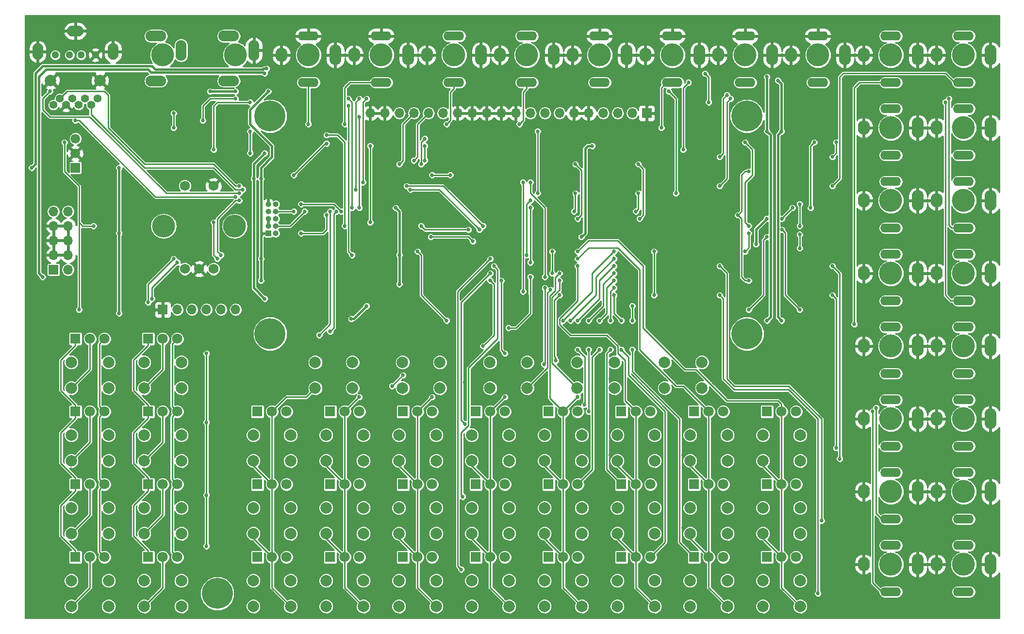
<source format=gbl>
G04 #@! TF.FileFunction,Copper,L2,Bot,Signal*
%FSLAX46Y46*%
G04 Gerber Fmt 4.6, Leading zero omitted, Abs format (unit mm)*
G04 Created by KiCad (PCBNEW 4.0.7) date 2018 October 09, Tuesday 21:54:13*
%MOMM*%
%LPD*%
G01*
G04 APERTURE LIST*
%ADD10C,0.100000*%
%ADD11C,0.700000*%
%ADD12R,1.700000X1.700000*%
%ADD13O,1.700000X1.700000*%
%ADD14R,1.000000X1.000000*%
%ADD15O,1.000000X1.000000*%
%ADD16C,2.000000*%
%ADD17C,1.400000*%
%ADD18O,2.100000X2.500000*%
%ADD19O,2.100000X3.600000*%
%ADD20O,3.600000X1.600000*%
%ADD21C,4.000000*%
%ADD22O,2.900000X1.900000*%
%ADD23C,1.300000*%
%ADD24O,1.900000X2.900000*%
%ADD25C,1.750000*%
%ADD26O,4.000000X4.000000*%
%ADD27R,1.800000X1.800000*%
%ADD28C,1.800000*%
%ADD29C,1.676400*%
%ADD30R,1.676400X1.676400*%
%ADD31O,1.900000X3.600000*%
%ADD32O,3.600000X1.900000*%
%ADD33C,5.400000*%
%ADD34C,0.685800*%
%ADD35C,0.406400*%
%ADD36C,0.254000*%
G04 APERTURE END LIST*
D10*
D11*
X96520000Y-91440000D03*
X134620000Y-88900000D03*
X145415000Y-66675000D03*
X200025000Y-75565000D03*
X163830000Y-93980000D03*
X247015000Y-143510000D03*
X230505000Y-143510000D03*
X217805000Y-143510000D03*
X205105000Y-143510000D03*
X192405000Y-143510000D03*
X179705000Y-143510000D03*
X167005000Y-143510000D03*
X154305000Y-143510000D03*
X141605000Y-143510000D03*
X128905000Y-143510000D03*
X116205000Y-143510000D03*
X102870000Y-143510000D03*
X90805000Y-143510000D03*
X78105000Y-143510000D03*
X247015000Y-128270000D03*
X230505000Y-128905000D03*
X217805000Y-128905000D03*
X205105000Y-128270000D03*
X192405000Y-128270000D03*
X180340000Y-127635000D03*
X167640000Y-127635000D03*
X154305000Y-128270000D03*
X141605000Y-128270000D03*
X128905000Y-128270000D03*
X115570000Y-129540000D03*
X104140000Y-127635000D03*
X91440000Y-127635000D03*
X78105000Y-128270000D03*
X247015000Y-115570000D03*
X230505000Y-115570000D03*
X217805000Y-115570000D03*
X205105000Y-115570000D03*
X192405000Y-115570000D03*
X179705000Y-115570000D03*
X167005000Y-115570000D03*
X154940000Y-114935000D03*
X142240000Y-114935000D03*
X128905000Y-115570000D03*
X115570000Y-116840000D03*
X104140000Y-114935000D03*
X91440000Y-114935000D03*
X78105000Y-115570000D03*
X247015000Y-102870000D03*
X230505000Y-102870000D03*
X205105000Y-102870000D03*
X192405000Y-102870000D03*
X179705000Y-102235000D03*
X167005000Y-103505000D03*
X154305000Y-102870000D03*
X142240000Y-101600000D03*
X128905000Y-101600000D03*
X116205000Y-102870000D03*
X104140000Y-102235000D03*
X91440000Y-102235000D03*
X78105000Y-102235000D03*
X247015000Y-90170000D03*
X230505000Y-90170000D03*
X217805000Y-90805000D03*
X201295000Y-91440000D03*
X191770000Y-92710000D03*
X183515000Y-88265000D03*
X167005000Y-89535000D03*
X154940000Y-89535000D03*
X141605000Y-90170000D03*
X128905000Y-88265000D03*
X116205000Y-90170000D03*
X103505000Y-88265000D03*
X89535000Y-90170000D03*
X78105000Y-90170000D03*
X247015000Y-77470000D03*
X230505000Y-77470000D03*
X217805000Y-77470000D03*
X205105000Y-80010000D03*
X191770000Y-76200000D03*
X186690000Y-74295000D03*
X155575000Y-72390000D03*
X141605000Y-82550000D03*
X132715000Y-77470000D03*
X116205000Y-77470000D03*
X103505000Y-77470000D03*
X90805000Y-78740000D03*
X78105000Y-77470000D03*
X247015000Y-64770000D03*
X230505000Y-64770000D03*
X216535000Y-59690000D03*
X203835000Y-59690000D03*
X192405000Y-67310000D03*
X182880000Y-60325000D03*
X165735000Y-64770000D03*
X153670000Y-67945000D03*
X141605000Y-66040000D03*
X125730000Y-69850000D03*
X114300000Y-57150000D03*
X103505000Y-62865000D03*
X90805000Y-64770000D03*
X78105000Y-64135000D03*
X247015000Y-52070000D03*
X230505000Y-52070000D03*
X217805000Y-52070000D03*
X205740000Y-51435000D03*
X193675000Y-53340000D03*
X180975000Y-53340000D03*
X168275000Y-50800000D03*
X155575000Y-50800000D03*
X142875000Y-50800000D03*
X128905000Y-54610000D03*
X116205000Y-50800000D03*
X103505000Y-52070000D03*
X92710000Y-51435000D03*
X78105000Y-52070000D03*
X247015000Y-39370000D03*
X230505000Y-39370000D03*
X217805000Y-39370000D03*
X205105000Y-39370000D03*
X192405000Y-39370000D03*
X179705000Y-39370000D03*
X167005000Y-39370000D03*
X154305000Y-39370000D03*
X141605000Y-39370000D03*
X128905000Y-39370000D03*
X116205000Y-39370000D03*
X103505000Y-39370000D03*
X90805000Y-39370000D03*
D12*
X101600000Y-90170000D03*
D13*
X104140000Y-90170000D03*
X106680000Y-90170000D03*
X109220000Y-90170000D03*
X111760000Y-90170000D03*
X114300000Y-90170000D03*
D14*
X120015000Y-76835000D03*
D15*
X121285000Y-76835000D03*
X120015000Y-75565000D03*
X121285000Y-75565000D03*
X120015000Y-74295000D03*
X121285000Y-74295000D03*
X120015000Y-73025000D03*
X121285000Y-73025000D03*
X120015000Y-71755000D03*
X121285000Y-71755000D03*
D16*
X206300000Y-141950000D03*
X212800000Y-141950000D03*
X212800000Y-137450000D03*
X206300000Y-137450000D03*
X193600000Y-141950000D03*
X200100000Y-141950000D03*
X200100000Y-137450000D03*
X193600000Y-137450000D03*
X180900000Y-141950000D03*
X187400000Y-141950000D03*
X187400000Y-137450000D03*
X180900000Y-137450000D03*
X168200000Y-141950000D03*
X174700000Y-141950000D03*
X174700000Y-137450000D03*
X168200000Y-137450000D03*
X155500000Y-141950000D03*
X162000000Y-141950000D03*
X162000000Y-137450000D03*
X155500000Y-137450000D03*
X142800000Y-141950000D03*
X149300000Y-141950000D03*
X149300000Y-137450000D03*
X142800000Y-137450000D03*
X130100000Y-141950000D03*
X136600000Y-141950000D03*
X136600000Y-137450000D03*
X130100000Y-137450000D03*
X117400000Y-141950000D03*
X123900000Y-141950000D03*
X123900000Y-137450000D03*
X117400000Y-137450000D03*
X206300000Y-129250000D03*
X212800000Y-129250000D03*
X212800000Y-124750000D03*
X206300000Y-124750000D03*
X193600000Y-129250000D03*
X200100000Y-129250000D03*
X200100000Y-124750000D03*
X193600000Y-124750000D03*
X180900000Y-129250000D03*
X187400000Y-129250000D03*
X187400000Y-124750000D03*
X180900000Y-124750000D03*
X168200000Y-129250000D03*
X174700000Y-129250000D03*
X174700000Y-124750000D03*
X168200000Y-124750000D03*
X155500000Y-129250000D03*
X162000000Y-129250000D03*
X162000000Y-124750000D03*
X155500000Y-124750000D03*
X142800000Y-129250000D03*
X149300000Y-129250000D03*
X149300000Y-124750000D03*
X142800000Y-124750000D03*
X130100000Y-129250000D03*
X136600000Y-129250000D03*
X136600000Y-124750000D03*
X130100000Y-124750000D03*
X117400000Y-129250000D03*
X123900000Y-129250000D03*
X123900000Y-124750000D03*
X117400000Y-124750000D03*
X206300000Y-116550000D03*
X212800000Y-116550000D03*
X212800000Y-112050000D03*
X206300000Y-112050000D03*
X193600000Y-116550000D03*
X200100000Y-116550000D03*
X200100000Y-112050000D03*
X193600000Y-112050000D03*
X180900000Y-116550000D03*
X187400000Y-116550000D03*
X187400000Y-112050000D03*
X180900000Y-112050000D03*
X168200000Y-116550000D03*
X174700000Y-116550000D03*
X174700000Y-112050000D03*
X168200000Y-112050000D03*
X155500000Y-116550000D03*
X162000000Y-116550000D03*
X162000000Y-112050000D03*
X155500000Y-112050000D03*
X142800000Y-116550000D03*
X149300000Y-116550000D03*
X149300000Y-112050000D03*
X142800000Y-112050000D03*
X130100000Y-116550000D03*
X136600000Y-116550000D03*
X136600000Y-112050000D03*
X130100000Y-112050000D03*
X117400000Y-116550000D03*
X123900000Y-116550000D03*
X123900000Y-112050000D03*
X117400000Y-112050000D03*
X98350000Y-141950000D03*
X104850000Y-141950000D03*
X104850000Y-137450000D03*
X98350000Y-137450000D03*
X85650000Y-141950000D03*
X92150000Y-141950000D03*
X92150000Y-137450000D03*
X85650000Y-137450000D03*
X98350000Y-129250000D03*
X104850000Y-129250000D03*
X104850000Y-124750000D03*
X98350000Y-124750000D03*
X85650000Y-129250000D03*
X92150000Y-129250000D03*
X92150000Y-124750000D03*
X85650000Y-124750000D03*
X98350000Y-116550000D03*
X104850000Y-116550000D03*
X104850000Y-112050000D03*
X98350000Y-112050000D03*
X85650000Y-116550000D03*
X92150000Y-116550000D03*
X92150000Y-112050000D03*
X85650000Y-112050000D03*
X98350000Y-103850000D03*
X104850000Y-103850000D03*
X104850000Y-99350000D03*
X98350000Y-99350000D03*
X85650000Y-103850000D03*
X92150000Y-103850000D03*
X92150000Y-99350000D03*
X85650000Y-99350000D03*
X189155000Y-103850000D03*
X195655000Y-103850000D03*
X195655000Y-99350000D03*
X189155000Y-99350000D03*
X173915000Y-103850000D03*
X180415000Y-103850000D03*
X180415000Y-99350000D03*
X173915000Y-99350000D03*
X158675000Y-103850000D03*
X165175000Y-103850000D03*
X165175000Y-99350000D03*
X158675000Y-99350000D03*
X143435000Y-103850000D03*
X149935000Y-103850000D03*
X149935000Y-99350000D03*
X143435000Y-99350000D03*
X128195000Y-103850000D03*
X134695000Y-103850000D03*
X134695000Y-99350000D03*
X128195000Y-99350000D03*
D12*
X82550000Y-83185000D03*
D13*
X85090000Y-83185000D03*
X82550000Y-80645000D03*
X85090000Y-80645000D03*
X82550000Y-78105000D03*
X85090000Y-78105000D03*
X82550000Y-75565000D03*
X85090000Y-75565000D03*
X82550000Y-73025000D03*
X85090000Y-73025000D03*
D17*
X90210000Y-53340000D03*
X89110000Y-54440000D03*
X88010000Y-53340000D03*
X86910000Y-54440000D03*
X85810000Y-53340000D03*
X84710000Y-54440000D03*
X83610000Y-53340000D03*
X82510000Y-54440000D03*
D16*
X90660000Y-50170000D03*
X82060000Y-50170000D03*
D18*
X160400000Y-45720000D03*
D19*
X169800000Y-45720000D03*
D20*
X165100000Y-42420000D03*
X165100000Y-50520000D03*
D21*
X165100000Y-45720000D03*
D18*
X135000000Y-45720000D03*
D19*
X144400000Y-45720000D03*
D20*
X139700000Y-42420000D03*
X139700000Y-50520000D03*
D21*
X139700000Y-45720000D03*
D18*
X223900000Y-134620000D03*
D19*
X233300000Y-134620000D03*
D20*
X228600000Y-131320000D03*
X228600000Y-139420000D03*
D21*
X228600000Y-134620000D03*
D18*
X223900000Y-121920000D03*
D19*
X233300000Y-121920000D03*
D20*
X228600000Y-118620000D03*
X228600000Y-126720000D03*
D21*
X228600000Y-121920000D03*
D18*
X223900000Y-109220000D03*
D19*
X233300000Y-109220000D03*
D20*
X228600000Y-105920000D03*
X228600000Y-114020000D03*
D21*
X228600000Y-109220000D03*
D18*
X223900000Y-96520000D03*
D19*
X233300000Y-96520000D03*
D20*
X228600000Y-93220000D03*
X228600000Y-101320000D03*
D21*
X228600000Y-96520000D03*
D18*
X223900000Y-83820000D03*
D19*
X233300000Y-83820000D03*
D20*
X228600000Y-80520000D03*
X228600000Y-88620000D03*
D21*
X228600000Y-83820000D03*
D18*
X223900000Y-71120000D03*
D19*
X233300000Y-71120000D03*
D20*
X228600000Y-67820000D03*
X228600000Y-75920000D03*
D21*
X228600000Y-71120000D03*
D18*
X223900000Y-58420000D03*
D19*
X233300000Y-58420000D03*
D20*
X228600000Y-55120000D03*
X228600000Y-63220000D03*
D21*
X228600000Y-58420000D03*
D18*
X223900000Y-45720000D03*
D19*
X233300000Y-45720000D03*
D20*
X228600000Y-42420000D03*
X228600000Y-50520000D03*
D21*
X228600000Y-45720000D03*
D18*
X211200000Y-45720000D03*
D19*
X220600000Y-45720000D03*
D20*
X215900000Y-42420000D03*
X215900000Y-50520000D03*
D21*
X215900000Y-45720000D03*
D18*
X198500000Y-45720000D03*
D19*
X207900000Y-45720000D03*
D20*
X203200000Y-42420000D03*
X203200000Y-50520000D03*
D21*
X203200000Y-45720000D03*
D18*
X185800000Y-45720000D03*
D19*
X195200000Y-45720000D03*
D20*
X190500000Y-42420000D03*
X190500000Y-50520000D03*
D21*
X190500000Y-45720000D03*
D18*
X173100000Y-45720000D03*
D19*
X182500000Y-45720000D03*
D20*
X177800000Y-42420000D03*
X177800000Y-50520000D03*
D21*
X177800000Y-45720000D03*
D18*
X236600000Y-134620000D03*
D19*
X246000000Y-134620000D03*
D20*
X241300000Y-131320000D03*
X241300000Y-139420000D03*
D21*
X241300000Y-134620000D03*
D18*
X236600000Y-121920000D03*
D19*
X246000000Y-121920000D03*
D20*
X241300000Y-118620000D03*
X241300000Y-126720000D03*
D21*
X241300000Y-121920000D03*
D18*
X236600000Y-109220000D03*
D19*
X246000000Y-109220000D03*
D20*
X241300000Y-105920000D03*
X241300000Y-114020000D03*
D21*
X241300000Y-109220000D03*
D18*
X236600000Y-96520000D03*
D19*
X246000000Y-96520000D03*
D20*
X241300000Y-93220000D03*
X241300000Y-101320000D03*
D21*
X241300000Y-96520000D03*
D18*
X236600000Y-83820000D03*
D19*
X246000000Y-83820000D03*
D20*
X241300000Y-80520000D03*
X241300000Y-88620000D03*
D21*
X241300000Y-83820000D03*
D18*
X236600000Y-71120000D03*
D19*
X246000000Y-71120000D03*
D20*
X241300000Y-67820000D03*
X241300000Y-75920000D03*
D21*
X241300000Y-71120000D03*
D18*
X236600000Y-58420000D03*
D19*
X246000000Y-58420000D03*
D20*
X241300000Y-55120000D03*
X241300000Y-63220000D03*
D21*
X241300000Y-58420000D03*
D18*
X236600000Y-45720000D03*
D19*
X246000000Y-45720000D03*
D20*
X241300000Y-42420000D03*
X241300000Y-50520000D03*
D21*
X241300000Y-45720000D03*
D18*
X147700000Y-45720000D03*
D19*
X157100000Y-45720000D03*
D20*
X152400000Y-42420000D03*
X152400000Y-50520000D03*
D21*
X152400000Y-45720000D03*
D18*
X122300000Y-45720000D03*
D19*
X131700000Y-45720000D03*
D20*
X127000000Y-42420000D03*
X127000000Y-50520000D03*
D21*
X127000000Y-45720000D03*
D22*
X86360000Y-41540000D03*
D23*
X82860000Y-45720000D03*
X85360000Y-45720000D03*
X87360000Y-45720000D03*
X89860000Y-45720000D03*
D24*
X79790000Y-45120000D03*
X92930000Y-45120000D03*
D25*
X105450000Y-83065000D03*
X110450000Y-83065000D03*
X107950000Y-83065000D03*
X110450000Y-68565000D03*
X105450000Y-68565000D03*
D26*
X114150000Y-75565000D03*
X101750000Y-75565000D03*
D27*
X86360000Y-95250000D03*
D28*
X88900000Y-95250000D03*
X91440000Y-95250000D03*
D27*
X99060000Y-95250000D03*
D28*
X101600000Y-95250000D03*
X104140000Y-95250000D03*
D27*
X86360000Y-107950000D03*
D28*
X88900000Y-107950000D03*
X91440000Y-107950000D03*
D27*
X99060000Y-107950000D03*
D28*
X101600000Y-107950000D03*
X104140000Y-107950000D03*
D27*
X86360000Y-120650000D03*
D28*
X88900000Y-120650000D03*
X91440000Y-120650000D03*
D27*
X99060000Y-120650000D03*
D28*
X101600000Y-120650000D03*
X104140000Y-120650000D03*
D27*
X86360000Y-133350000D03*
D28*
X88900000Y-133350000D03*
X91440000Y-133350000D03*
D27*
X99060000Y-133350000D03*
D28*
X101600000Y-133350000D03*
X104140000Y-133350000D03*
D27*
X118110000Y-107950000D03*
D28*
X120650000Y-107950000D03*
X123190000Y-107950000D03*
D27*
X130810000Y-107950000D03*
D28*
X133350000Y-107950000D03*
X135890000Y-107950000D03*
D27*
X143510000Y-107950000D03*
D28*
X146050000Y-107950000D03*
X148590000Y-107950000D03*
D27*
X156210000Y-107950000D03*
D28*
X158750000Y-107950000D03*
X161290000Y-107950000D03*
D27*
X168910000Y-107950000D03*
D28*
X171450000Y-107950000D03*
X173990000Y-107950000D03*
D27*
X181610000Y-107950000D03*
D28*
X184150000Y-107950000D03*
X186690000Y-107950000D03*
D27*
X194310000Y-107950000D03*
D28*
X196850000Y-107950000D03*
X199390000Y-107950000D03*
D27*
X207010000Y-107950000D03*
D28*
X209550000Y-107950000D03*
X212090000Y-107950000D03*
D27*
X118110000Y-120650000D03*
D28*
X120650000Y-120650000D03*
X123190000Y-120650000D03*
D27*
X130810000Y-120650000D03*
D28*
X133350000Y-120650000D03*
X135890000Y-120650000D03*
D27*
X143510000Y-120650000D03*
D28*
X146050000Y-120650000D03*
X148590000Y-120650000D03*
D27*
X156210000Y-120650000D03*
D28*
X158750000Y-120650000D03*
X161290000Y-120650000D03*
D27*
X168910000Y-120650000D03*
D28*
X171450000Y-120650000D03*
X173990000Y-120650000D03*
D27*
X181610000Y-120650000D03*
D28*
X184150000Y-120650000D03*
X186690000Y-120650000D03*
D27*
X194310000Y-120650000D03*
D28*
X196850000Y-120650000D03*
X199390000Y-120650000D03*
D27*
X207010000Y-120650000D03*
D28*
X209550000Y-120650000D03*
X212090000Y-120650000D03*
D27*
X118110000Y-133350000D03*
D28*
X120650000Y-133350000D03*
X123190000Y-133350000D03*
D27*
X130810000Y-133350000D03*
D28*
X133350000Y-133350000D03*
X135890000Y-133350000D03*
D27*
X143510000Y-133350000D03*
D28*
X146050000Y-133350000D03*
X148590000Y-133350000D03*
D27*
X156210000Y-133350000D03*
D28*
X158750000Y-133350000D03*
X161290000Y-133350000D03*
D27*
X168910000Y-133350000D03*
D28*
X171450000Y-133350000D03*
X173990000Y-133350000D03*
D27*
X181610000Y-133350000D03*
D28*
X184150000Y-133350000D03*
X186690000Y-133350000D03*
D27*
X194310000Y-133350000D03*
D28*
X196850000Y-133350000D03*
X199390000Y-133350000D03*
D27*
X207010000Y-133350000D03*
D28*
X209550000Y-133350000D03*
X212090000Y-133350000D03*
D29*
X86360000Y-62865000D03*
D30*
X86360000Y-65405000D03*
D29*
X86360000Y-60325000D03*
D31*
X104800000Y-44920000D03*
D32*
X100400000Y-50220000D03*
X100400000Y-42420000D03*
D21*
X101600000Y-45720000D03*
D31*
X117500000Y-44920000D03*
D32*
X113100000Y-50220000D03*
X113100000Y-42420000D03*
D21*
X114300000Y-45720000D03*
D11*
X78105000Y-39370000D03*
D12*
X186055000Y-55880000D03*
D13*
X183515000Y-55880000D03*
X180975000Y-55880000D03*
X178435000Y-55880000D03*
X175895000Y-55880000D03*
X173355000Y-55880000D03*
X170815000Y-55880000D03*
X168275000Y-55880000D03*
X165735000Y-55880000D03*
X163195000Y-55880000D03*
X160655000Y-55880000D03*
X158115000Y-55880000D03*
X155575000Y-55880000D03*
X153035000Y-55880000D03*
X150495000Y-55880000D03*
X147955000Y-55880000D03*
X145415000Y-55880000D03*
X142875000Y-55880000D03*
X140335000Y-55880000D03*
X137795000Y-55880000D03*
D33*
X120325000Y-56380000D03*
X203525000Y-56380000D03*
X120325000Y-94380000D03*
X203525000Y-94380000D03*
X111125000Y-139700000D03*
D34*
X177800000Y-67310000D03*
X126365000Y-66675000D03*
X183515000Y-78740000D03*
X114300000Y-62230000D03*
X111760000Y-62230000D03*
X128905000Y-89535000D03*
X123825000Y-80010000D03*
X151130000Y-93980000D03*
X155575006Y-93980000D03*
X158750000Y-67310000D03*
X158750000Y-63500000D03*
X158750000Y-71120000D03*
X161290000Y-78740000D03*
X206699559Y-73058619D03*
X80645000Y-99060000D03*
X209837955Y-75264597D03*
X180403510Y-66040000D03*
X177736490Y-66040000D03*
X180340000Y-68580000D03*
X177800000Y-68580000D03*
X121920000Y-59690000D03*
X142875000Y-60960000D03*
X191135000Y-91440000D03*
X170815000Y-78740000D03*
X189865000Y-78740000D03*
X162560000Y-89535000D03*
X172085000Y-89535000D03*
X181610000Y-89535000D03*
X209550000Y-59055000D03*
X209550000Y-92075000D03*
X208915000Y-50164994D03*
X78740000Y-65405000D03*
X119711505Y-48088179D03*
X207010000Y-59055000D03*
X207010000Y-92075000D03*
X207010000Y-49529996D03*
X80645000Y-84455000D03*
X196850000Y-53975000D03*
X119380000Y-48895000D03*
X196215000Y-48958510D03*
X120015000Y-52070000D03*
X89535000Y-75565000D03*
X86995000Y-90170000D03*
X142240000Y-72390000D03*
X84455000Y-60960000D03*
X124460000Y-66675000D03*
X118745000Y-67310000D03*
X109855000Y-52070000D03*
X114300000Y-52070000D03*
X130175000Y-61175000D03*
X118745000Y-81280000D03*
X142875000Y-85725000D03*
X142875000Y-80645000D03*
X118745000Y-85090004D03*
X187325000Y-87630000D03*
X187325000Y-80010000D03*
X119380000Y-62865000D03*
X117475000Y-67310000D03*
X119380000Y-88265000D03*
X93980000Y-90805000D03*
X93980000Y-76835000D03*
X93980000Y-65405000D03*
X168084350Y-99694876D03*
X168275000Y-86360000D03*
X143510000Y-101600000D03*
X141605000Y-103505000D03*
X170180349Y-99060000D03*
X170815972Y-87630972D03*
X135890000Y-105410000D03*
X169260028Y-86703903D03*
X148590000Y-105410000D03*
X161290000Y-105410000D03*
X170815000Y-85090000D03*
X173990000Y-105410000D03*
X170815000Y-83820000D03*
X173990000Y-82550000D03*
X173990000Y-81280000D03*
X173990000Y-80010000D03*
X161290000Y-97790000D03*
X160655000Y-85090000D03*
X109220000Y-122555000D03*
X109220000Y-109855000D03*
X109220000Y-131445000D03*
X109220000Y-97790000D03*
X157480000Y-96520000D03*
X158750000Y-85090000D03*
X154305000Y-110110000D03*
X158750000Y-83820000D03*
X153936792Y-122810000D03*
X159385000Y-82550000D03*
X153670000Y-135510000D03*
X158750000Y-81280000D03*
X175895000Y-107950000D03*
X175895000Y-97155000D03*
X175169401Y-106770599D03*
X173990000Y-97155000D03*
X179705000Y-97155000D03*
X177800000Y-97155000D03*
X183515000Y-97155000D03*
X181610000Y-97155000D03*
X99695000Y-88265000D03*
X111760000Y-80645000D03*
X114935000Y-71120000D03*
X104140004Y-81915000D03*
X128905000Y-94615000D03*
X130810000Y-73025000D03*
X130810000Y-93980000D03*
X131855853Y-73045934D03*
X130175000Y-59690000D03*
X133350000Y-75565000D03*
X99060000Y-88900000D03*
X103505000Y-81280000D03*
X184570000Y-69850000D03*
X184150000Y-73025000D03*
X184570000Y-64770000D03*
X184785000Y-74295000D03*
X173570000Y-64770000D03*
X173990000Y-74295000D03*
X173570000Y-69850000D03*
X173355000Y-73025000D03*
X86360000Y-57150000D03*
X114300000Y-70485000D03*
X81915008Y-52070000D03*
X114935000Y-69850000D03*
X114935000Y-68580000D03*
X125730000Y-71755000D03*
X132715000Y-73025000D03*
X130175000Y-73660000D03*
X125730000Y-76835000D03*
X126365000Y-73025000D03*
X124460000Y-73025000D03*
X137795006Y-74930000D03*
X137795000Y-61595000D03*
X103505000Y-58420000D03*
X103505000Y-55880000D03*
X108585000Y-57150000D03*
X114300000Y-53340000D03*
X133985000Y-53340000D03*
X134620000Y-72390000D03*
X176530000Y-61595000D03*
X174625000Y-77470000D03*
X206946490Y-74295000D03*
X134456624Y-91757734D03*
X137160000Y-89535000D03*
X205105000Y-78740000D03*
X116840000Y-62865000D03*
X116840000Y-59055000D03*
X218440000Y-68580000D03*
X219075000Y-60960000D03*
X218440000Y-63500000D03*
X200025000Y-52705000D03*
X238760000Y-53340000D03*
X198755000Y-63500000D03*
X200659992Y-53340000D03*
X238125000Y-53975000D03*
X198755000Y-68580000D03*
X219075000Y-114300000D03*
X218440000Y-87630000D03*
X219710000Y-116204996D03*
X218440000Y-82550000D03*
X216535000Y-127000000D03*
X198755000Y-82550000D03*
X215900000Y-139700000D03*
X198755000Y-87630000D03*
X209613510Y-74295000D03*
X211455000Y-72390000D03*
X203200000Y-60960000D03*
X203835000Y-75565000D03*
X209613510Y-76200000D03*
X212725000Y-90170000D03*
X203200000Y-80010000D03*
X203835000Y-76835000D03*
X206946490Y-77469996D03*
X203835000Y-90170000D03*
X212725000Y-79438510D03*
X212725000Y-77038213D03*
X212725000Y-75565000D03*
X212725000Y-71755000D03*
X214630000Y-72390000D03*
X215265000Y-60960000D03*
X183515000Y-92075000D03*
X183515000Y-89535000D03*
X181610000Y-92075000D03*
X180340000Y-87630000D03*
X179705000Y-92075000D03*
X180340000Y-86360000D03*
X177800000Y-92075000D03*
X180340000Y-85090000D03*
X175895000Y-92075000D03*
X180340000Y-83820000D03*
X173990000Y-92075000D03*
X180340000Y-82550000D03*
X172720000Y-92075000D03*
X180340000Y-81280000D03*
X171450000Y-92075000D03*
X180340000Y-80010000D03*
X135255000Y-69215010D03*
X135890000Y-53340000D03*
X137160000Y-53340000D03*
X136525000Y-67945006D03*
X133985000Y-54610000D03*
X134620000Y-80645000D03*
X145415000Y-64135000D03*
X142875000Y-64770000D03*
X148590000Y-66675000D03*
X151765000Y-66675000D03*
X155702000Y-78232000D03*
X148373259Y-77457310D03*
X110490000Y-74930000D03*
X111125000Y-81280000D03*
X144780000Y-69215000D03*
X156845000Y-76200000D03*
X144145000Y-68580000D03*
X157480000Y-75565000D03*
X203835000Y-85090000D03*
X201930000Y-73660000D03*
X203835000Y-66040000D03*
X146685000Y-64770000D03*
X147320000Y-60325000D03*
X147320000Y-64135000D03*
X147320000Y-61595000D03*
X146685000Y-75565000D03*
X154940000Y-76200000D03*
X127000000Y-57785000D03*
X133350000Y-57785000D03*
X151130000Y-57785000D03*
X163830000Y-57785004D03*
X191135000Y-69850000D03*
X189865000Y-52070000D03*
X188595000Y-58420000D03*
X193320000Y-50520000D03*
X192405000Y-62230000D03*
X167005000Y-59055000D03*
X167005000Y-69850000D03*
X222250000Y-92710000D03*
X226060000Y-107315000D03*
X225425000Y-107950000D03*
X169545000Y-80010000D03*
X169545000Y-83820000D03*
X115570000Y-69215000D03*
X165732405Y-84452586D03*
X161925000Y-93345000D03*
X146050000Y-80010000D03*
X151130000Y-92075000D03*
X135882335Y-72400403D03*
X116840000Y-53975000D03*
X110490000Y-62230000D03*
X135890000Y-56515000D03*
X168275000Y-84454994D03*
X165735000Y-67945000D03*
X165735000Y-71120000D03*
X165100000Y-80645000D03*
X165732405Y-81917414D03*
X165735004Y-72390000D03*
X164465000Y-86995000D03*
X164465000Y-67945000D03*
D35*
X78740000Y-65405000D02*
X79375000Y-64770000D01*
X79375000Y-64770000D02*
X79375000Y-48895000D01*
X79375000Y-48895000D02*
X80645000Y-47625000D01*
X80645000Y-47625000D02*
X99695000Y-47625000D01*
X99695000Y-47625000D02*
X100273924Y-48203924D01*
X208915000Y-50164994D02*
X209550000Y-50799994D01*
X209550000Y-50799994D02*
X209550000Y-59055000D01*
X208915000Y-59690000D02*
X209550000Y-59055000D01*
X209550000Y-92075000D02*
X208915000Y-91440000D01*
X208915000Y-91440000D02*
X208915000Y-59690000D01*
X100273924Y-48203924D02*
X119110827Y-48203924D01*
X119226572Y-48088179D02*
X119711505Y-48088179D01*
X119110827Y-48203924D02*
X119226572Y-48088179D01*
X207010000Y-49529996D02*
X207010000Y-59055000D01*
X207645000Y-59690000D02*
X207010000Y-59055000D01*
X207645000Y-91440000D02*
X207645000Y-59690000D01*
X207010000Y-92075000D02*
X207645000Y-91440000D01*
X80010000Y-83820000D02*
X80010000Y-49530000D01*
X80645000Y-84455000D02*
X80010000Y-83820000D01*
D36*
X196850000Y-49593510D02*
X196850000Y-53975000D01*
X196215000Y-48958510D02*
X196850000Y-49593510D01*
D35*
X99060000Y-48260000D02*
X99579181Y-48779181D01*
X81280000Y-48260000D02*
X99060000Y-48260000D01*
X80010000Y-49530000D02*
X81280000Y-48260000D01*
X119264181Y-48779181D02*
X119380000Y-48895000D01*
X99579181Y-48779181D02*
X119264181Y-48779181D01*
X116840000Y-55245000D02*
X120015000Y-52070000D01*
X116840000Y-57785000D02*
X116840000Y-55245000D01*
X120650000Y-63500000D02*
X120650000Y-61595000D01*
X120650000Y-61595000D02*
X116840000Y-57785000D01*
D36*
X86995000Y-68580000D02*
X86995000Y-74930000D01*
X86995000Y-74930000D02*
X86995000Y-90170000D01*
X89535000Y-75565000D02*
X87630000Y-75565000D01*
X87630000Y-75565000D02*
X86995000Y-74930000D01*
X84455000Y-60960000D02*
X84455000Y-66040000D01*
X84455000Y-66040000D02*
X86995000Y-68580000D01*
D35*
X142875000Y-80645000D02*
X142875000Y-73025000D01*
X142240000Y-72390000D02*
X142875000Y-73025000D01*
D36*
X130175000Y-61175000D02*
X129960000Y-61175000D01*
X129960000Y-61175000D02*
X124460000Y-66675000D01*
D35*
X118745000Y-67310000D02*
X118745000Y-65405000D01*
X118745000Y-65405000D02*
X120650000Y-63500000D01*
X118745000Y-67310000D02*
X118745000Y-77470000D01*
X114300000Y-52070000D02*
X109855000Y-52070000D01*
X118745000Y-77470000D02*
X118745000Y-81280000D01*
X120015000Y-76835000D02*
X119108600Y-76835000D01*
X119108600Y-76835000D02*
X118745000Y-77198600D01*
X118745000Y-77198600D02*
X118745000Y-77470000D01*
X118745000Y-81280000D02*
X118745000Y-85090004D01*
X142875000Y-80645000D02*
X142875000Y-85725000D01*
D36*
X187325000Y-80010000D02*
X187325000Y-87630000D01*
D35*
X117475000Y-64770000D02*
X119380000Y-62865000D01*
X117475000Y-67310000D02*
X117475000Y-64770000D01*
X117475000Y-67310000D02*
X117475000Y-86360000D01*
X117475000Y-86360000D02*
X119380000Y-88265000D01*
X93980000Y-76835000D02*
X93980000Y-90805000D01*
X93980000Y-65405000D02*
X93980000Y-76835000D01*
D36*
X168275000Y-86360000D02*
X168272280Y-86362720D01*
X168272280Y-86362720D02*
X168272280Y-99506946D01*
X168272280Y-99506946D02*
X168084350Y-99694876D01*
X141605000Y-103505000D02*
X143510000Y-101600000D01*
X120650000Y-107950000D02*
X123190000Y-105410000D01*
X123190000Y-105410000D02*
X126635000Y-105410000D01*
X126635000Y-105410000D02*
X128195000Y-103850000D01*
X88900000Y-95250000D02*
X88900000Y-100600000D01*
X88900000Y-100600000D02*
X85650000Y-103850000D01*
X128195000Y-104700000D02*
X128195000Y-103850000D01*
X120650000Y-120650000D02*
X117400000Y-117400000D01*
X117400000Y-117400000D02*
X117400000Y-116550000D01*
X120650000Y-133350000D02*
X117400000Y-130100000D01*
X117400000Y-130100000D02*
X117400000Y-129250000D01*
X120650000Y-133350000D02*
X120650000Y-138700000D01*
X120650000Y-138700000D02*
X123900000Y-141950000D01*
X120650000Y-120650000D02*
X120650000Y-107950000D01*
X120650000Y-133350000D02*
X120650000Y-120650000D01*
X169925893Y-88521051D02*
X169925893Y-98320611D01*
X169925893Y-98320611D02*
X170180349Y-98575067D01*
X170815972Y-87630972D02*
X169925893Y-88521051D01*
X170180349Y-98575067D02*
X170180349Y-99060000D01*
X133350000Y-107950000D02*
X135890000Y-105410000D01*
X101600000Y-95250000D02*
X101600000Y-100600000D01*
X101600000Y-100600000D02*
X98350000Y-103850000D01*
X133350000Y-107950000D02*
X133350000Y-107315000D01*
X143435000Y-104700000D02*
X143435000Y-103850000D01*
X133350000Y-120650000D02*
X130100000Y-117400000D01*
X130100000Y-117400000D02*
X130100000Y-116550000D01*
X133350000Y-133350000D02*
X130100000Y-130100000D01*
X130100000Y-130100000D02*
X130100000Y-129250000D01*
X133350000Y-133350000D02*
X133350000Y-138700000D01*
X133350000Y-138700000D02*
X136600000Y-141950000D01*
X133350000Y-120650000D02*
X133350000Y-133350000D01*
X133350000Y-107950000D02*
X133350000Y-120650000D01*
X165175000Y-103850000D02*
X168706660Y-100318340D01*
X168706660Y-100318340D02*
X168706660Y-87257271D01*
X168706660Y-87257271D02*
X169260028Y-86703903D01*
X146050000Y-107950000D02*
X148590000Y-105410000D01*
X88900000Y-107950000D02*
X88900000Y-113300000D01*
X88900000Y-113300000D02*
X85650000Y-116550000D01*
X146050000Y-107950000D02*
X146050000Y-120650000D01*
X158675000Y-104700000D02*
X158675000Y-103850000D01*
X146050000Y-120650000D02*
X146050000Y-133350000D01*
X146050000Y-120650000D02*
X142800000Y-117400000D01*
X142800000Y-117400000D02*
X142800000Y-116550000D01*
X146050000Y-133350000D02*
X142800000Y-130100000D01*
X142800000Y-130100000D02*
X142800000Y-129250000D01*
X146050000Y-133350000D02*
X146050000Y-138700000D01*
X146050000Y-138700000D02*
X149300000Y-141950000D01*
X173915000Y-103850000D02*
X169519482Y-99454482D01*
X169519482Y-99454482D02*
X169519482Y-88047381D01*
X169519482Y-88047381D02*
X170815000Y-86751863D01*
X170815000Y-86751863D02*
X170815000Y-85090000D01*
X158750000Y-107950000D02*
X161290000Y-105410000D01*
X101600000Y-107950000D02*
X101600000Y-113300000D01*
X101600000Y-113300000D02*
X98350000Y-116550000D01*
X173915000Y-104700000D02*
X173915000Y-103850000D01*
X158750000Y-107950000D02*
X158750000Y-120650000D01*
X158750000Y-120650000D02*
X158750000Y-133350000D01*
X158750000Y-120650000D02*
X155500000Y-117400000D01*
X155500000Y-117400000D02*
X155500000Y-116550000D01*
X158750000Y-133350000D02*
X155500000Y-130100000D01*
X155500000Y-130100000D02*
X155500000Y-129250000D01*
X158750000Y-133350000D02*
X158750000Y-138700000D01*
X158750000Y-138700000D02*
X162000000Y-141950000D01*
X170815000Y-83820000D02*
X170072858Y-84562142D01*
X170072858Y-84562142D02*
X170072858Y-86796072D01*
X170072858Y-86796072D02*
X169113071Y-87755859D01*
X169113071Y-87755859D02*
X169113071Y-105613071D01*
X169113071Y-105613071D02*
X171450000Y-107950000D01*
X171450000Y-107950000D02*
X173990000Y-105410000D01*
X88900000Y-120650000D02*
X88900000Y-126000000D01*
X88900000Y-126000000D02*
X85650000Y-129250000D01*
X171450000Y-120650000D02*
X171450000Y-107950000D01*
X171450000Y-120650000D02*
X171450000Y-133350000D01*
X171450000Y-120650000D02*
X168200000Y-117400000D01*
X168200000Y-117400000D02*
X168200000Y-116550000D01*
X171450000Y-133350000D02*
X168200000Y-130100000D01*
X168200000Y-130100000D02*
X168200000Y-129250000D01*
X171450000Y-133350000D02*
X171450000Y-138700000D01*
X171450000Y-138700000D02*
X174700000Y-141950000D01*
X173990000Y-82550000D02*
X173990000Y-88613992D01*
X173990000Y-88613992D02*
X170827698Y-91776294D01*
X170827698Y-91776294D02*
X170827698Y-92722698D01*
X182245000Y-99060000D02*
X182245000Y-106045000D01*
X182245000Y-106045000D02*
X184150000Y-107950000D01*
X170827698Y-92722698D02*
X172720000Y-94615000D01*
X172720000Y-94615000D02*
X179070000Y-94615000D01*
X179070000Y-94615000D02*
X180975000Y-96520000D01*
X180975000Y-96520000D02*
X180975000Y-97790000D01*
X180975000Y-97790000D02*
X182245000Y-99060000D01*
X184150000Y-120650000D02*
X180900000Y-117400000D01*
X180900000Y-117400000D02*
X180900000Y-116550000D01*
X101600000Y-120650000D02*
X101600000Y-126000000D01*
X101600000Y-126000000D02*
X98350000Y-129250000D01*
X184150000Y-107950000D02*
X184150000Y-120650000D01*
X184150000Y-120650000D02*
X184150000Y-133350000D01*
X184150000Y-133350000D02*
X180900000Y-130100000D01*
X180900000Y-130100000D02*
X180900000Y-129250000D01*
X184150000Y-133350000D02*
X184150000Y-138700000D01*
X184150000Y-138700000D02*
X187400000Y-141950000D01*
X191135000Y-103505000D02*
X192405000Y-103505000D01*
X192405000Y-103505000D02*
X196850000Y-107950000D01*
X184785000Y-97155000D02*
X191135000Y-103505000D01*
X180975000Y-79375000D02*
X184785000Y-83185000D01*
X184785000Y-83185000D02*
X184785000Y-97155000D01*
X173990000Y-81280000D02*
X175895000Y-79375000D01*
X175895000Y-79375000D02*
X180975000Y-79375000D01*
X88900000Y-133350000D02*
X88900000Y-138700000D01*
X88900000Y-138700000D02*
X85650000Y-141950000D01*
X196850000Y-120650000D02*
X196850000Y-107950000D01*
X196850000Y-120650000D02*
X196850000Y-133350000D01*
X196850000Y-120650000D02*
X193600000Y-117400000D01*
X193600000Y-117400000D02*
X193600000Y-116550000D01*
X196850000Y-133350000D02*
X193600000Y-130100000D01*
X193600000Y-130100000D02*
X193600000Y-129250000D01*
X196850000Y-133350000D02*
X196850000Y-138700000D01*
X196850000Y-138700000D02*
X200100000Y-141950000D01*
X197487792Y-103507792D02*
X197487792Y-103505000D01*
X185420000Y-93345000D02*
X192704401Y-100629401D01*
X192704401Y-100629401D02*
X194612193Y-100629401D01*
X194612193Y-100629401D02*
X197487792Y-103505000D01*
X185420000Y-82547208D02*
X180977792Y-78105000D01*
X185420000Y-82547208D02*
X185420000Y-93345000D01*
X200022208Y-106042208D02*
X197487792Y-103507792D01*
X209550000Y-106677208D02*
X208915000Y-106042208D01*
X208915000Y-106042208D02*
X200022208Y-106042208D01*
X175895000Y-78105000D02*
X173990000Y-80010000D01*
X209550000Y-107950000D02*
X209550000Y-106677208D01*
X180977792Y-78105000D02*
X175895000Y-78105000D01*
X101600000Y-133350000D02*
X101600000Y-138700000D01*
X101600000Y-138700000D02*
X98350000Y-141950000D01*
X209550000Y-107950000D02*
X209550000Y-120650000D01*
X209550000Y-120650000D02*
X209550000Y-133350000D01*
X209550000Y-120650000D02*
X206300000Y-117400000D01*
X206300000Y-117400000D02*
X206300000Y-116550000D01*
X209550000Y-133350000D02*
X209550000Y-138700000D01*
X209550000Y-138700000D02*
X212800000Y-141950000D01*
X209550000Y-133350000D02*
X206300000Y-130100000D01*
X206300000Y-130100000D02*
X206300000Y-129250000D01*
X161290000Y-97790000D02*
X160655000Y-97155000D01*
X160655000Y-85090000D02*
X160655000Y-97155000D01*
X109220000Y-109855000D02*
X109220000Y-122555000D01*
X109220000Y-122555000D02*
X109220000Y-131445000D01*
X109220000Y-97790000D02*
X109220000Y-109855000D01*
X158750000Y-85090000D02*
X159385000Y-85725000D01*
X159385000Y-85725000D02*
X159385000Y-94615000D01*
X159385000Y-94615000D02*
X157480000Y-96520000D01*
X154305000Y-110110000D02*
X153670000Y-109475000D01*
X153670000Y-109475000D02*
X153670000Y-88900000D01*
X153670000Y-88900000D02*
X158750000Y-83820000D01*
X159385000Y-82550000D02*
X160020000Y-83185000D01*
X160020000Y-83185000D02*
X160020000Y-95250000D01*
X160020000Y-95250000D02*
X154940000Y-100330000D01*
X154940000Y-100330000D02*
X154940000Y-110396008D01*
X154940000Y-110396008D02*
X153670000Y-111666008D01*
X153670000Y-122555000D02*
X153925000Y-122810000D01*
X153670000Y-111666008D02*
X153670000Y-122555000D01*
X153925000Y-122810000D02*
X153936792Y-122810000D01*
X153047698Y-86982302D02*
X153047698Y-134887698D01*
X153047698Y-134887698D02*
X153670000Y-135510000D01*
X158750000Y-81280000D02*
X153047698Y-86982302D01*
X86360000Y-120650000D02*
X86360000Y-121804000D01*
X86360000Y-121804000D02*
X83820000Y-124344000D01*
X83820000Y-124344000D02*
X83820000Y-129656000D01*
X83820000Y-129656000D02*
X86360000Y-132196000D01*
X86360000Y-132196000D02*
X86360000Y-133350000D01*
X86360000Y-107950000D02*
X86360000Y-109104000D01*
X86360000Y-109104000D02*
X83820000Y-111644000D01*
X83820000Y-111644000D02*
X83820000Y-116956000D01*
X83820000Y-116956000D02*
X86360000Y-119496000D01*
X86360000Y-119496000D02*
X86360000Y-120650000D01*
X86360000Y-95250000D02*
X86360000Y-96404000D01*
X86360000Y-96404000D02*
X83820000Y-98944000D01*
X83820000Y-98944000D02*
X83820000Y-104256000D01*
X83820000Y-104256000D02*
X86360000Y-106796000D01*
X86360000Y-106796000D02*
X86360000Y-107950000D01*
X99060000Y-120650000D02*
X99060000Y-121804000D01*
X99060000Y-121804000D02*
X96520000Y-124344000D01*
X99060000Y-132196000D02*
X99060000Y-133350000D01*
X96520000Y-124344000D02*
X96520000Y-129656000D01*
X96520000Y-129656000D02*
X99060000Y-132196000D01*
X99060000Y-107950000D02*
X99060000Y-109104000D01*
X99060000Y-109104000D02*
X96520000Y-111644000D01*
X96520000Y-111644000D02*
X96520000Y-116956000D01*
X96520000Y-116956000D02*
X99060000Y-119496000D01*
X99060000Y-119496000D02*
X99060000Y-120650000D01*
X99060000Y-95250000D02*
X99060000Y-96404000D01*
X99060000Y-96404000D02*
X96520000Y-98944000D01*
X96520000Y-98944000D02*
X96520000Y-104256000D01*
X96520000Y-104256000D02*
X99060000Y-106796000D01*
X99060000Y-106796000D02*
X99060000Y-107950000D01*
X104140000Y-120650000D02*
X103240001Y-121549999D01*
X103240001Y-121549999D02*
X103240001Y-132450001D01*
X103240001Y-132450001D02*
X104140000Y-133350000D01*
X104140000Y-107950000D02*
X103240001Y-108849999D01*
X103240001Y-108849999D02*
X103240001Y-119750001D01*
X103240001Y-119750001D02*
X104140000Y-120650000D01*
X104140000Y-95250000D02*
X103240001Y-96149999D01*
X103240001Y-96149999D02*
X103240001Y-107050001D01*
X103240001Y-107050001D02*
X104140000Y-107950000D01*
X91440000Y-120650000D02*
X90540001Y-121549999D01*
X90540001Y-132450001D02*
X91440000Y-133350000D01*
X90540001Y-121549999D02*
X90540001Y-132450001D01*
X91440000Y-107950000D02*
X90540001Y-108849999D01*
X90540001Y-108849999D02*
X90540001Y-119750001D01*
X90540001Y-119750001D02*
X91440000Y-120650000D01*
X91440000Y-95250000D02*
X90540001Y-96149999D01*
X90540001Y-96149999D02*
X90540001Y-107050001D01*
X90540001Y-107050001D02*
X91440000Y-107950000D01*
X175895000Y-97155000D02*
X175895000Y-107950000D01*
X175260000Y-98425000D02*
X175260000Y-106680000D01*
X175260000Y-106680000D02*
X175169401Y-106770599D01*
X173990000Y-97155000D02*
X175260000Y-98425000D01*
X181610000Y-120650000D02*
X179070000Y-118110000D01*
X179070000Y-118110000D02*
X179070000Y-97790000D01*
X179070000Y-97790000D02*
X179705000Y-97155000D01*
X173990000Y-120650000D02*
X176530000Y-118110000D01*
X176530000Y-118110000D02*
X176530000Y-98425000D01*
X176530000Y-98425000D02*
X177800000Y-97155000D01*
X183515000Y-97155000D02*
X183515000Y-100965000D01*
X183515000Y-100965000D02*
X191770000Y-109220000D01*
X191770000Y-109220000D02*
X191770000Y-130810000D01*
X191770000Y-130810000D02*
X194310000Y-133350000D01*
X181610000Y-97155000D02*
X182880000Y-98425000D01*
X182880000Y-98425000D02*
X182880000Y-101600000D01*
X182880000Y-101600000D02*
X189230000Y-107950000D01*
X189230000Y-107950000D02*
X189230000Y-130810000D01*
X189230000Y-130810000D02*
X186690000Y-133350000D01*
X104140004Y-81915000D02*
X99695000Y-86360004D01*
X99695000Y-86360004D02*
X99695000Y-88265000D01*
X114935000Y-71120000D02*
X114300000Y-71120000D01*
X114300000Y-71120000D02*
X111125000Y-74295000D01*
X111125000Y-74295000D02*
X111125000Y-80010000D01*
X111125000Y-80010000D02*
X111760000Y-80645000D01*
X130810000Y-73025000D02*
X130810000Y-92710000D01*
X130810000Y-92710000D02*
X128905000Y-94615000D01*
X131445000Y-92710000D02*
X131445000Y-73456787D01*
X131445000Y-92710000D02*
X131445000Y-93345000D01*
X131445000Y-93345000D02*
X130810000Y-93980000D01*
X131445000Y-73456787D02*
X131855853Y-73045934D01*
X130175000Y-59690000D02*
X132080000Y-59690000D01*
X133350000Y-75565000D02*
X133350000Y-60960000D01*
X133350000Y-60960000D02*
X132080000Y-59690000D01*
X99060000Y-88900000D02*
X99060000Y-85725000D01*
X99060000Y-85725000D02*
X103505000Y-81280000D01*
X184570000Y-69850000D02*
X184570000Y-72605000D01*
X184570000Y-72605000D02*
X184150000Y-73025000D01*
X184785000Y-74295000D02*
X185420000Y-73660000D01*
X185420000Y-73660000D02*
X185420000Y-65620000D01*
X185420000Y-65620000D02*
X184570000Y-64770000D01*
X174625000Y-73660000D02*
X174625000Y-65825000D01*
X174625000Y-65825000D02*
X173570000Y-64770000D01*
X174625000Y-73660000D02*
X173990000Y-74295000D01*
X173570000Y-69850000D02*
X173570000Y-72810000D01*
X173570000Y-72810000D02*
X173355000Y-73025000D01*
X86995000Y-57150000D02*
X86360000Y-57150000D01*
X114300000Y-70485000D02*
X100330000Y-70485000D01*
X100330000Y-70485000D02*
X86995000Y-57150000D01*
X114935000Y-69850000D02*
X102235000Y-69850000D01*
X102235000Y-69850000D02*
X88900000Y-56515000D01*
X88900000Y-56515000D02*
X81915000Y-56515000D01*
X81915000Y-56515000D02*
X80645000Y-55245000D01*
X80645000Y-55245000D02*
X80645000Y-53340008D01*
X80645000Y-53340008D02*
X81915008Y-52070000D01*
X131445000Y-71755000D02*
X126214933Y-71755000D01*
X132715000Y-73025000D02*
X131445000Y-71755000D01*
X126214933Y-71755000D02*
X125730000Y-71755000D01*
X84880000Y-52070000D02*
X83610000Y-53340000D01*
X91440000Y-52070000D02*
X84880000Y-52070000D01*
X92075000Y-52705000D02*
X91440000Y-52070000D01*
X92075000Y-58420000D02*
X92075000Y-52705000D01*
X98425000Y-64770000D02*
X92075000Y-58420000D01*
X110490000Y-64770000D02*
X98425000Y-64770000D01*
X114300000Y-68580000D02*
X110490000Y-64770000D01*
X114935000Y-68580000D02*
X114300000Y-68580000D01*
X130175000Y-76200000D02*
X130175000Y-73660000D01*
X129540000Y-76835000D02*
X130175000Y-76200000D01*
X125730000Y-76835000D02*
X129540000Y-76835000D01*
X126365000Y-73025000D02*
X123825000Y-75565000D01*
X123825000Y-75565000D02*
X121285000Y-75565000D01*
X121285000Y-73025000D02*
X124460000Y-73025000D01*
X137795000Y-61595000D02*
X137795000Y-74929994D01*
X137795000Y-74929994D02*
X137795006Y-74930000D01*
X103505000Y-55880000D02*
X103505000Y-58420000D01*
X109855000Y-53340000D02*
X108585000Y-54610000D01*
X108585000Y-54610000D02*
X108585000Y-57150000D01*
X114300000Y-53340000D02*
X109855000Y-53340000D01*
X134620000Y-53975000D02*
X133985000Y-53340000D01*
X134620000Y-72390000D02*
X134620000Y-53975000D01*
D35*
X174625000Y-77470000D02*
X175282426Y-76812574D01*
X175718739Y-61595000D02*
X176530000Y-61595000D01*
X175282426Y-76812574D02*
X175282426Y-62031313D01*
X175282426Y-62031313D02*
X175718739Y-61595000D01*
X205105000Y-76136490D02*
X206946490Y-74295000D01*
X205105000Y-78740000D02*
X205105000Y-76136490D01*
X134937266Y-91757734D02*
X134456624Y-91757734D01*
X137160000Y-89535000D02*
X134937266Y-91757734D01*
D36*
X116840000Y-59055000D02*
X116840000Y-62865000D01*
X218440000Y-68580000D02*
X219710000Y-67310000D01*
X238125000Y-48895000D02*
X239750000Y-50520000D01*
X219710000Y-67310000D02*
X219710000Y-49530000D01*
X239750000Y-50520000D02*
X241300000Y-50520000D01*
X219710000Y-49530000D02*
X220345000Y-48895000D01*
X220345000Y-48895000D02*
X238125000Y-48895000D01*
X219075000Y-62865000D02*
X219075000Y-60960000D01*
X218440000Y-63500000D02*
X219075000Y-62865000D01*
X238760000Y-53340000D02*
X238760000Y-75434000D01*
X238760000Y-75434000D02*
X239246000Y-75920000D01*
X239246000Y-75920000D02*
X241300000Y-75920000D01*
X198755000Y-63500000D02*
X199390000Y-62865000D01*
X199390000Y-62865000D02*
X199390000Y-53340000D01*
X199390000Y-53340000D02*
X200025000Y-52705000D01*
X198755000Y-68580000D02*
X200025000Y-67310000D01*
X200025000Y-67310000D02*
X200025000Y-53975000D01*
X200025000Y-53975000D02*
X200659992Y-53340008D01*
X200659992Y-53340008D02*
X200659992Y-53340000D01*
X238125000Y-87630000D02*
X239115000Y-88620000D01*
X239115000Y-88620000D02*
X241300000Y-88620000D01*
X238125000Y-53975000D02*
X238125000Y-87630000D01*
X219075000Y-88265000D02*
X219075000Y-114300000D01*
X218440000Y-87630000D02*
X219075000Y-88265000D01*
X218440000Y-82550000D02*
X219710000Y-83820000D01*
X219710000Y-83820000D02*
X219710000Y-116204996D01*
X198755000Y-82550000D02*
X200025000Y-83820000D01*
X200025000Y-83820000D02*
X200025000Y-102235000D01*
X200025000Y-102235000D02*
X201295000Y-103505000D01*
X201295000Y-103505000D02*
X210820000Y-103505000D01*
X210820000Y-103505000D02*
X216535000Y-109220000D01*
X216535000Y-109220000D02*
X216535000Y-127000000D01*
X198755000Y-87630000D02*
X199390000Y-88265000D01*
X215900000Y-109220000D02*
X215900000Y-139700000D01*
X199390000Y-88265000D02*
X199390000Y-102235000D01*
X199390000Y-102235000D02*
X201295000Y-104140000D01*
X201295000Y-104140000D02*
X210820000Y-104140000D01*
X210820000Y-104140000D02*
X215900000Y-109220000D01*
X211455000Y-72390000D02*
X209613510Y-74231490D01*
X209613510Y-74231490D02*
X209613510Y-74295000D01*
X203835000Y-75565000D02*
X203200000Y-74930000D01*
X203200000Y-74930000D02*
X203200000Y-67945000D01*
X203200000Y-67945000D02*
X204470000Y-66675000D01*
X204470000Y-66675000D02*
X204470000Y-62230000D01*
X204470000Y-62230000D02*
X203200000Y-60960000D01*
X212725000Y-90170000D02*
X210185000Y-87630000D01*
X210185000Y-76771490D02*
X209613510Y-76200000D01*
X210185000Y-87630000D02*
X210185000Y-76771490D01*
X203835000Y-79375000D02*
X203200000Y-80010000D01*
X203835000Y-76835000D02*
X203835000Y-79375000D01*
X203835000Y-90170000D02*
X206375000Y-87630000D01*
X206375000Y-87630000D02*
X206375000Y-78041486D01*
X206375000Y-78041486D02*
X206946490Y-77469996D01*
X212725000Y-77038213D02*
X212725000Y-79438510D01*
X212725000Y-71755000D02*
X212725000Y-75565000D01*
X214630000Y-61595000D02*
X214630000Y-72390000D01*
X215265000Y-60960000D02*
X214630000Y-61595000D01*
X183515000Y-89535000D02*
X183515000Y-92075000D01*
X180340000Y-87630000D02*
X180340000Y-90805000D01*
X180340000Y-90805000D02*
X181610000Y-92075000D01*
X179705000Y-86995000D02*
X179705000Y-92075000D01*
X180340000Y-86360000D02*
X179705000Y-86995000D01*
X180340000Y-85090000D02*
X179070000Y-86360000D01*
X179070000Y-86360000D02*
X179070000Y-90805000D01*
X179070000Y-90805000D02*
X177800000Y-92075000D01*
X180340000Y-83820000D02*
X178435000Y-85725000D01*
X178435000Y-85725000D02*
X178435000Y-89535000D01*
X178435000Y-89535000D02*
X175895000Y-92075000D01*
X180340000Y-82550000D02*
X177800000Y-85090000D01*
X177800000Y-88265000D02*
X173990000Y-92075000D01*
X177800000Y-85090000D02*
X177800000Y-88265000D01*
X177165000Y-87630000D02*
X172720000Y-92075000D01*
X177165000Y-84455000D02*
X177165000Y-87630000D01*
X180340000Y-81280000D02*
X177165000Y-84455000D01*
X176530000Y-86995000D02*
X171450000Y-92075000D01*
X176530000Y-83820000D02*
X176530000Y-86995000D01*
X180340000Y-80010000D02*
X176530000Y-83820000D01*
X135255000Y-53975000D02*
X135255000Y-69215010D01*
X135890000Y-53340000D02*
X135255000Y-53975000D01*
X136525000Y-53975000D02*
X137160000Y-53340000D01*
X136525000Y-53975000D02*
X136525000Y-67945006D01*
X133985000Y-80010000D02*
X133985000Y-54610000D01*
X134620000Y-80645000D02*
X133985000Y-80010000D01*
X146050000Y-63500000D02*
X146050000Y-57785000D01*
X145415000Y-64135000D02*
X146050000Y-63500000D01*
X147955000Y-55880000D02*
X146050000Y-57785000D01*
X143510000Y-57785000D02*
X143510000Y-64135000D01*
X142875000Y-64770000D02*
X143510000Y-64135000D01*
X145415000Y-55880000D02*
X143510000Y-57785000D01*
X148590000Y-66675000D02*
X151765000Y-66675000D01*
X155702000Y-78232000D02*
X154927310Y-77457310D01*
X154927310Y-77457310D02*
X148373259Y-77457310D01*
X111125000Y-81280000D02*
X110490000Y-80645000D01*
X110490000Y-80645000D02*
X110490000Y-74930000D01*
X149860000Y-69215000D02*
X144780000Y-69215000D01*
X156845000Y-76200000D02*
X149860000Y-69215000D01*
X150495000Y-68580000D02*
X144145000Y-68580000D01*
X157480000Y-75565000D02*
X150495000Y-68580000D01*
X202565000Y-74295000D02*
X201930000Y-73660000D01*
X202565000Y-84455000D02*
X202565000Y-74295000D01*
X203200000Y-85090000D02*
X202565000Y-84455000D01*
X203835000Y-85090000D02*
X203200000Y-85090000D01*
X202565000Y-73025000D02*
X201930000Y-73660000D01*
X202565000Y-66675000D02*
X202565000Y-73025000D01*
X203200000Y-66040000D02*
X202565000Y-66675000D01*
X203835000Y-66040000D02*
X203200000Y-66040000D01*
X146685000Y-60960000D02*
X146685000Y-64770000D01*
X147320000Y-60325000D02*
X146685000Y-60960000D01*
X147320000Y-61595000D02*
X147320000Y-64135000D01*
X147320000Y-76200000D02*
X146685000Y-75565000D01*
X154940000Y-76200000D02*
X147320000Y-76200000D01*
X127000000Y-57785000D02*
X127000000Y-50520000D01*
X133350000Y-51435000D02*
X134265000Y-50520000D01*
X134265000Y-50520000D02*
X139700000Y-50520000D01*
X133350000Y-57785000D02*
X133350000Y-51435000D01*
X151765000Y-57150000D02*
X151765000Y-52209000D01*
X151765000Y-52209000D02*
X152400000Y-51574000D01*
X152400000Y-51574000D02*
X152400000Y-50520000D01*
X151130000Y-57785000D02*
X151765000Y-57150000D01*
X164465000Y-57150004D02*
X163830000Y-57785004D01*
X164465000Y-52209000D02*
X164465000Y-57150004D01*
X165100000Y-50520000D02*
X165100000Y-51574000D01*
X165100000Y-51574000D02*
X164465000Y-52209000D01*
X189865000Y-52070000D02*
X191135000Y-53340000D01*
X191135000Y-53340000D02*
X191135000Y-69850000D01*
X188595000Y-51425000D02*
X188595000Y-58420000D01*
X190500000Y-50520000D02*
X189500000Y-50520000D01*
X189500000Y-50520000D02*
X188595000Y-51425000D01*
X193320000Y-50520000D02*
X192405000Y-51435000D01*
X192405000Y-51435000D02*
X192405000Y-62230000D01*
X167005000Y-69850000D02*
X167005000Y-59055000D01*
X222250000Y-92710000D02*
X222250000Y-51435000D01*
X222250000Y-51435000D02*
X223165000Y-50520000D01*
X223165000Y-50520000D02*
X228600000Y-50520000D01*
X226060000Y-107315000D02*
X226060000Y-125730000D01*
X226060000Y-125730000D02*
X227050000Y-126720000D01*
X227050000Y-126720000D02*
X228600000Y-126720000D01*
X225425000Y-107950000D02*
X225425000Y-137795000D01*
X225425000Y-137795000D02*
X227050000Y-139420000D01*
X227050000Y-139420000D02*
X228600000Y-139420000D01*
X169545000Y-83820000D02*
X169545000Y-80010000D01*
X114300000Y-69215000D02*
X115570000Y-69215000D01*
X114300000Y-69215000D02*
X110490000Y-65405000D01*
X110490000Y-65405000D02*
X98425000Y-65405000D01*
X98425000Y-65405000D02*
X89110000Y-56090000D01*
X89110000Y-56090000D02*
X89110000Y-54440000D01*
X165732405Y-84452586D02*
X165732405Y-87627405D01*
X165732405Y-87627405D02*
X165735000Y-87630000D01*
X161925000Y-93345000D02*
X163195000Y-93345000D01*
X163195000Y-93345000D02*
X165735000Y-90805000D01*
X165735000Y-90805000D02*
X165735000Y-87630000D01*
X146050000Y-80010000D02*
X146685000Y-80645000D01*
X146685000Y-80645000D02*
X146685000Y-87629998D01*
X146685000Y-87629998D02*
X150787101Y-91732099D01*
X151130000Y-92075000D02*
X150787101Y-91732099D01*
X135890000Y-72392738D02*
X135882335Y-72400403D01*
X135890000Y-56515000D02*
X135890000Y-72392738D01*
X110490000Y-62230000D02*
X110490000Y-54610000D01*
X110490000Y-54610000D02*
X111125000Y-53975000D01*
X111125000Y-53975000D02*
X116840000Y-53975000D01*
X165735000Y-67945000D02*
X165735000Y-69850000D01*
X165735000Y-69850000D02*
X168275000Y-72390000D01*
X168275000Y-72390000D02*
X168275000Y-84454994D01*
X165100000Y-71755000D02*
X165735000Y-71120000D01*
X165100000Y-80645000D02*
X165100000Y-71755000D01*
X165735004Y-72390000D02*
X165735004Y-81914815D01*
X165735004Y-81914815D02*
X165732405Y-81917414D01*
X164465000Y-67945000D02*
X164465000Y-86995000D01*
G36*
X247523000Y-44261226D02*
X247508136Y-44207846D01*
X247101672Y-43688723D01*
X246527489Y-43364663D01*
X246388279Y-43330346D01*
X246127000Y-43449043D01*
X246127000Y-45593000D01*
X246147000Y-45593000D01*
X246147000Y-45847000D01*
X246127000Y-45847000D01*
X246127000Y-47990957D01*
X246388279Y-48109654D01*
X246527489Y-48075337D01*
X247101672Y-47751277D01*
X247508136Y-47232154D01*
X247523000Y-47178774D01*
X247523000Y-56961226D01*
X247508136Y-56907846D01*
X247101672Y-56388723D01*
X246527489Y-56064663D01*
X246388279Y-56030346D01*
X246127000Y-56149043D01*
X246127000Y-58293000D01*
X246147000Y-58293000D01*
X246147000Y-58547000D01*
X246127000Y-58547000D01*
X246127000Y-60690957D01*
X246388279Y-60809654D01*
X246527489Y-60775337D01*
X247101672Y-60451277D01*
X247508136Y-59932154D01*
X247523000Y-59878774D01*
X247523000Y-69661226D01*
X247508136Y-69607846D01*
X247101672Y-69088723D01*
X246527489Y-68764663D01*
X246388279Y-68730346D01*
X246127000Y-68849043D01*
X246127000Y-70993000D01*
X246147000Y-70993000D01*
X246147000Y-71247000D01*
X246127000Y-71247000D01*
X246127000Y-73390957D01*
X246388279Y-73509654D01*
X246527489Y-73475337D01*
X247101672Y-73151277D01*
X247508136Y-72632154D01*
X247523000Y-72578774D01*
X247523000Y-82361226D01*
X247508136Y-82307846D01*
X247101672Y-81788723D01*
X246527489Y-81464663D01*
X246388279Y-81430346D01*
X246127000Y-81549043D01*
X246127000Y-83693000D01*
X246147000Y-83693000D01*
X246147000Y-83947000D01*
X246127000Y-83947000D01*
X246127000Y-86090957D01*
X246388279Y-86209654D01*
X246527489Y-86175337D01*
X247101672Y-85851277D01*
X247508136Y-85332154D01*
X247523000Y-85278774D01*
X247523000Y-95061226D01*
X247508136Y-95007846D01*
X247101672Y-94488723D01*
X246527489Y-94164663D01*
X246388279Y-94130346D01*
X246127000Y-94249043D01*
X246127000Y-96393000D01*
X246147000Y-96393000D01*
X246147000Y-96647000D01*
X246127000Y-96647000D01*
X246127000Y-98790957D01*
X246388279Y-98909654D01*
X246527489Y-98875337D01*
X247101672Y-98551277D01*
X247508136Y-98032154D01*
X247523000Y-97978774D01*
X247523000Y-107761226D01*
X247508136Y-107707846D01*
X247101672Y-107188723D01*
X246527489Y-106864663D01*
X246388279Y-106830346D01*
X246127000Y-106949043D01*
X246127000Y-109093000D01*
X246147000Y-109093000D01*
X246147000Y-109347000D01*
X246127000Y-109347000D01*
X246127000Y-111490957D01*
X246388279Y-111609654D01*
X246527489Y-111575337D01*
X247101672Y-111251277D01*
X247508136Y-110732154D01*
X247523000Y-110678774D01*
X247523000Y-120461226D01*
X247508136Y-120407846D01*
X247101672Y-119888723D01*
X246527489Y-119564663D01*
X246388279Y-119530346D01*
X246127000Y-119649043D01*
X246127000Y-121793000D01*
X246147000Y-121793000D01*
X246147000Y-122047000D01*
X246127000Y-122047000D01*
X246127000Y-124190957D01*
X246388279Y-124309654D01*
X246527489Y-124275337D01*
X247101672Y-123951277D01*
X247508136Y-123432154D01*
X247523000Y-123378774D01*
X247523000Y-133161226D01*
X247508136Y-133107846D01*
X247101672Y-132588723D01*
X246527489Y-132264663D01*
X246388279Y-132230346D01*
X246127000Y-132349043D01*
X246127000Y-134493000D01*
X246147000Y-134493000D01*
X246147000Y-134747000D01*
X246127000Y-134747000D01*
X246127000Y-136890957D01*
X246388279Y-137009654D01*
X246527489Y-136975337D01*
X247101672Y-136651277D01*
X247508136Y-136132154D01*
X247523000Y-136078774D01*
X247523000Y-144018000D01*
X77597000Y-144018000D01*
X77597000Y-142210818D01*
X84332771Y-142210818D01*
X84532850Y-142695046D01*
X84903005Y-143065848D01*
X85386883Y-143266771D01*
X85910818Y-143267229D01*
X86395046Y-143067150D01*
X86765848Y-142696995D01*
X86966771Y-142213117D01*
X86966773Y-142210818D01*
X90832771Y-142210818D01*
X91032850Y-142695046D01*
X91403005Y-143065848D01*
X91886883Y-143266771D01*
X92410818Y-143267229D01*
X92895046Y-143067150D01*
X93265848Y-142696995D01*
X93466771Y-142213117D01*
X93466773Y-142210818D01*
X97032771Y-142210818D01*
X97232850Y-142695046D01*
X97603005Y-143065848D01*
X98086883Y-143266771D01*
X98610818Y-143267229D01*
X99095046Y-143067150D01*
X99465848Y-142696995D01*
X99666771Y-142213117D01*
X99666773Y-142210818D01*
X103532771Y-142210818D01*
X103732850Y-142695046D01*
X104103005Y-143065848D01*
X104586883Y-143266771D01*
X105110818Y-143267229D01*
X105595046Y-143067150D01*
X105965848Y-142696995D01*
X106166771Y-142213117D01*
X106167229Y-141689182D01*
X105967150Y-141204954D01*
X105596995Y-140834152D01*
X105113117Y-140633229D01*
X104589182Y-140632771D01*
X104104954Y-140832850D01*
X103734152Y-141203005D01*
X103533229Y-141686883D01*
X103532771Y-142210818D01*
X99666773Y-142210818D01*
X99667229Y-141689182D01*
X99541943Y-141385967D01*
X100630424Y-140297486D01*
X108107477Y-140297486D01*
X108565820Y-141406761D01*
X109413775Y-142256197D01*
X110522249Y-142716476D01*
X111722486Y-142717523D01*
X112831761Y-142259180D01*
X112880207Y-142210818D01*
X116082771Y-142210818D01*
X116282850Y-142695046D01*
X116653005Y-143065848D01*
X117136883Y-143266771D01*
X117660818Y-143267229D01*
X118145046Y-143067150D01*
X118515848Y-142696995D01*
X118716771Y-142213117D01*
X118717229Y-141689182D01*
X118517150Y-141204954D01*
X118146995Y-140834152D01*
X117663117Y-140633229D01*
X117139182Y-140632771D01*
X116654954Y-140832850D01*
X116284152Y-141203005D01*
X116083229Y-141686883D01*
X116082771Y-142210818D01*
X112880207Y-142210818D01*
X113681197Y-141411225D01*
X114141476Y-140302751D01*
X114142523Y-139102514D01*
X113684180Y-137993239D01*
X113402252Y-137710818D01*
X116082771Y-137710818D01*
X116282850Y-138195046D01*
X116653005Y-138565848D01*
X117136883Y-138766771D01*
X117660818Y-138767229D01*
X118145046Y-138567150D01*
X118515848Y-138196995D01*
X118716771Y-137713117D01*
X118717229Y-137189182D01*
X118517150Y-136704954D01*
X118146995Y-136334152D01*
X117663117Y-136133229D01*
X117139182Y-136132771D01*
X116654954Y-136332850D01*
X116284152Y-136703005D01*
X116083229Y-137186883D01*
X116082771Y-137710818D01*
X113402252Y-137710818D01*
X112836225Y-137143803D01*
X111727751Y-136683524D01*
X110527514Y-136682477D01*
X109418239Y-137140820D01*
X108568803Y-137988775D01*
X108108524Y-139097249D01*
X108107477Y-140297486D01*
X100630424Y-140297486D01*
X101913955Y-139013955D01*
X102010202Y-138869912D01*
X102010203Y-138869911D01*
X102044000Y-138700000D01*
X102044000Y-137710818D01*
X103532771Y-137710818D01*
X103732850Y-138195046D01*
X104103005Y-138565848D01*
X104586883Y-138766771D01*
X105110818Y-138767229D01*
X105595046Y-138567150D01*
X105965848Y-138196995D01*
X106166771Y-137713117D01*
X106167229Y-137189182D01*
X105967150Y-136704954D01*
X105596995Y-136334152D01*
X105113117Y-136133229D01*
X104589182Y-136132771D01*
X104104954Y-136332850D01*
X103734152Y-136703005D01*
X103533229Y-137186883D01*
X103532771Y-137710818D01*
X102044000Y-137710818D01*
X102044000Y-134483338D01*
X102288474Y-134382324D01*
X102631120Y-134040275D01*
X102816788Y-133593138D01*
X102817210Y-133108986D01*
X102632324Y-132661526D01*
X102290275Y-132318880D01*
X101843138Y-132133212D01*
X101358986Y-132132790D01*
X100911526Y-132317676D01*
X100568880Y-132659725D01*
X100383212Y-133106862D01*
X100382790Y-133591014D01*
X100567676Y-134038474D01*
X100909725Y-134381120D01*
X101156000Y-134483383D01*
X101156000Y-138516090D01*
X98913946Y-140758144D01*
X98613117Y-140633229D01*
X98089182Y-140632771D01*
X97604954Y-140832850D01*
X97234152Y-141203005D01*
X97033229Y-141686883D01*
X97032771Y-142210818D01*
X93466773Y-142210818D01*
X93467229Y-141689182D01*
X93267150Y-141204954D01*
X92896995Y-140834152D01*
X92413117Y-140633229D01*
X91889182Y-140632771D01*
X91404954Y-140832850D01*
X91034152Y-141203005D01*
X90833229Y-141686883D01*
X90832771Y-142210818D01*
X86966773Y-142210818D01*
X86967229Y-141689182D01*
X86841943Y-141385967D01*
X89213955Y-139013955D01*
X89310202Y-138869912D01*
X89310203Y-138869911D01*
X89344000Y-138700000D01*
X89344000Y-137710818D01*
X90832771Y-137710818D01*
X91032850Y-138195046D01*
X91403005Y-138565848D01*
X91886883Y-138766771D01*
X92410818Y-138767229D01*
X92895046Y-138567150D01*
X93265848Y-138196995D01*
X93466771Y-137713117D01*
X93466773Y-137710818D01*
X97032771Y-137710818D01*
X97232850Y-138195046D01*
X97603005Y-138565848D01*
X98086883Y-138766771D01*
X98610818Y-138767229D01*
X99095046Y-138567150D01*
X99465848Y-138196995D01*
X99666771Y-137713117D01*
X99667229Y-137189182D01*
X99467150Y-136704954D01*
X99096995Y-136334152D01*
X98613117Y-136133229D01*
X98089182Y-136132771D01*
X97604954Y-136332850D01*
X97234152Y-136703005D01*
X97033229Y-137186883D01*
X97032771Y-137710818D01*
X93466773Y-137710818D01*
X93467229Y-137189182D01*
X93267150Y-136704954D01*
X92896995Y-136334152D01*
X92413117Y-136133229D01*
X91889182Y-136132771D01*
X91404954Y-136332850D01*
X91034152Y-136703005D01*
X90833229Y-137186883D01*
X90832771Y-137710818D01*
X89344000Y-137710818D01*
X89344000Y-134483338D01*
X89588474Y-134382324D01*
X89931120Y-134040275D01*
X90116788Y-133593138D01*
X90117210Y-133108986D01*
X89932324Y-132661526D01*
X89590275Y-132318880D01*
X89143138Y-132133212D01*
X88658986Y-132132790D01*
X88211526Y-132317676D01*
X87868880Y-132659725D01*
X87683212Y-133106862D01*
X87682790Y-133591014D01*
X87867676Y-134038474D01*
X88209725Y-134381120D01*
X88456000Y-134483383D01*
X88456000Y-138516090D01*
X86213946Y-140758144D01*
X85913117Y-140633229D01*
X85389182Y-140632771D01*
X84904954Y-140832850D01*
X84534152Y-141203005D01*
X84333229Y-141686883D01*
X84332771Y-142210818D01*
X77597000Y-142210818D01*
X77597000Y-137710818D01*
X84332771Y-137710818D01*
X84532850Y-138195046D01*
X84903005Y-138565848D01*
X85386883Y-138766771D01*
X85910818Y-138767229D01*
X86395046Y-138567150D01*
X86765848Y-138196995D01*
X86966771Y-137713117D01*
X86967229Y-137189182D01*
X86767150Y-136704954D01*
X86396995Y-136334152D01*
X85913117Y-136133229D01*
X85389182Y-136132771D01*
X84904954Y-136332850D01*
X84534152Y-136703005D01*
X84333229Y-137186883D01*
X84332771Y-137710818D01*
X77597000Y-137710818D01*
X77597000Y-98944000D01*
X83376000Y-98944000D01*
X83376000Y-104256000D01*
X83386724Y-104309912D01*
X83409797Y-104425912D01*
X83506045Y-104569955D01*
X85662879Y-106726790D01*
X85460000Y-106726790D01*
X85342527Y-106748894D01*
X85234635Y-106818321D01*
X85162254Y-106924253D01*
X85136790Y-107050000D01*
X85136790Y-108850000D01*
X85158894Y-108967473D01*
X85228321Y-109075365D01*
X85334253Y-109147746D01*
X85460000Y-109173210D01*
X85662879Y-109173210D01*
X83506045Y-111330045D01*
X83409797Y-111474088D01*
X83409797Y-111474089D01*
X83376000Y-111644000D01*
X83376000Y-116956000D01*
X83401867Y-117086045D01*
X83409797Y-117125912D01*
X83506045Y-117269955D01*
X85662879Y-119426790D01*
X85460000Y-119426790D01*
X85342527Y-119448894D01*
X85234635Y-119518321D01*
X85162254Y-119624253D01*
X85136790Y-119750000D01*
X85136790Y-121550000D01*
X85158894Y-121667473D01*
X85228321Y-121775365D01*
X85334253Y-121847746D01*
X85460000Y-121873210D01*
X85662879Y-121873210D01*
X83506045Y-124030045D01*
X83409797Y-124174088D01*
X83409797Y-124174089D01*
X83376000Y-124344000D01*
X83376000Y-129656000D01*
X83401867Y-129786045D01*
X83409797Y-129825912D01*
X83506045Y-129969955D01*
X85662879Y-132126790D01*
X85460000Y-132126790D01*
X85342527Y-132148894D01*
X85234635Y-132218321D01*
X85162254Y-132324253D01*
X85136790Y-132450000D01*
X85136790Y-134250000D01*
X85158894Y-134367473D01*
X85228321Y-134475365D01*
X85334253Y-134547746D01*
X85460000Y-134573210D01*
X87260000Y-134573210D01*
X87377473Y-134551106D01*
X87485365Y-134481679D01*
X87557746Y-134375747D01*
X87583210Y-134250000D01*
X87583210Y-132450000D01*
X87561106Y-132332527D01*
X87491679Y-132224635D01*
X87385747Y-132152254D01*
X87260000Y-132126790D01*
X86790233Y-132126790D01*
X86770203Y-132026089D01*
X86738266Y-131978292D01*
X86673955Y-131882044D01*
X85338656Y-130546745D01*
X85386883Y-130566771D01*
X85910818Y-130567229D01*
X86395046Y-130367150D01*
X86765848Y-129996995D01*
X86966771Y-129513117D01*
X86967229Y-128989182D01*
X86841943Y-128685967D01*
X89213955Y-126313955D01*
X89239316Y-126276000D01*
X89310203Y-126169911D01*
X89344000Y-126000000D01*
X89344000Y-121783338D01*
X89588474Y-121682324D01*
X89931120Y-121340275D01*
X90116788Y-120893138D01*
X90117210Y-120408986D01*
X89932324Y-119961526D01*
X89590275Y-119618880D01*
X89143138Y-119433212D01*
X88658986Y-119432790D01*
X88211526Y-119617676D01*
X87868880Y-119959725D01*
X87683212Y-120406862D01*
X87682790Y-120891014D01*
X87867676Y-121338474D01*
X88209725Y-121681120D01*
X88456000Y-121783383D01*
X88456000Y-125816090D01*
X86213946Y-128058144D01*
X85913117Y-127933229D01*
X85389182Y-127932771D01*
X84904954Y-128132850D01*
X84534152Y-128503005D01*
X84333229Y-128986883D01*
X84332771Y-129510818D01*
X84353925Y-129562015D01*
X84264000Y-129472090D01*
X84264000Y-124527910D01*
X84353255Y-124438655D01*
X84333229Y-124486883D01*
X84332771Y-125010818D01*
X84532850Y-125495046D01*
X84903005Y-125865848D01*
X85386883Y-126066771D01*
X85910818Y-126067229D01*
X86395046Y-125867150D01*
X86765848Y-125496995D01*
X86966771Y-125013117D01*
X86967229Y-124489182D01*
X86767150Y-124004954D01*
X86396995Y-123634152D01*
X85913117Y-123433229D01*
X85389182Y-123432771D01*
X85337986Y-123453925D01*
X86673955Y-122117956D01*
X86755517Y-121995890D01*
X86770203Y-121973911D01*
X86790233Y-121873210D01*
X87260000Y-121873210D01*
X87377473Y-121851106D01*
X87485365Y-121781679D01*
X87557746Y-121675747D01*
X87583210Y-121550000D01*
X87583210Y-119750000D01*
X87561106Y-119632527D01*
X87491679Y-119524635D01*
X87385747Y-119452254D01*
X87260000Y-119426790D01*
X86790233Y-119426790D01*
X86770203Y-119326089D01*
X86738266Y-119278292D01*
X86673955Y-119182044D01*
X85338656Y-117846745D01*
X85386883Y-117866771D01*
X85910818Y-117867229D01*
X86395046Y-117667150D01*
X86765848Y-117296995D01*
X86966771Y-116813117D01*
X86967229Y-116289182D01*
X86841943Y-115985967D01*
X89213955Y-113613955D01*
X89310202Y-113469912D01*
X89310203Y-113469911D01*
X89344000Y-113300000D01*
X89344000Y-109083338D01*
X89588474Y-108982324D01*
X89931120Y-108640275D01*
X90116788Y-108193138D01*
X90117210Y-107708986D01*
X89932324Y-107261526D01*
X89590275Y-106918880D01*
X89143138Y-106733212D01*
X88658986Y-106732790D01*
X88211526Y-106917676D01*
X87868880Y-107259725D01*
X87683212Y-107706862D01*
X87682790Y-108191014D01*
X87867676Y-108638474D01*
X88209725Y-108981120D01*
X88456000Y-109083383D01*
X88456000Y-113116090D01*
X86213946Y-115358144D01*
X85913117Y-115233229D01*
X85389182Y-115232771D01*
X84904954Y-115432850D01*
X84534152Y-115803005D01*
X84333229Y-116286883D01*
X84332771Y-116810818D01*
X84353925Y-116862015D01*
X84264000Y-116772090D01*
X84264000Y-111827910D01*
X84353255Y-111738655D01*
X84333229Y-111786883D01*
X84332771Y-112310818D01*
X84532850Y-112795046D01*
X84903005Y-113165848D01*
X85386883Y-113366771D01*
X85910818Y-113367229D01*
X86395046Y-113167150D01*
X86765848Y-112796995D01*
X86966771Y-112313117D01*
X86967229Y-111789182D01*
X86767150Y-111304954D01*
X86396995Y-110934152D01*
X85913117Y-110733229D01*
X85389182Y-110732771D01*
X85337986Y-110753925D01*
X86673955Y-109417956D01*
X86755517Y-109295890D01*
X86770203Y-109273911D01*
X86790233Y-109173210D01*
X87260000Y-109173210D01*
X87377473Y-109151106D01*
X87485365Y-109081679D01*
X87557746Y-108975747D01*
X87583210Y-108850000D01*
X87583210Y-107050000D01*
X87561106Y-106932527D01*
X87491679Y-106824635D01*
X87385747Y-106752254D01*
X87260000Y-106726790D01*
X86790233Y-106726790D01*
X86770203Y-106626089D01*
X86690828Y-106507297D01*
X86673955Y-106482044D01*
X85338656Y-105146745D01*
X85386883Y-105166771D01*
X85910818Y-105167229D01*
X86395046Y-104967150D01*
X86765848Y-104596995D01*
X86966771Y-104113117D01*
X86967229Y-103589182D01*
X86841943Y-103285967D01*
X89213955Y-100913955D01*
X89290557Y-100799313D01*
X89310203Y-100769911D01*
X89344000Y-100600000D01*
X89344000Y-96383338D01*
X89588474Y-96282324D01*
X89721029Y-96149999D01*
X90096001Y-96149999D01*
X90096001Y-107050001D01*
X90114915Y-107145089D01*
X90129798Y-107219913D01*
X90226046Y-107363956D01*
X90324654Y-107462564D01*
X90223212Y-107706862D01*
X90222790Y-108191014D01*
X90324622Y-108437468D01*
X90226046Y-108536044D01*
X90129798Y-108680087D01*
X90129798Y-108680088D01*
X90096001Y-108849999D01*
X90096001Y-119750001D01*
X90123594Y-119888723D01*
X90129798Y-119919913D01*
X90226046Y-120063956D01*
X90324654Y-120162564D01*
X90223212Y-120406862D01*
X90222790Y-120891014D01*
X90324622Y-121137468D01*
X90226046Y-121236044D01*
X90129798Y-121380087D01*
X90129798Y-121380088D01*
X90096001Y-121549999D01*
X90096001Y-132450001D01*
X90123594Y-132588723D01*
X90129798Y-132619913D01*
X90226046Y-132763956D01*
X90324654Y-132862564D01*
X90223212Y-133106862D01*
X90222790Y-133591014D01*
X90407676Y-134038474D01*
X90749725Y-134381120D01*
X91196862Y-134566788D01*
X91681014Y-134567210D01*
X92128474Y-134382324D01*
X92471120Y-134040275D01*
X92656788Y-133593138D01*
X92657210Y-133108986D01*
X92472324Y-132661526D01*
X92130275Y-132318880D01*
X91683138Y-132133212D01*
X91198986Y-132132790D01*
X90984001Y-132221620D01*
X90984001Y-129876822D01*
X91032850Y-129995046D01*
X91403005Y-130365848D01*
X91886883Y-130566771D01*
X92410818Y-130567229D01*
X92895046Y-130367150D01*
X93265848Y-129996995D01*
X93466771Y-129513117D01*
X93467229Y-128989182D01*
X93267150Y-128504954D01*
X92896995Y-128134152D01*
X92413117Y-127933229D01*
X91889182Y-127932771D01*
X91404954Y-128132850D01*
X91034152Y-128503005D01*
X90984001Y-128623782D01*
X90984001Y-125376822D01*
X91032850Y-125495046D01*
X91403005Y-125865848D01*
X91886883Y-126066771D01*
X92410818Y-126067229D01*
X92895046Y-125867150D01*
X93265848Y-125496995D01*
X93466771Y-125013117D01*
X93467229Y-124489182D01*
X93267150Y-124004954D01*
X92896995Y-123634152D01*
X92413117Y-123433229D01*
X91889182Y-123432771D01*
X91404954Y-123632850D01*
X91034152Y-124003005D01*
X90984001Y-124123782D01*
X90984001Y-121778400D01*
X91196862Y-121866788D01*
X91681014Y-121867210D01*
X92128474Y-121682324D01*
X92471120Y-121340275D01*
X92656788Y-120893138D01*
X92657210Y-120408986D01*
X92472324Y-119961526D01*
X92130275Y-119618880D01*
X91683138Y-119433212D01*
X91198986Y-119432790D01*
X90984001Y-119521620D01*
X90984001Y-117176822D01*
X91032850Y-117295046D01*
X91403005Y-117665848D01*
X91886883Y-117866771D01*
X92410818Y-117867229D01*
X92895046Y-117667150D01*
X93265848Y-117296995D01*
X93466771Y-116813117D01*
X93467229Y-116289182D01*
X93267150Y-115804954D01*
X92896995Y-115434152D01*
X92413117Y-115233229D01*
X91889182Y-115232771D01*
X91404954Y-115432850D01*
X91034152Y-115803005D01*
X90984001Y-115923782D01*
X90984001Y-112676822D01*
X91032850Y-112795046D01*
X91403005Y-113165848D01*
X91886883Y-113366771D01*
X92410818Y-113367229D01*
X92895046Y-113167150D01*
X93265848Y-112796995D01*
X93466771Y-112313117D01*
X93467229Y-111789182D01*
X93267150Y-111304954D01*
X92896995Y-110934152D01*
X92413117Y-110733229D01*
X91889182Y-110732771D01*
X91404954Y-110932850D01*
X91034152Y-111303005D01*
X90984001Y-111423782D01*
X90984001Y-109078400D01*
X91196862Y-109166788D01*
X91681014Y-109167210D01*
X92128474Y-108982324D01*
X92471120Y-108640275D01*
X92656788Y-108193138D01*
X92657210Y-107708986D01*
X92472324Y-107261526D01*
X92130275Y-106918880D01*
X91683138Y-106733212D01*
X91198986Y-106732790D01*
X90984001Y-106821620D01*
X90984001Y-104476822D01*
X91032850Y-104595046D01*
X91403005Y-104965848D01*
X91886883Y-105166771D01*
X92410818Y-105167229D01*
X92895046Y-104967150D01*
X93265848Y-104596995D01*
X93466771Y-104113117D01*
X93467229Y-103589182D01*
X93267150Y-103104954D01*
X92896995Y-102734152D01*
X92413117Y-102533229D01*
X91889182Y-102532771D01*
X91404954Y-102732850D01*
X91034152Y-103103005D01*
X90984001Y-103223782D01*
X90984001Y-99976822D01*
X91032850Y-100095046D01*
X91403005Y-100465848D01*
X91886883Y-100666771D01*
X92410818Y-100667229D01*
X92895046Y-100467150D01*
X93265848Y-100096995D01*
X93466771Y-99613117D01*
X93467229Y-99089182D01*
X93407241Y-98944000D01*
X96076000Y-98944000D01*
X96076000Y-104256000D01*
X96086724Y-104309912D01*
X96109797Y-104425912D01*
X96206045Y-104569955D01*
X98362879Y-106726790D01*
X98160000Y-106726790D01*
X98042527Y-106748894D01*
X97934635Y-106818321D01*
X97862254Y-106924253D01*
X97836790Y-107050000D01*
X97836790Y-108850000D01*
X97858894Y-108967473D01*
X97928321Y-109075365D01*
X98034253Y-109147746D01*
X98160000Y-109173210D01*
X98362879Y-109173210D01*
X96206045Y-111330045D01*
X96109797Y-111474088D01*
X96109797Y-111474089D01*
X96076000Y-111644000D01*
X96076000Y-116956000D01*
X96101867Y-117086045D01*
X96109797Y-117125912D01*
X96206045Y-117269955D01*
X98362879Y-119426790D01*
X98160000Y-119426790D01*
X98042527Y-119448894D01*
X97934635Y-119518321D01*
X97862254Y-119624253D01*
X97836790Y-119750000D01*
X97836790Y-121550000D01*
X97858894Y-121667473D01*
X97928321Y-121775365D01*
X98034253Y-121847746D01*
X98160000Y-121873210D01*
X98362879Y-121873210D01*
X96206045Y-124030045D01*
X96109797Y-124174088D01*
X96109797Y-124174089D01*
X96076000Y-124344000D01*
X96076000Y-129656000D01*
X96101867Y-129786045D01*
X96109797Y-129825912D01*
X96206045Y-129969955D01*
X98362879Y-132126790D01*
X98160000Y-132126790D01*
X98042527Y-132148894D01*
X97934635Y-132218321D01*
X97862254Y-132324253D01*
X97836790Y-132450000D01*
X97836790Y-134250000D01*
X97858894Y-134367473D01*
X97928321Y-134475365D01*
X98034253Y-134547746D01*
X98160000Y-134573210D01*
X99960000Y-134573210D01*
X100077473Y-134551106D01*
X100185365Y-134481679D01*
X100257746Y-134375747D01*
X100283210Y-134250000D01*
X100283210Y-132450000D01*
X100261106Y-132332527D01*
X100191679Y-132224635D01*
X100085747Y-132152254D01*
X99960000Y-132126790D01*
X99490233Y-132126790D01*
X99470203Y-132026089D01*
X99438266Y-131978292D01*
X99373955Y-131882044D01*
X98038656Y-130546745D01*
X98086883Y-130566771D01*
X98610818Y-130567229D01*
X99095046Y-130367150D01*
X99465848Y-129996995D01*
X99666771Y-129513117D01*
X99667229Y-128989182D01*
X99541943Y-128685967D01*
X101913955Y-126313955D01*
X101939316Y-126276000D01*
X102010203Y-126169911D01*
X102044000Y-126000000D01*
X102044000Y-121783338D01*
X102288474Y-121682324D01*
X102631120Y-121340275D01*
X102816788Y-120893138D01*
X102817210Y-120408986D01*
X102632324Y-119961526D01*
X102290275Y-119618880D01*
X101843138Y-119433212D01*
X101358986Y-119432790D01*
X100911526Y-119617676D01*
X100568880Y-119959725D01*
X100383212Y-120406862D01*
X100382790Y-120891014D01*
X100567676Y-121338474D01*
X100909725Y-121681120D01*
X101156000Y-121783383D01*
X101156000Y-125816090D01*
X98913946Y-128058144D01*
X98613117Y-127933229D01*
X98089182Y-127932771D01*
X97604954Y-128132850D01*
X97234152Y-128503005D01*
X97033229Y-128986883D01*
X97032771Y-129510818D01*
X97053925Y-129562015D01*
X96964000Y-129472090D01*
X96964000Y-124527910D01*
X97053255Y-124438655D01*
X97033229Y-124486883D01*
X97032771Y-125010818D01*
X97232850Y-125495046D01*
X97603005Y-125865848D01*
X98086883Y-126066771D01*
X98610818Y-126067229D01*
X99095046Y-125867150D01*
X99465848Y-125496995D01*
X99666771Y-125013117D01*
X99667229Y-124489182D01*
X99467150Y-124004954D01*
X99096995Y-123634152D01*
X98613117Y-123433229D01*
X98089182Y-123432771D01*
X98037986Y-123453925D01*
X99373955Y-122117956D01*
X99455517Y-121995890D01*
X99470203Y-121973911D01*
X99490233Y-121873210D01*
X99960000Y-121873210D01*
X100077473Y-121851106D01*
X100185365Y-121781679D01*
X100257746Y-121675747D01*
X100283210Y-121550000D01*
X100283210Y-119750000D01*
X100261106Y-119632527D01*
X100191679Y-119524635D01*
X100085747Y-119452254D01*
X99960000Y-119426790D01*
X99490233Y-119426790D01*
X99470203Y-119326089D01*
X99438266Y-119278292D01*
X99373955Y-119182044D01*
X98038656Y-117846745D01*
X98086883Y-117866771D01*
X98610818Y-117867229D01*
X99095046Y-117667150D01*
X99465848Y-117296995D01*
X99666771Y-116813117D01*
X99667229Y-116289182D01*
X99541943Y-115985967D01*
X101913955Y-113613955D01*
X102010202Y-113469912D01*
X102010203Y-113469911D01*
X102044000Y-113300000D01*
X102044000Y-109083338D01*
X102288474Y-108982324D01*
X102631120Y-108640275D01*
X102816788Y-108193138D01*
X102817210Y-107708986D01*
X102632324Y-107261526D01*
X102290275Y-106918880D01*
X101843138Y-106733212D01*
X101358986Y-106732790D01*
X100911526Y-106917676D01*
X100568880Y-107259725D01*
X100383212Y-107706862D01*
X100382790Y-108191014D01*
X100567676Y-108638474D01*
X100909725Y-108981120D01*
X101156000Y-109083383D01*
X101156000Y-113116090D01*
X98913946Y-115358144D01*
X98613117Y-115233229D01*
X98089182Y-115232771D01*
X97604954Y-115432850D01*
X97234152Y-115803005D01*
X97033229Y-116286883D01*
X97032771Y-116810818D01*
X97053925Y-116862015D01*
X96964000Y-116772090D01*
X96964000Y-111827910D01*
X97053255Y-111738655D01*
X97033229Y-111786883D01*
X97032771Y-112310818D01*
X97232850Y-112795046D01*
X97603005Y-113165848D01*
X98086883Y-113366771D01*
X98610818Y-113367229D01*
X99095046Y-113167150D01*
X99465848Y-112796995D01*
X99666771Y-112313117D01*
X99667229Y-111789182D01*
X99467150Y-111304954D01*
X99096995Y-110934152D01*
X98613117Y-110733229D01*
X98089182Y-110732771D01*
X98037986Y-110753925D01*
X99373955Y-109417956D01*
X99455517Y-109295890D01*
X99470203Y-109273911D01*
X99490233Y-109173210D01*
X99960000Y-109173210D01*
X100077473Y-109151106D01*
X100185365Y-109081679D01*
X100257746Y-108975747D01*
X100283210Y-108850000D01*
X100283210Y-107050000D01*
X100261106Y-106932527D01*
X100191679Y-106824635D01*
X100085747Y-106752254D01*
X99960000Y-106726790D01*
X99490233Y-106726790D01*
X99470203Y-106626089D01*
X99390828Y-106507297D01*
X99373955Y-106482044D01*
X98038656Y-105146745D01*
X98086883Y-105166771D01*
X98610818Y-105167229D01*
X99095046Y-104967150D01*
X99465848Y-104596995D01*
X99666771Y-104113117D01*
X99667229Y-103589182D01*
X99541943Y-103285967D01*
X101913955Y-100913955D01*
X101990557Y-100799313D01*
X102010203Y-100769911D01*
X102044000Y-100600000D01*
X102044000Y-96383338D01*
X102288474Y-96282324D01*
X102421029Y-96149999D01*
X102796001Y-96149999D01*
X102796001Y-107050001D01*
X102814915Y-107145089D01*
X102829798Y-107219913D01*
X102926046Y-107363956D01*
X103024654Y-107462564D01*
X102923212Y-107706862D01*
X102922790Y-108191014D01*
X103024622Y-108437468D01*
X102926046Y-108536044D01*
X102829798Y-108680087D01*
X102829798Y-108680088D01*
X102796001Y-108849999D01*
X102796001Y-119750001D01*
X102823594Y-119888723D01*
X102829798Y-119919913D01*
X102926046Y-120063956D01*
X103024654Y-120162564D01*
X102923212Y-120406862D01*
X102922790Y-120891014D01*
X103024622Y-121137468D01*
X102926046Y-121236044D01*
X102829798Y-121380087D01*
X102829798Y-121380088D01*
X102796001Y-121549999D01*
X102796001Y-132450001D01*
X102823594Y-132588723D01*
X102829798Y-132619913D01*
X102926046Y-132763956D01*
X103024654Y-132862564D01*
X102923212Y-133106862D01*
X102922790Y-133591014D01*
X103107676Y-134038474D01*
X103449725Y-134381120D01*
X103896862Y-134566788D01*
X104381014Y-134567210D01*
X104828474Y-134382324D01*
X105171120Y-134040275D01*
X105356788Y-133593138D01*
X105357210Y-133108986D01*
X105172324Y-132661526D01*
X104830275Y-132318880D01*
X104383138Y-132133212D01*
X103898986Y-132132790D01*
X103684001Y-132221620D01*
X103684001Y-129876822D01*
X103732850Y-129995046D01*
X104103005Y-130365848D01*
X104586883Y-130566771D01*
X105110818Y-130567229D01*
X105595046Y-130367150D01*
X105965848Y-129996995D01*
X106166771Y-129513117D01*
X106167229Y-128989182D01*
X105967150Y-128504954D01*
X105596995Y-128134152D01*
X105113117Y-127933229D01*
X104589182Y-127932771D01*
X104104954Y-128132850D01*
X103734152Y-128503005D01*
X103684001Y-128623782D01*
X103684001Y-125376822D01*
X103732850Y-125495046D01*
X104103005Y-125865848D01*
X104586883Y-126066771D01*
X105110818Y-126067229D01*
X105595046Y-125867150D01*
X105965848Y-125496995D01*
X106166771Y-125013117D01*
X106167229Y-124489182D01*
X105967150Y-124004954D01*
X105596995Y-123634152D01*
X105113117Y-123433229D01*
X104589182Y-123432771D01*
X104104954Y-123632850D01*
X103734152Y-124003005D01*
X103684001Y-124123782D01*
X103684001Y-121778400D01*
X103896862Y-121866788D01*
X104381014Y-121867210D01*
X104828474Y-121682324D01*
X105171120Y-121340275D01*
X105356788Y-120893138D01*
X105357210Y-120408986D01*
X105172324Y-119961526D01*
X104830275Y-119618880D01*
X104383138Y-119433212D01*
X103898986Y-119432790D01*
X103684001Y-119521620D01*
X103684001Y-117176822D01*
X103732850Y-117295046D01*
X104103005Y-117665848D01*
X104586883Y-117866771D01*
X105110818Y-117867229D01*
X105595046Y-117667150D01*
X105965848Y-117296995D01*
X106166771Y-116813117D01*
X106167229Y-116289182D01*
X105967150Y-115804954D01*
X105596995Y-115434152D01*
X105113117Y-115233229D01*
X104589182Y-115232771D01*
X104104954Y-115432850D01*
X103734152Y-115803005D01*
X103684001Y-115923782D01*
X103684001Y-112676822D01*
X103732850Y-112795046D01*
X104103005Y-113165848D01*
X104586883Y-113366771D01*
X105110818Y-113367229D01*
X105595046Y-113167150D01*
X105965848Y-112796995D01*
X106166771Y-112313117D01*
X106167229Y-111789182D01*
X105967150Y-111304954D01*
X105596995Y-110934152D01*
X105113117Y-110733229D01*
X104589182Y-110732771D01*
X104104954Y-110932850D01*
X103734152Y-111303005D01*
X103684001Y-111423782D01*
X103684001Y-109078400D01*
X103896862Y-109166788D01*
X104381014Y-109167210D01*
X104828474Y-108982324D01*
X105171120Y-108640275D01*
X105356788Y-108193138D01*
X105357210Y-107708986D01*
X105172324Y-107261526D01*
X104830275Y-106918880D01*
X104383138Y-106733212D01*
X103898986Y-106732790D01*
X103684001Y-106821620D01*
X103684001Y-104476822D01*
X103732850Y-104595046D01*
X104103005Y-104965848D01*
X104586883Y-105166771D01*
X105110818Y-105167229D01*
X105595046Y-104967150D01*
X105965848Y-104596995D01*
X106166771Y-104113117D01*
X106167229Y-103589182D01*
X105967150Y-103104954D01*
X105596995Y-102734152D01*
X105113117Y-102533229D01*
X104589182Y-102532771D01*
X104104954Y-102732850D01*
X103734152Y-103103005D01*
X103684001Y-103223782D01*
X103684001Y-99976822D01*
X103732850Y-100095046D01*
X104103005Y-100465848D01*
X104586883Y-100666771D01*
X105110818Y-100667229D01*
X105595046Y-100467150D01*
X105965848Y-100096995D01*
X106166771Y-99613117D01*
X106167229Y-99089182D01*
X105967150Y-98604954D01*
X105596995Y-98234152D01*
X105113117Y-98033229D01*
X104589182Y-98032771D01*
X104104954Y-98232850D01*
X103734152Y-98603005D01*
X103684001Y-98723782D01*
X103684001Y-97920686D01*
X108559986Y-97920686D01*
X108660238Y-98163315D01*
X108776000Y-98279279D01*
X108776000Y-109365800D01*
X108660890Y-109480709D01*
X108560215Y-109723162D01*
X108559986Y-109985686D01*
X108660238Y-110228315D01*
X108776000Y-110344279D01*
X108776000Y-122065800D01*
X108660890Y-122180709D01*
X108560215Y-122423162D01*
X108559986Y-122685686D01*
X108660238Y-122928315D01*
X108776000Y-123044279D01*
X108776000Y-130955800D01*
X108660890Y-131070709D01*
X108560215Y-131313162D01*
X108559986Y-131575686D01*
X108660238Y-131818315D01*
X108845709Y-132004110D01*
X109088162Y-132104785D01*
X109350686Y-132105014D01*
X109593315Y-132004762D01*
X109779110Y-131819291D01*
X109879785Y-131576838D01*
X109880014Y-131314314D01*
X109779762Y-131071685D01*
X109664000Y-130955721D01*
X109664000Y-125010818D01*
X116082771Y-125010818D01*
X116282850Y-125495046D01*
X116653005Y-125865848D01*
X117136883Y-126066771D01*
X117660818Y-126067229D01*
X118145046Y-125867150D01*
X118515848Y-125496995D01*
X118716771Y-125013117D01*
X118717229Y-124489182D01*
X118517150Y-124004954D01*
X118146995Y-123634152D01*
X117663117Y-123433229D01*
X117139182Y-123432771D01*
X116654954Y-123632850D01*
X116284152Y-124003005D01*
X116083229Y-124486883D01*
X116082771Y-125010818D01*
X109664000Y-125010818D01*
X109664000Y-123044200D01*
X109779110Y-122929291D01*
X109879785Y-122686838D01*
X109880014Y-122424314D01*
X109779762Y-122181685D01*
X109664000Y-122065721D01*
X109664000Y-116810818D01*
X116082771Y-116810818D01*
X116282850Y-117295046D01*
X116653005Y-117665848D01*
X117136883Y-117866771D01*
X117238950Y-117866860D01*
X118798880Y-119426790D01*
X117210000Y-119426790D01*
X117092527Y-119448894D01*
X116984635Y-119518321D01*
X116912254Y-119624253D01*
X116886790Y-119750000D01*
X116886790Y-121550000D01*
X116908894Y-121667473D01*
X116978321Y-121775365D01*
X117084253Y-121847746D01*
X117210000Y-121873210D01*
X119010000Y-121873210D01*
X119127473Y-121851106D01*
X119235365Y-121781679D01*
X119307746Y-121675747D01*
X119333210Y-121550000D01*
X119333210Y-119961120D01*
X119534654Y-120162564D01*
X119433212Y-120406862D01*
X119432790Y-120891014D01*
X119617676Y-121338474D01*
X119959725Y-121681120D01*
X120206000Y-121783383D01*
X120206000Y-132216662D01*
X120162532Y-132234622D01*
X118220118Y-130292208D01*
X118515848Y-129996995D01*
X118716771Y-129513117D01*
X118717229Y-128989182D01*
X118517150Y-128504954D01*
X118146995Y-128134152D01*
X117663117Y-127933229D01*
X117139182Y-127932771D01*
X116654954Y-128132850D01*
X116284152Y-128503005D01*
X116083229Y-128986883D01*
X116082771Y-129510818D01*
X116282850Y-129995046D01*
X116653005Y-130365848D01*
X117136883Y-130566771D01*
X117238950Y-130566860D01*
X118798880Y-132126790D01*
X117210000Y-132126790D01*
X117092527Y-132148894D01*
X116984635Y-132218321D01*
X116912254Y-132324253D01*
X116886790Y-132450000D01*
X116886790Y-134250000D01*
X116908894Y-134367473D01*
X116978321Y-134475365D01*
X117084253Y-134547746D01*
X117210000Y-134573210D01*
X119010000Y-134573210D01*
X119127473Y-134551106D01*
X119235365Y-134481679D01*
X119307746Y-134375747D01*
X119333210Y-134250000D01*
X119333210Y-132661120D01*
X119534654Y-132862564D01*
X119433212Y-133106862D01*
X119432790Y-133591014D01*
X119617676Y-134038474D01*
X119959725Y-134381120D01*
X120206000Y-134483383D01*
X120206000Y-138700000D01*
X120219373Y-138767229D01*
X120239797Y-138869912D01*
X120336045Y-139013955D01*
X122708144Y-141386054D01*
X122583229Y-141686883D01*
X122582771Y-142210818D01*
X122782850Y-142695046D01*
X123153005Y-143065848D01*
X123636883Y-143266771D01*
X124160818Y-143267229D01*
X124645046Y-143067150D01*
X125015848Y-142696995D01*
X125216771Y-142213117D01*
X125216773Y-142210818D01*
X128782771Y-142210818D01*
X128982850Y-142695046D01*
X129353005Y-143065848D01*
X129836883Y-143266771D01*
X130360818Y-143267229D01*
X130845046Y-143067150D01*
X131215848Y-142696995D01*
X131416771Y-142213117D01*
X131417229Y-141689182D01*
X131217150Y-141204954D01*
X130846995Y-140834152D01*
X130363117Y-140633229D01*
X129839182Y-140632771D01*
X129354954Y-140832850D01*
X128984152Y-141203005D01*
X128783229Y-141686883D01*
X128782771Y-142210818D01*
X125216773Y-142210818D01*
X125217229Y-141689182D01*
X125017150Y-141204954D01*
X124646995Y-140834152D01*
X124163117Y-140633229D01*
X123639182Y-140632771D01*
X123335967Y-140758057D01*
X121094000Y-138516090D01*
X121094000Y-137710818D01*
X122582771Y-137710818D01*
X122782850Y-138195046D01*
X123153005Y-138565848D01*
X123636883Y-138766771D01*
X124160818Y-138767229D01*
X124645046Y-138567150D01*
X125015848Y-138196995D01*
X125216771Y-137713117D01*
X125216773Y-137710818D01*
X128782771Y-137710818D01*
X128982850Y-138195046D01*
X129353005Y-138565848D01*
X129836883Y-138766771D01*
X130360818Y-138767229D01*
X130845046Y-138567150D01*
X131215848Y-138196995D01*
X131416771Y-137713117D01*
X131417229Y-137189182D01*
X131217150Y-136704954D01*
X130846995Y-136334152D01*
X130363117Y-136133229D01*
X129839182Y-136132771D01*
X129354954Y-136332850D01*
X128984152Y-136703005D01*
X128783229Y-137186883D01*
X128782771Y-137710818D01*
X125216773Y-137710818D01*
X125217229Y-137189182D01*
X125017150Y-136704954D01*
X124646995Y-136334152D01*
X124163117Y-136133229D01*
X123639182Y-136132771D01*
X123154954Y-136332850D01*
X122784152Y-136703005D01*
X122583229Y-137186883D01*
X122582771Y-137710818D01*
X121094000Y-137710818D01*
X121094000Y-134483338D01*
X121338474Y-134382324D01*
X121681120Y-134040275D01*
X121866788Y-133593138D01*
X121866789Y-133591014D01*
X121972790Y-133591014D01*
X122157676Y-134038474D01*
X122499725Y-134381120D01*
X122946862Y-134566788D01*
X123431014Y-134567210D01*
X123878474Y-134382324D01*
X124221120Y-134040275D01*
X124406788Y-133593138D01*
X124407210Y-133108986D01*
X124222324Y-132661526D01*
X123880275Y-132318880D01*
X123433138Y-132133212D01*
X122948986Y-132132790D01*
X122501526Y-132317676D01*
X122158880Y-132659725D01*
X121973212Y-133106862D01*
X121972790Y-133591014D01*
X121866789Y-133591014D01*
X121867210Y-133108986D01*
X121682324Y-132661526D01*
X121340275Y-132318880D01*
X121094000Y-132216617D01*
X121094000Y-129510818D01*
X122582771Y-129510818D01*
X122782850Y-129995046D01*
X123153005Y-130365848D01*
X123636883Y-130566771D01*
X124160818Y-130567229D01*
X124645046Y-130367150D01*
X125015848Y-129996995D01*
X125216771Y-129513117D01*
X125217229Y-128989182D01*
X125017150Y-128504954D01*
X124646995Y-128134152D01*
X124163117Y-127933229D01*
X123639182Y-127932771D01*
X123154954Y-128132850D01*
X122784152Y-128503005D01*
X122583229Y-128986883D01*
X122582771Y-129510818D01*
X121094000Y-129510818D01*
X121094000Y-125010818D01*
X122582771Y-125010818D01*
X122782850Y-125495046D01*
X123153005Y-125865848D01*
X123636883Y-126066771D01*
X124160818Y-126067229D01*
X124645046Y-125867150D01*
X125015848Y-125496995D01*
X125216771Y-125013117D01*
X125216773Y-125010818D01*
X128782771Y-125010818D01*
X128982850Y-125495046D01*
X129353005Y-125865848D01*
X129836883Y-126066771D01*
X130360818Y-126067229D01*
X130845046Y-125867150D01*
X131215848Y-125496995D01*
X131416771Y-125013117D01*
X131417229Y-124489182D01*
X131217150Y-124004954D01*
X130846995Y-123634152D01*
X130363117Y-123433229D01*
X129839182Y-123432771D01*
X129354954Y-123632850D01*
X128984152Y-124003005D01*
X128783229Y-124486883D01*
X128782771Y-125010818D01*
X125216773Y-125010818D01*
X125217229Y-124489182D01*
X125017150Y-124004954D01*
X124646995Y-123634152D01*
X124163117Y-123433229D01*
X123639182Y-123432771D01*
X123154954Y-123632850D01*
X122784152Y-124003005D01*
X122583229Y-124486883D01*
X122582771Y-125010818D01*
X121094000Y-125010818D01*
X121094000Y-121783338D01*
X121338474Y-121682324D01*
X121681120Y-121340275D01*
X121866788Y-120893138D01*
X121866789Y-120891014D01*
X121972790Y-120891014D01*
X122157676Y-121338474D01*
X122499725Y-121681120D01*
X122946862Y-121866788D01*
X123431014Y-121867210D01*
X123878474Y-121682324D01*
X124221120Y-121340275D01*
X124406788Y-120893138D01*
X124407210Y-120408986D01*
X124222324Y-119961526D01*
X123880275Y-119618880D01*
X123433138Y-119433212D01*
X122948986Y-119432790D01*
X122501526Y-119617676D01*
X122158880Y-119959725D01*
X121973212Y-120406862D01*
X121972790Y-120891014D01*
X121866789Y-120891014D01*
X121867210Y-120408986D01*
X121682324Y-119961526D01*
X121340275Y-119618880D01*
X121094000Y-119516617D01*
X121094000Y-116810818D01*
X122582771Y-116810818D01*
X122782850Y-117295046D01*
X123153005Y-117665848D01*
X123636883Y-117866771D01*
X124160818Y-117867229D01*
X124645046Y-117667150D01*
X125015848Y-117296995D01*
X125216771Y-116813117D01*
X125216773Y-116810818D01*
X128782771Y-116810818D01*
X128982850Y-117295046D01*
X129353005Y-117665848D01*
X129836883Y-117866771D01*
X129938950Y-117866860D01*
X131498880Y-119426790D01*
X129910000Y-119426790D01*
X129792527Y-119448894D01*
X129684635Y-119518321D01*
X129612254Y-119624253D01*
X129586790Y-119750000D01*
X129586790Y-121550000D01*
X129608894Y-121667473D01*
X129678321Y-121775365D01*
X129784253Y-121847746D01*
X129910000Y-121873210D01*
X131710000Y-121873210D01*
X131827473Y-121851106D01*
X131935365Y-121781679D01*
X132007746Y-121675747D01*
X132033210Y-121550000D01*
X132033210Y-119961120D01*
X132234654Y-120162564D01*
X132133212Y-120406862D01*
X132132790Y-120891014D01*
X132317676Y-121338474D01*
X132659725Y-121681120D01*
X132906000Y-121783383D01*
X132906000Y-132216662D01*
X132862532Y-132234622D01*
X130920118Y-130292208D01*
X131215848Y-129996995D01*
X131416771Y-129513117D01*
X131417229Y-128989182D01*
X131217150Y-128504954D01*
X130846995Y-128134152D01*
X130363117Y-127933229D01*
X129839182Y-127932771D01*
X129354954Y-128132850D01*
X128984152Y-128503005D01*
X128783229Y-128986883D01*
X128782771Y-129510818D01*
X128982850Y-129995046D01*
X129353005Y-130365848D01*
X129836883Y-130566771D01*
X129938950Y-130566860D01*
X131498880Y-132126790D01*
X129910000Y-132126790D01*
X129792527Y-132148894D01*
X129684635Y-132218321D01*
X129612254Y-132324253D01*
X129586790Y-132450000D01*
X129586790Y-134250000D01*
X129608894Y-134367473D01*
X129678321Y-134475365D01*
X129784253Y-134547746D01*
X129910000Y-134573210D01*
X131710000Y-134573210D01*
X131827473Y-134551106D01*
X131935365Y-134481679D01*
X132007746Y-134375747D01*
X132033210Y-134250000D01*
X132033210Y-132661120D01*
X132234654Y-132862564D01*
X132133212Y-133106862D01*
X132132790Y-133591014D01*
X132317676Y-134038474D01*
X132659725Y-134381120D01*
X132906000Y-134483383D01*
X132906000Y-138700000D01*
X132919373Y-138767229D01*
X132939797Y-138869912D01*
X133036045Y-139013955D01*
X135408144Y-141386054D01*
X135283229Y-141686883D01*
X135282771Y-142210818D01*
X135482850Y-142695046D01*
X135853005Y-143065848D01*
X136336883Y-143266771D01*
X136860818Y-143267229D01*
X137345046Y-143067150D01*
X137715848Y-142696995D01*
X137916771Y-142213117D01*
X137916773Y-142210818D01*
X141482771Y-142210818D01*
X141682850Y-142695046D01*
X142053005Y-143065848D01*
X142536883Y-143266771D01*
X143060818Y-143267229D01*
X143545046Y-143067150D01*
X143915848Y-142696995D01*
X144116771Y-142213117D01*
X144117229Y-141689182D01*
X143917150Y-141204954D01*
X143546995Y-140834152D01*
X143063117Y-140633229D01*
X142539182Y-140632771D01*
X142054954Y-140832850D01*
X141684152Y-141203005D01*
X141483229Y-141686883D01*
X141482771Y-142210818D01*
X137916773Y-142210818D01*
X137917229Y-141689182D01*
X137717150Y-141204954D01*
X137346995Y-140834152D01*
X136863117Y-140633229D01*
X136339182Y-140632771D01*
X136035967Y-140758057D01*
X133794000Y-138516090D01*
X133794000Y-137710818D01*
X135282771Y-137710818D01*
X135482850Y-138195046D01*
X135853005Y-138565848D01*
X136336883Y-138766771D01*
X136860818Y-138767229D01*
X137345046Y-138567150D01*
X137715848Y-138196995D01*
X137916771Y-137713117D01*
X137916773Y-137710818D01*
X141482771Y-137710818D01*
X141682850Y-138195046D01*
X142053005Y-138565848D01*
X142536883Y-138766771D01*
X143060818Y-138767229D01*
X143545046Y-138567150D01*
X143915848Y-138196995D01*
X144116771Y-137713117D01*
X144117229Y-137189182D01*
X143917150Y-136704954D01*
X143546995Y-136334152D01*
X143063117Y-136133229D01*
X142539182Y-136132771D01*
X142054954Y-136332850D01*
X141684152Y-136703005D01*
X141483229Y-137186883D01*
X141482771Y-137710818D01*
X137916773Y-137710818D01*
X137917229Y-137189182D01*
X137717150Y-136704954D01*
X137346995Y-136334152D01*
X136863117Y-136133229D01*
X136339182Y-136132771D01*
X135854954Y-136332850D01*
X135484152Y-136703005D01*
X135283229Y-137186883D01*
X135282771Y-137710818D01*
X133794000Y-137710818D01*
X133794000Y-134483338D01*
X134038474Y-134382324D01*
X134381120Y-134040275D01*
X134566788Y-133593138D01*
X134566789Y-133591014D01*
X134672790Y-133591014D01*
X134857676Y-134038474D01*
X135199725Y-134381120D01*
X135646862Y-134566788D01*
X136131014Y-134567210D01*
X136578474Y-134382324D01*
X136921120Y-134040275D01*
X137106788Y-133593138D01*
X137107210Y-133108986D01*
X136922324Y-132661526D01*
X136580275Y-132318880D01*
X136133138Y-132133212D01*
X135648986Y-132132790D01*
X135201526Y-132317676D01*
X134858880Y-132659725D01*
X134673212Y-133106862D01*
X134672790Y-133591014D01*
X134566789Y-133591014D01*
X134567210Y-133108986D01*
X134382324Y-132661526D01*
X134040275Y-132318880D01*
X133794000Y-132216617D01*
X133794000Y-129510818D01*
X135282771Y-129510818D01*
X135482850Y-129995046D01*
X135853005Y-130365848D01*
X136336883Y-130566771D01*
X136860818Y-130567229D01*
X137345046Y-130367150D01*
X137715848Y-129996995D01*
X137916771Y-129513117D01*
X137917229Y-128989182D01*
X137717150Y-128504954D01*
X137346995Y-128134152D01*
X136863117Y-127933229D01*
X136339182Y-127932771D01*
X135854954Y-128132850D01*
X135484152Y-128503005D01*
X135283229Y-128986883D01*
X135282771Y-129510818D01*
X133794000Y-129510818D01*
X133794000Y-125010818D01*
X135282771Y-125010818D01*
X135482850Y-125495046D01*
X135853005Y-125865848D01*
X136336883Y-126066771D01*
X136860818Y-126067229D01*
X137345046Y-125867150D01*
X137715848Y-125496995D01*
X137916771Y-125013117D01*
X137916773Y-125010818D01*
X141482771Y-125010818D01*
X141682850Y-125495046D01*
X142053005Y-125865848D01*
X142536883Y-126066771D01*
X143060818Y-126067229D01*
X143545046Y-125867150D01*
X143915848Y-125496995D01*
X144116771Y-125013117D01*
X144117229Y-124489182D01*
X143917150Y-124004954D01*
X143546995Y-123634152D01*
X143063117Y-123433229D01*
X142539182Y-123432771D01*
X142054954Y-123632850D01*
X141684152Y-124003005D01*
X141483229Y-124486883D01*
X141482771Y-125010818D01*
X137916773Y-125010818D01*
X137917229Y-124489182D01*
X137717150Y-124004954D01*
X137346995Y-123634152D01*
X136863117Y-123433229D01*
X136339182Y-123432771D01*
X135854954Y-123632850D01*
X135484152Y-124003005D01*
X135283229Y-124486883D01*
X135282771Y-125010818D01*
X133794000Y-125010818D01*
X133794000Y-121783338D01*
X134038474Y-121682324D01*
X134381120Y-121340275D01*
X134566788Y-120893138D01*
X134566789Y-120891014D01*
X134672790Y-120891014D01*
X134857676Y-121338474D01*
X135199725Y-121681120D01*
X135646862Y-121866788D01*
X136131014Y-121867210D01*
X136578474Y-121682324D01*
X136921120Y-121340275D01*
X137106788Y-120893138D01*
X137107210Y-120408986D01*
X136922324Y-119961526D01*
X136580275Y-119618880D01*
X136133138Y-119433212D01*
X135648986Y-119432790D01*
X135201526Y-119617676D01*
X134858880Y-119959725D01*
X134673212Y-120406862D01*
X134672790Y-120891014D01*
X134566789Y-120891014D01*
X134567210Y-120408986D01*
X134382324Y-119961526D01*
X134040275Y-119618880D01*
X133794000Y-119516617D01*
X133794000Y-116810818D01*
X135282771Y-116810818D01*
X135482850Y-117295046D01*
X135853005Y-117665848D01*
X136336883Y-117866771D01*
X136860818Y-117867229D01*
X137345046Y-117667150D01*
X137715848Y-117296995D01*
X137916771Y-116813117D01*
X137916773Y-116810818D01*
X141482771Y-116810818D01*
X141682850Y-117295046D01*
X142053005Y-117665848D01*
X142536883Y-117866771D01*
X142638950Y-117866860D01*
X144198880Y-119426790D01*
X142610000Y-119426790D01*
X142492527Y-119448894D01*
X142384635Y-119518321D01*
X142312254Y-119624253D01*
X142286790Y-119750000D01*
X142286790Y-121550000D01*
X142308894Y-121667473D01*
X142378321Y-121775365D01*
X142484253Y-121847746D01*
X142610000Y-121873210D01*
X144410000Y-121873210D01*
X144527473Y-121851106D01*
X144635365Y-121781679D01*
X144707746Y-121675747D01*
X144733210Y-121550000D01*
X144733210Y-119961120D01*
X144934654Y-120162564D01*
X144833212Y-120406862D01*
X144832790Y-120891014D01*
X145017676Y-121338474D01*
X145359725Y-121681120D01*
X145606000Y-121783383D01*
X145606000Y-132216662D01*
X145562532Y-132234622D01*
X143620118Y-130292208D01*
X143915848Y-129996995D01*
X144116771Y-129513117D01*
X144117229Y-128989182D01*
X143917150Y-128504954D01*
X143546995Y-128134152D01*
X143063117Y-127933229D01*
X142539182Y-127932771D01*
X142054954Y-128132850D01*
X141684152Y-128503005D01*
X141483229Y-128986883D01*
X141482771Y-129510818D01*
X141682850Y-129995046D01*
X142053005Y-130365848D01*
X142536883Y-130566771D01*
X142638950Y-130566860D01*
X144198880Y-132126790D01*
X142610000Y-132126790D01*
X142492527Y-132148894D01*
X142384635Y-132218321D01*
X142312254Y-132324253D01*
X142286790Y-132450000D01*
X142286790Y-134250000D01*
X142308894Y-134367473D01*
X142378321Y-134475365D01*
X142484253Y-134547746D01*
X142610000Y-134573210D01*
X144410000Y-134573210D01*
X144527473Y-134551106D01*
X144635365Y-134481679D01*
X144707746Y-134375747D01*
X144733210Y-134250000D01*
X144733210Y-132661120D01*
X144934654Y-132862564D01*
X144833212Y-133106862D01*
X144832790Y-133591014D01*
X145017676Y-134038474D01*
X145359725Y-134381120D01*
X145606000Y-134483383D01*
X145606000Y-138700000D01*
X145619373Y-138767229D01*
X145639797Y-138869912D01*
X145736045Y-139013955D01*
X148108144Y-141386054D01*
X147983229Y-141686883D01*
X147982771Y-142210818D01*
X148182850Y-142695046D01*
X148553005Y-143065848D01*
X149036883Y-143266771D01*
X149560818Y-143267229D01*
X150045046Y-143067150D01*
X150415848Y-142696995D01*
X150616771Y-142213117D01*
X150616773Y-142210818D01*
X154182771Y-142210818D01*
X154382850Y-142695046D01*
X154753005Y-143065848D01*
X155236883Y-143266771D01*
X155760818Y-143267229D01*
X156245046Y-143067150D01*
X156615848Y-142696995D01*
X156816771Y-142213117D01*
X156817229Y-141689182D01*
X156617150Y-141204954D01*
X156246995Y-140834152D01*
X155763117Y-140633229D01*
X155239182Y-140632771D01*
X154754954Y-140832850D01*
X154384152Y-141203005D01*
X154183229Y-141686883D01*
X154182771Y-142210818D01*
X150616773Y-142210818D01*
X150617229Y-141689182D01*
X150417150Y-141204954D01*
X150046995Y-140834152D01*
X149563117Y-140633229D01*
X149039182Y-140632771D01*
X148735967Y-140758057D01*
X146494000Y-138516090D01*
X146494000Y-137710818D01*
X147982771Y-137710818D01*
X148182850Y-138195046D01*
X148553005Y-138565848D01*
X149036883Y-138766771D01*
X149560818Y-138767229D01*
X150045046Y-138567150D01*
X150415848Y-138196995D01*
X150616771Y-137713117D01*
X150616773Y-137710818D01*
X154182771Y-137710818D01*
X154382850Y-138195046D01*
X154753005Y-138565848D01*
X155236883Y-138766771D01*
X155760818Y-138767229D01*
X156245046Y-138567150D01*
X156615848Y-138196995D01*
X156816771Y-137713117D01*
X156817229Y-137189182D01*
X156617150Y-136704954D01*
X156246995Y-136334152D01*
X155763117Y-136133229D01*
X155239182Y-136132771D01*
X154754954Y-136332850D01*
X154384152Y-136703005D01*
X154183229Y-137186883D01*
X154182771Y-137710818D01*
X150616773Y-137710818D01*
X150617229Y-137189182D01*
X150417150Y-136704954D01*
X150046995Y-136334152D01*
X149563117Y-136133229D01*
X149039182Y-136132771D01*
X148554954Y-136332850D01*
X148184152Y-136703005D01*
X147983229Y-137186883D01*
X147982771Y-137710818D01*
X146494000Y-137710818D01*
X146494000Y-134483338D01*
X146738474Y-134382324D01*
X147081120Y-134040275D01*
X147266788Y-133593138D01*
X147266789Y-133591014D01*
X147372790Y-133591014D01*
X147557676Y-134038474D01*
X147899725Y-134381120D01*
X148346862Y-134566788D01*
X148831014Y-134567210D01*
X149278474Y-134382324D01*
X149621120Y-134040275D01*
X149806788Y-133593138D01*
X149807210Y-133108986D01*
X149622324Y-132661526D01*
X149280275Y-132318880D01*
X148833138Y-132133212D01*
X148348986Y-132132790D01*
X147901526Y-132317676D01*
X147558880Y-132659725D01*
X147373212Y-133106862D01*
X147372790Y-133591014D01*
X147266789Y-133591014D01*
X147267210Y-133108986D01*
X147082324Y-132661526D01*
X146740275Y-132318880D01*
X146494000Y-132216617D01*
X146494000Y-129510818D01*
X147982771Y-129510818D01*
X148182850Y-129995046D01*
X148553005Y-130365848D01*
X149036883Y-130566771D01*
X149560818Y-130567229D01*
X150045046Y-130367150D01*
X150415848Y-129996995D01*
X150616771Y-129513117D01*
X150617229Y-128989182D01*
X150417150Y-128504954D01*
X150046995Y-128134152D01*
X149563117Y-127933229D01*
X149039182Y-127932771D01*
X148554954Y-128132850D01*
X148184152Y-128503005D01*
X147983229Y-128986883D01*
X147982771Y-129510818D01*
X146494000Y-129510818D01*
X146494000Y-125010818D01*
X147982771Y-125010818D01*
X148182850Y-125495046D01*
X148553005Y-125865848D01*
X149036883Y-126066771D01*
X149560818Y-126067229D01*
X150045046Y-125867150D01*
X150415848Y-125496995D01*
X150616771Y-125013117D01*
X150617229Y-124489182D01*
X150417150Y-124004954D01*
X150046995Y-123634152D01*
X149563117Y-123433229D01*
X149039182Y-123432771D01*
X148554954Y-123632850D01*
X148184152Y-124003005D01*
X147983229Y-124486883D01*
X147982771Y-125010818D01*
X146494000Y-125010818D01*
X146494000Y-121783338D01*
X146738474Y-121682324D01*
X147081120Y-121340275D01*
X147266788Y-120893138D01*
X147266789Y-120891014D01*
X147372790Y-120891014D01*
X147557676Y-121338474D01*
X147899725Y-121681120D01*
X148346862Y-121866788D01*
X148831014Y-121867210D01*
X149278474Y-121682324D01*
X149621120Y-121340275D01*
X149806788Y-120893138D01*
X149807210Y-120408986D01*
X149622324Y-119961526D01*
X149280275Y-119618880D01*
X148833138Y-119433212D01*
X148348986Y-119432790D01*
X147901526Y-119617676D01*
X147558880Y-119959725D01*
X147373212Y-120406862D01*
X147372790Y-120891014D01*
X147266789Y-120891014D01*
X147267210Y-120408986D01*
X147082324Y-119961526D01*
X146740275Y-119618880D01*
X146494000Y-119516617D01*
X146494000Y-116810818D01*
X147982771Y-116810818D01*
X148182850Y-117295046D01*
X148553005Y-117665848D01*
X149036883Y-117866771D01*
X149560818Y-117867229D01*
X150045046Y-117667150D01*
X150415848Y-117296995D01*
X150616771Y-116813117D01*
X150617229Y-116289182D01*
X150417150Y-115804954D01*
X150046995Y-115434152D01*
X149563117Y-115233229D01*
X149039182Y-115232771D01*
X148554954Y-115432850D01*
X148184152Y-115803005D01*
X147983229Y-116286883D01*
X147982771Y-116810818D01*
X146494000Y-116810818D01*
X146494000Y-112310818D01*
X147982771Y-112310818D01*
X148182850Y-112795046D01*
X148553005Y-113165848D01*
X149036883Y-113366771D01*
X149560818Y-113367229D01*
X150045046Y-113167150D01*
X150415848Y-112796995D01*
X150616771Y-112313117D01*
X150617229Y-111789182D01*
X150417150Y-111304954D01*
X150046995Y-110934152D01*
X149563117Y-110733229D01*
X149039182Y-110732771D01*
X148554954Y-110932850D01*
X148184152Y-111303005D01*
X147983229Y-111786883D01*
X147982771Y-112310818D01*
X146494000Y-112310818D01*
X146494000Y-109083338D01*
X146738474Y-108982324D01*
X147081120Y-108640275D01*
X147266788Y-108193138D01*
X147266789Y-108191014D01*
X147372790Y-108191014D01*
X147557676Y-108638474D01*
X147899725Y-108981120D01*
X148346862Y-109166788D01*
X148831014Y-109167210D01*
X149278474Y-108982324D01*
X149621120Y-108640275D01*
X149806788Y-108193138D01*
X149807210Y-107708986D01*
X149622324Y-107261526D01*
X149280275Y-106918880D01*
X148833138Y-106733212D01*
X148348986Y-106732790D01*
X147901526Y-106917676D01*
X147558880Y-107259725D01*
X147373212Y-107706862D01*
X147372790Y-108191014D01*
X147266789Y-108191014D01*
X147267210Y-107708986D01*
X147165378Y-107462532D01*
X148558039Y-106069872D01*
X148720686Y-106070014D01*
X148963315Y-105969762D01*
X149149110Y-105784291D01*
X149249785Y-105541838D01*
X149250014Y-105279314D01*
X149149762Y-105036685D01*
X148964291Y-104850890D01*
X148721838Y-104750215D01*
X148459314Y-104749986D01*
X148216685Y-104850238D01*
X148030890Y-105035709D01*
X147930215Y-105278162D01*
X147930072Y-105442017D01*
X146537436Y-106834654D01*
X146293138Y-106733212D01*
X145808986Y-106732790D01*
X145361526Y-106917676D01*
X145018880Y-107259725D01*
X144833212Y-107706862D01*
X144832790Y-108191014D01*
X145017676Y-108638474D01*
X145359725Y-108981120D01*
X145606000Y-109083383D01*
X145606000Y-119516662D01*
X145562532Y-119534622D01*
X143620118Y-117592208D01*
X143915848Y-117296995D01*
X144116771Y-116813117D01*
X144117229Y-116289182D01*
X143917150Y-115804954D01*
X143546995Y-115434152D01*
X143063117Y-115233229D01*
X142539182Y-115232771D01*
X142054954Y-115432850D01*
X141684152Y-115803005D01*
X141483229Y-116286883D01*
X141482771Y-116810818D01*
X137916773Y-116810818D01*
X137917229Y-116289182D01*
X137717150Y-115804954D01*
X137346995Y-115434152D01*
X136863117Y-115233229D01*
X136339182Y-115232771D01*
X135854954Y-115432850D01*
X135484152Y-115803005D01*
X135283229Y-116286883D01*
X135282771Y-116810818D01*
X133794000Y-116810818D01*
X133794000Y-112310818D01*
X135282771Y-112310818D01*
X135482850Y-112795046D01*
X135853005Y-113165848D01*
X136336883Y-113366771D01*
X136860818Y-113367229D01*
X137345046Y-113167150D01*
X137715848Y-112796995D01*
X137916771Y-112313117D01*
X137916773Y-112310818D01*
X141482771Y-112310818D01*
X141682850Y-112795046D01*
X142053005Y-113165848D01*
X142536883Y-113366771D01*
X143060818Y-113367229D01*
X143545046Y-113167150D01*
X143915848Y-112796995D01*
X144116771Y-112313117D01*
X144117229Y-111789182D01*
X143917150Y-111304954D01*
X143546995Y-110934152D01*
X143063117Y-110733229D01*
X142539182Y-110732771D01*
X142054954Y-110932850D01*
X141684152Y-111303005D01*
X141483229Y-111786883D01*
X141482771Y-112310818D01*
X137916773Y-112310818D01*
X137917229Y-111789182D01*
X137717150Y-111304954D01*
X137346995Y-110934152D01*
X136863117Y-110733229D01*
X136339182Y-110732771D01*
X135854954Y-110932850D01*
X135484152Y-111303005D01*
X135283229Y-111786883D01*
X135282771Y-112310818D01*
X133794000Y-112310818D01*
X133794000Y-109083338D01*
X134038474Y-108982324D01*
X134381120Y-108640275D01*
X134566788Y-108193138D01*
X134566789Y-108191014D01*
X134672790Y-108191014D01*
X134857676Y-108638474D01*
X135199725Y-108981120D01*
X135646862Y-109166788D01*
X136131014Y-109167210D01*
X136578474Y-108982324D01*
X136921120Y-108640275D01*
X137106788Y-108193138D01*
X137107210Y-107708986D01*
X136922324Y-107261526D01*
X136711167Y-107050000D01*
X142286790Y-107050000D01*
X142286790Y-108850000D01*
X142308894Y-108967473D01*
X142378321Y-109075365D01*
X142484253Y-109147746D01*
X142610000Y-109173210D01*
X144410000Y-109173210D01*
X144527473Y-109151106D01*
X144635365Y-109081679D01*
X144707746Y-108975747D01*
X144733210Y-108850000D01*
X144733210Y-107050000D01*
X144711106Y-106932527D01*
X144641679Y-106824635D01*
X144535747Y-106752254D01*
X144410000Y-106726790D01*
X142610000Y-106726790D01*
X142492527Y-106748894D01*
X142384635Y-106818321D01*
X142312254Y-106924253D01*
X142286790Y-107050000D01*
X136711167Y-107050000D01*
X136580275Y-106918880D01*
X136133138Y-106733212D01*
X135648986Y-106732790D01*
X135201526Y-106917676D01*
X134858880Y-107259725D01*
X134673212Y-107706862D01*
X134672790Y-108191014D01*
X134566789Y-108191014D01*
X134567210Y-107708986D01*
X134465378Y-107462532D01*
X135858039Y-106069872D01*
X136020686Y-106070014D01*
X136263315Y-105969762D01*
X136449110Y-105784291D01*
X136549785Y-105541838D01*
X136550014Y-105279314D01*
X136449762Y-105036685D01*
X136264291Y-104850890D01*
X136021838Y-104750215D01*
X135759314Y-104749986D01*
X135585749Y-104821702D01*
X135810848Y-104596995D01*
X136011771Y-104113117D01*
X136012188Y-103635686D01*
X140944986Y-103635686D01*
X141045238Y-103878315D01*
X141230709Y-104064110D01*
X141473162Y-104164785D01*
X141735686Y-104165014D01*
X141978315Y-104064762D01*
X142117933Y-103925387D01*
X142117771Y-104110818D01*
X142317850Y-104595046D01*
X142688005Y-104965848D01*
X143171883Y-105166771D01*
X143695818Y-105167229D01*
X144180046Y-104967150D01*
X144550848Y-104596995D01*
X144751771Y-104113117D01*
X144751773Y-104110818D01*
X148617771Y-104110818D01*
X148817850Y-104595046D01*
X149188005Y-104965848D01*
X149671883Y-105166771D01*
X150195818Y-105167229D01*
X150680046Y-104967150D01*
X151050848Y-104596995D01*
X151251771Y-104113117D01*
X151252229Y-103589182D01*
X151052150Y-103104954D01*
X150681995Y-102734152D01*
X150198117Y-102533229D01*
X149674182Y-102532771D01*
X149189954Y-102732850D01*
X148819152Y-103103005D01*
X148618229Y-103586883D01*
X148617771Y-104110818D01*
X144751773Y-104110818D01*
X144752229Y-103589182D01*
X144552150Y-103104954D01*
X144181995Y-102734152D01*
X143698117Y-102533229D01*
X143205113Y-102532798D01*
X143478039Y-102259872D01*
X143640686Y-102260014D01*
X143883315Y-102159762D01*
X144069110Y-101974291D01*
X144169785Y-101731838D01*
X144170014Y-101469314D01*
X144069762Y-101226685D01*
X143884291Y-101040890D01*
X143641838Y-100940215D01*
X143379314Y-100939986D01*
X143136685Y-101040238D01*
X142950890Y-101225709D01*
X142850215Y-101468162D01*
X142850072Y-101632017D01*
X141636962Y-102845128D01*
X141474314Y-102844986D01*
X141231685Y-102945238D01*
X141045890Y-103130709D01*
X140945215Y-103373162D01*
X140944986Y-103635686D01*
X136012188Y-103635686D01*
X136012229Y-103589182D01*
X135812150Y-103104954D01*
X135441995Y-102734152D01*
X134958117Y-102533229D01*
X134434182Y-102532771D01*
X133949954Y-102732850D01*
X133579152Y-103103005D01*
X133378229Y-103586883D01*
X133377771Y-104110818D01*
X133577850Y-104595046D01*
X133948005Y-104965848D01*
X134431883Y-105166771D01*
X134955818Y-105167229D01*
X135370982Y-104995687D01*
X135330890Y-105035709D01*
X135230215Y-105278162D01*
X135230072Y-105442017D01*
X133837436Y-106834654D01*
X133593138Y-106733212D01*
X133108986Y-106732790D01*
X132661526Y-106917676D01*
X132318880Y-107259725D01*
X132133212Y-107706862D01*
X132132790Y-108191014D01*
X132317676Y-108638474D01*
X132659725Y-108981120D01*
X132906000Y-109083383D01*
X132906000Y-119516662D01*
X132862532Y-119534622D01*
X130920118Y-117592208D01*
X131215848Y-117296995D01*
X131416771Y-116813117D01*
X131417229Y-116289182D01*
X131217150Y-115804954D01*
X130846995Y-115434152D01*
X130363117Y-115233229D01*
X129839182Y-115232771D01*
X129354954Y-115432850D01*
X128984152Y-115803005D01*
X128783229Y-116286883D01*
X128782771Y-116810818D01*
X125216773Y-116810818D01*
X125217229Y-116289182D01*
X125017150Y-115804954D01*
X124646995Y-115434152D01*
X124163117Y-115233229D01*
X123639182Y-115232771D01*
X123154954Y-115432850D01*
X122784152Y-115803005D01*
X122583229Y-116286883D01*
X122582771Y-116810818D01*
X121094000Y-116810818D01*
X121094000Y-112310818D01*
X122582771Y-112310818D01*
X122782850Y-112795046D01*
X123153005Y-113165848D01*
X123636883Y-113366771D01*
X124160818Y-113367229D01*
X124645046Y-113167150D01*
X125015848Y-112796995D01*
X125216771Y-112313117D01*
X125216773Y-112310818D01*
X128782771Y-112310818D01*
X128982850Y-112795046D01*
X129353005Y-113165848D01*
X129836883Y-113366771D01*
X130360818Y-113367229D01*
X130845046Y-113167150D01*
X131215848Y-112796995D01*
X131416771Y-112313117D01*
X131417229Y-111789182D01*
X131217150Y-111304954D01*
X130846995Y-110934152D01*
X130363117Y-110733229D01*
X129839182Y-110732771D01*
X129354954Y-110932850D01*
X128984152Y-111303005D01*
X128783229Y-111786883D01*
X128782771Y-112310818D01*
X125216773Y-112310818D01*
X125217229Y-111789182D01*
X125017150Y-111304954D01*
X124646995Y-110934152D01*
X124163117Y-110733229D01*
X123639182Y-110732771D01*
X123154954Y-110932850D01*
X122784152Y-111303005D01*
X122583229Y-111786883D01*
X122582771Y-112310818D01*
X121094000Y-112310818D01*
X121094000Y-109083338D01*
X121338474Y-108982324D01*
X121681120Y-108640275D01*
X121866788Y-108193138D01*
X121866789Y-108191014D01*
X121972790Y-108191014D01*
X122157676Y-108638474D01*
X122499725Y-108981120D01*
X122946862Y-109166788D01*
X123431014Y-109167210D01*
X123878474Y-108982324D01*
X124221120Y-108640275D01*
X124406788Y-108193138D01*
X124407210Y-107708986D01*
X124222324Y-107261526D01*
X124011167Y-107050000D01*
X129586790Y-107050000D01*
X129586790Y-108850000D01*
X129608894Y-108967473D01*
X129678321Y-109075365D01*
X129784253Y-109147746D01*
X129910000Y-109173210D01*
X131710000Y-109173210D01*
X131827473Y-109151106D01*
X131935365Y-109081679D01*
X132007746Y-108975747D01*
X132033210Y-108850000D01*
X132033210Y-107050000D01*
X132011106Y-106932527D01*
X131941679Y-106824635D01*
X131835747Y-106752254D01*
X131710000Y-106726790D01*
X129910000Y-106726790D01*
X129792527Y-106748894D01*
X129684635Y-106818321D01*
X129612254Y-106924253D01*
X129586790Y-107050000D01*
X124011167Y-107050000D01*
X123880275Y-106918880D01*
X123433138Y-106733212D01*
X122948986Y-106732790D01*
X122501526Y-106917676D01*
X122158880Y-107259725D01*
X121973212Y-107706862D01*
X121972790Y-108191014D01*
X121866789Y-108191014D01*
X121867210Y-107708986D01*
X121765378Y-107462532D01*
X123373911Y-105854000D01*
X126635000Y-105854000D01*
X126776722Y-105825810D01*
X126804912Y-105820203D01*
X126948955Y-105723955D01*
X127631054Y-105041856D01*
X127931883Y-105166771D01*
X128455818Y-105167229D01*
X128940046Y-104967150D01*
X129310848Y-104596995D01*
X129511771Y-104113117D01*
X129512229Y-103589182D01*
X129312150Y-103104954D01*
X128941995Y-102734152D01*
X128458117Y-102533229D01*
X127934182Y-102532771D01*
X127449954Y-102732850D01*
X127079152Y-103103005D01*
X126878229Y-103586883D01*
X126877771Y-104110818D01*
X127003057Y-104414033D01*
X126451090Y-104966000D01*
X123190000Y-104966000D01*
X123020089Y-104999797D01*
X122972292Y-105031734D01*
X122876044Y-105096045D01*
X121137436Y-106834654D01*
X120893138Y-106733212D01*
X120408986Y-106732790D01*
X119961526Y-106917676D01*
X119618880Y-107259725D01*
X119433212Y-107706862D01*
X119432790Y-108191014D01*
X119617676Y-108638474D01*
X119959725Y-108981120D01*
X120206000Y-109083383D01*
X120206000Y-119516662D01*
X120162532Y-119534622D01*
X118220118Y-117592208D01*
X118515848Y-117296995D01*
X118716771Y-116813117D01*
X118717229Y-116289182D01*
X118517150Y-115804954D01*
X118146995Y-115434152D01*
X117663117Y-115233229D01*
X117139182Y-115232771D01*
X116654954Y-115432850D01*
X116284152Y-115803005D01*
X116083229Y-116286883D01*
X116082771Y-116810818D01*
X109664000Y-116810818D01*
X109664000Y-112310818D01*
X116082771Y-112310818D01*
X116282850Y-112795046D01*
X116653005Y-113165848D01*
X117136883Y-113366771D01*
X117660818Y-113367229D01*
X118145046Y-113167150D01*
X118515848Y-112796995D01*
X118716771Y-112313117D01*
X118717229Y-111789182D01*
X118517150Y-111304954D01*
X118146995Y-110934152D01*
X117663117Y-110733229D01*
X117139182Y-110732771D01*
X116654954Y-110932850D01*
X116284152Y-111303005D01*
X116083229Y-111786883D01*
X116082771Y-112310818D01*
X109664000Y-112310818D01*
X109664000Y-110344200D01*
X109779110Y-110229291D01*
X109879785Y-109986838D01*
X109880014Y-109724314D01*
X109779762Y-109481685D01*
X109664000Y-109365721D01*
X109664000Y-107050000D01*
X116886790Y-107050000D01*
X116886790Y-108850000D01*
X116908894Y-108967473D01*
X116978321Y-109075365D01*
X117084253Y-109147746D01*
X117210000Y-109173210D01*
X119010000Y-109173210D01*
X119127473Y-109151106D01*
X119235365Y-109081679D01*
X119307746Y-108975747D01*
X119333210Y-108850000D01*
X119333210Y-107050000D01*
X119311106Y-106932527D01*
X119241679Y-106824635D01*
X119135747Y-106752254D01*
X119010000Y-106726790D01*
X117210000Y-106726790D01*
X117092527Y-106748894D01*
X116984635Y-106818321D01*
X116912254Y-106924253D01*
X116886790Y-107050000D01*
X109664000Y-107050000D01*
X109664000Y-99610818D01*
X126877771Y-99610818D01*
X127077850Y-100095046D01*
X127448005Y-100465848D01*
X127931883Y-100666771D01*
X128455818Y-100667229D01*
X128940046Y-100467150D01*
X129310848Y-100096995D01*
X129511771Y-99613117D01*
X129511773Y-99610818D01*
X133377771Y-99610818D01*
X133577850Y-100095046D01*
X133948005Y-100465848D01*
X134431883Y-100666771D01*
X134955818Y-100667229D01*
X135440046Y-100467150D01*
X135810848Y-100096995D01*
X136011771Y-99613117D01*
X136011773Y-99610818D01*
X142117771Y-99610818D01*
X142317850Y-100095046D01*
X142688005Y-100465848D01*
X143171883Y-100666771D01*
X143695818Y-100667229D01*
X144180046Y-100467150D01*
X144550848Y-100096995D01*
X144751771Y-99613117D01*
X144751773Y-99610818D01*
X148617771Y-99610818D01*
X148817850Y-100095046D01*
X149188005Y-100465848D01*
X149671883Y-100666771D01*
X150195818Y-100667229D01*
X150680046Y-100467150D01*
X151050848Y-100096995D01*
X151251771Y-99613117D01*
X151252229Y-99089182D01*
X151052150Y-98604954D01*
X150681995Y-98234152D01*
X150198117Y-98033229D01*
X149674182Y-98032771D01*
X149189954Y-98232850D01*
X148819152Y-98603005D01*
X148618229Y-99086883D01*
X148617771Y-99610818D01*
X144751773Y-99610818D01*
X144752229Y-99089182D01*
X144552150Y-98604954D01*
X144181995Y-98234152D01*
X143698117Y-98033229D01*
X143174182Y-98032771D01*
X142689954Y-98232850D01*
X142319152Y-98603005D01*
X142118229Y-99086883D01*
X142117771Y-99610818D01*
X136011773Y-99610818D01*
X136012229Y-99089182D01*
X135812150Y-98604954D01*
X135441995Y-98234152D01*
X134958117Y-98033229D01*
X134434182Y-98032771D01*
X133949954Y-98232850D01*
X133579152Y-98603005D01*
X133378229Y-99086883D01*
X133377771Y-99610818D01*
X129511773Y-99610818D01*
X129512229Y-99089182D01*
X129312150Y-98604954D01*
X128941995Y-98234152D01*
X128458117Y-98033229D01*
X127934182Y-98032771D01*
X127449954Y-98232850D01*
X127079152Y-98603005D01*
X126878229Y-99086883D01*
X126877771Y-99610818D01*
X109664000Y-99610818D01*
X109664000Y-98279200D01*
X109779110Y-98164291D01*
X109879785Y-97921838D01*
X109880014Y-97659314D01*
X109779762Y-97416685D01*
X109594291Y-97230890D01*
X109351838Y-97130215D01*
X109089314Y-97129986D01*
X108846685Y-97230238D01*
X108660890Y-97415709D01*
X108560215Y-97658162D01*
X108559986Y-97920686D01*
X103684001Y-97920686D01*
X103684001Y-96378400D01*
X103896862Y-96466788D01*
X104381014Y-96467210D01*
X104828474Y-96282324D01*
X105171120Y-95940275D01*
X105356788Y-95493138D01*
X105357210Y-95008986D01*
X105344195Y-94977486D01*
X117307477Y-94977486D01*
X117765820Y-96086761D01*
X118613775Y-96936197D01*
X119722249Y-97396476D01*
X120922486Y-97397523D01*
X122031761Y-96939180D01*
X122881197Y-96091225D01*
X123341476Y-94982751D01*
X123342523Y-93782514D01*
X122884180Y-92673239D01*
X122036225Y-91823803D01*
X120927751Y-91363524D01*
X119727514Y-91362477D01*
X118618239Y-91820820D01*
X117768803Y-92668775D01*
X117308524Y-93777249D01*
X117307477Y-94977486D01*
X105344195Y-94977486D01*
X105172324Y-94561526D01*
X104830275Y-94218880D01*
X104383138Y-94033212D01*
X103898986Y-94032790D01*
X103451526Y-94217676D01*
X103108880Y-94559725D01*
X102923212Y-95006862D01*
X102922790Y-95491014D01*
X103024622Y-95737468D01*
X102926046Y-95836044D01*
X102829798Y-95980087D01*
X102829798Y-95980088D01*
X102796001Y-96149999D01*
X102421029Y-96149999D01*
X102631120Y-95940275D01*
X102816788Y-95493138D01*
X102817210Y-95008986D01*
X102632324Y-94561526D01*
X102290275Y-94218880D01*
X101843138Y-94033212D01*
X101358986Y-94032790D01*
X100911526Y-94217676D01*
X100568880Y-94559725D01*
X100383212Y-95006862D01*
X100382790Y-95491014D01*
X100567676Y-95938474D01*
X100909725Y-96281120D01*
X101156000Y-96383383D01*
X101156000Y-100416090D01*
X98913946Y-102658144D01*
X98613117Y-102533229D01*
X98089182Y-102532771D01*
X97604954Y-102732850D01*
X97234152Y-103103005D01*
X97033229Y-103586883D01*
X97032771Y-104110818D01*
X97053925Y-104162015D01*
X96964000Y-104072090D01*
X96964000Y-99127910D01*
X97053255Y-99038655D01*
X97033229Y-99086883D01*
X97032771Y-99610818D01*
X97232850Y-100095046D01*
X97603005Y-100465848D01*
X98086883Y-100666771D01*
X98610818Y-100667229D01*
X99095046Y-100467150D01*
X99465848Y-100096995D01*
X99666771Y-99613117D01*
X99667229Y-99089182D01*
X99467150Y-98604954D01*
X99096995Y-98234152D01*
X98613117Y-98033229D01*
X98089182Y-98032771D01*
X98037986Y-98053925D01*
X99373955Y-96717956D01*
X99455517Y-96595890D01*
X99470203Y-96573911D01*
X99490233Y-96473210D01*
X99960000Y-96473210D01*
X100077473Y-96451106D01*
X100185365Y-96381679D01*
X100257746Y-96275747D01*
X100283210Y-96150000D01*
X100283210Y-94350000D01*
X100261106Y-94232527D01*
X100191679Y-94124635D01*
X100085747Y-94052254D01*
X99960000Y-94026790D01*
X98160000Y-94026790D01*
X98042527Y-94048894D01*
X97934635Y-94118321D01*
X97862254Y-94224253D01*
X97836790Y-94350000D01*
X97836790Y-96150000D01*
X97858894Y-96267473D01*
X97928321Y-96375365D01*
X98034253Y-96447746D01*
X98160000Y-96473210D01*
X98362879Y-96473210D01*
X96206045Y-98630045D01*
X96109797Y-98774088D01*
X96109797Y-98774089D01*
X96076000Y-98944000D01*
X93407241Y-98944000D01*
X93267150Y-98604954D01*
X92896995Y-98234152D01*
X92413117Y-98033229D01*
X91889182Y-98032771D01*
X91404954Y-98232850D01*
X91034152Y-98603005D01*
X90984001Y-98723782D01*
X90984001Y-96378400D01*
X91196862Y-96466788D01*
X91681014Y-96467210D01*
X92128474Y-96282324D01*
X92471120Y-95940275D01*
X92656788Y-95493138D01*
X92657210Y-95008986D01*
X92472324Y-94561526D01*
X92130275Y-94218880D01*
X91683138Y-94033212D01*
X91198986Y-94032790D01*
X90751526Y-94217676D01*
X90408880Y-94559725D01*
X90223212Y-95006862D01*
X90222790Y-95491014D01*
X90324622Y-95737468D01*
X90226046Y-95836044D01*
X90129798Y-95980087D01*
X90129798Y-95980088D01*
X90096001Y-96149999D01*
X89721029Y-96149999D01*
X89931120Y-95940275D01*
X90116788Y-95493138D01*
X90117210Y-95008986D01*
X89932324Y-94561526D01*
X89590275Y-94218880D01*
X89143138Y-94033212D01*
X88658986Y-94032790D01*
X88211526Y-94217676D01*
X87868880Y-94559725D01*
X87683212Y-95006862D01*
X87682790Y-95491014D01*
X87867676Y-95938474D01*
X88209725Y-96281120D01*
X88456000Y-96383383D01*
X88456000Y-100416090D01*
X86213946Y-102658144D01*
X85913117Y-102533229D01*
X85389182Y-102532771D01*
X84904954Y-102732850D01*
X84534152Y-103103005D01*
X84333229Y-103586883D01*
X84332771Y-104110818D01*
X84353925Y-104162015D01*
X84264000Y-104072090D01*
X84264000Y-99127910D01*
X84353255Y-99038655D01*
X84333229Y-99086883D01*
X84332771Y-99610818D01*
X84532850Y-100095046D01*
X84903005Y-100465848D01*
X85386883Y-100666771D01*
X85910818Y-100667229D01*
X86395046Y-100467150D01*
X86765848Y-100096995D01*
X86966771Y-99613117D01*
X86967229Y-99089182D01*
X86767150Y-98604954D01*
X86396995Y-98234152D01*
X85913117Y-98033229D01*
X85389182Y-98032771D01*
X85337986Y-98053925D01*
X86673955Y-96717956D01*
X86755517Y-96595890D01*
X86770203Y-96573911D01*
X86790233Y-96473210D01*
X87260000Y-96473210D01*
X87377473Y-96451106D01*
X87485365Y-96381679D01*
X87557746Y-96275747D01*
X87583210Y-96150000D01*
X87583210Y-94350000D01*
X87561106Y-94232527D01*
X87491679Y-94124635D01*
X87385747Y-94052254D01*
X87260000Y-94026790D01*
X85460000Y-94026790D01*
X85342527Y-94048894D01*
X85234635Y-94118321D01*
X85162254Y-94224253D01*
X85136790Y-94350000D01*
X85136790Y-96150000D01*
X85158894Y-96267473D01*
X85228321Y-96375365D01*
X85334253Y-96447746D01*
X85460000Y-96473210D01*
X85662879Y-96473210D01*
X83506045Y-98630045D01*
X83409797Y-98774088D01*
X83409797Y-98774089D01*
X83376000Y-98944000D01*
X77597000Y-98944000D01*
X77597000Y-65535686D01*
X78079986Y-65535686D01*
X78180238Y-65778315D01*
X78365709Y-65964110D01*
X78608162Y-66064785D01*
X78870686Y-66065014D01*
X79113315Y-65964762D01*
X79299110Y-65779291D01*
X79399785Y-65536838D01*
X79399834Y-65480840D01*
X79489800Y-65390874D01*
X79489800Y-83820000D01*
X79529398Y-84019072D01*
X79642163Y-84187837D01*
X79985034Y-84530708D01*
X79984986Y-84585686D01*
X80085238Y-84828315D01*
X80270709Y-85014110D01*
X80513162Y-85114785D01*
X80775686Y-85115014D01*
X81018315Y-85014762D01*
X81204110Y-84829291D01*
X81304785Y-84586838D01*
X81305014Y-84324314D01*
X81204762Y-84081685D01*
X81019291Y-83895890D01*
X80776838Y-83795215D01*
X80720840Y-83795166D01*
X80530200Y-83604526D01*
X80530200Y-78461890D01*
X81108524Y-78461890D01*
X81278355Y-78871924D01*
X81668642Y-79300183D01*
X81827954Y-79375000D01*
X81668642Y-79449817D01*
X81278355Y-79878076D01*
X81108524Y-80288110D01*
X81229845Y-80518000D01*
X82423000Y-80518000D01*
X82423000Y-78232000D01*
X82677000Y-78232000D01*
X82677000Y-80518000D01*
X84963000Y-80518000D01*
X84963000Y-78232000D01*
X82677000Y-78232000D01*
X82423000Y-78232000D01*
X81229845Y-78232000D01*
X81108524Y-78461890D01*
X80530200Y-78461890D01*
X80530200Y-75921890D01*
X81108524Y-75921890D01*
X81278355Y-76331924D01*
X81668642Y-76760183D01*
X81827954Y-76835000D01*
X81668642Y-76909817D01*
X81278355Y-77338076D01*
X81108524Y-77748110D01*
X81229845Y-77978000D01*
X82423000Y-77978000D01*
X82423000Y-75692000D01*
X82677000Y-75692000D01*
X82677000Y-77978000D01*
X84963000Y-77978000D01*
X84963000Y-75692000D01*
X82677000Y-75692000D01*
X82423000Y-75692000D01*
X81229845Y-75692000D01*
X81108524Y-75921890D01*
X80530200Y-75921890D01*
X80530200Y-75208110D01*
X81108524Y-75208110D01*
X81229845Y-75438000D01*
X82423000Y-75438000D01*
X82423000Y-75418000D01*
X82677000Y-75418000D01*
X82677000Y-75438000D01*
X84963000Y-75438000D01*
X84963000Y-75418000D01*
X85217000Y-75418000D01*
X85217000Y-75438000D01*
X85237000Y-75438000D01*
X85237000Y-75692000D01*
X85217000Y-75692000D01*
X85217000Y-77978000D01*
X85237000Y-77978000D01*
X85237000Y-78232000D01*
X85217000Y-78232000D01*
X85217000Y-80518000D01*
X85237000Y-80518000D01*
X85237000Y-80772000D01*
X85217000Y-80772000D01*
X85217000Y-80792000D01*
X84963000Y-80792000D01*
X84963000Y-80772000D01*
X82677000Y-80772000D01*
X82677000Y-80792000D01*
X82423000Y-80792000D01*
X82423000Y-80772000D01*
X81229845Y-80772000D01*
X81108524Y-81001890D01*
X81278355Y-81411924D01*
X81668642Y-81840183D01*
X82034054Y-82011790D01*
X81700000Y-82011790D01*
X81582527Y-82033894D01*
X81474635Y-82103321D01*
X81402254Y-82209253D01*
X81376790Y-82335000D01*
X81376790Y-84035000D01*
X81398894Y-84152473D01*
X81468321Y-84260365D01*
X81574253Y-84332746D01*
X81700000Y-84358210D01*
X83400000Y-84358210D01*
X83517473Y-84336106D01*
X83625365Y-84266679D01*
X83697746Y-84160747D01*
X83723210Y-84035000D01*
X83723210Y-82335000D01*
X83701106Y-82217527D01*
X83631679Y-82109635D01*
X83525747Y-82037254D01*
X83400000Y-82011790D01*
X83065946Y-82011790D01*
X83431358Y-81840183D01*
X83820000Y-81413729D01*
X84208642Y-81840183D01*
X84730052Y-82085051D01*
X84620545Y-82106833D01*
X84241943Y-82359806D01*
X83988970Y-82738408D01*
X83900137Y-83185000D01*
X83988970Y-83631592D01*
X84241943Y-84010194D01*
X84620545Y-84263167D01*
X85067137Y-84352000D01*
X85112863Y-84352000D01*
X85559455Y-84263167D01*
X85938057Y-84010194D01*
X86191030Y-83631592D01*
X86279863Y-83185000D01*
X86191030Y-82738408D01*
X85938057Y-82359806D01*
X85559455Y-82106833D01*
X85449948Y-82085051D01*
X85971358Y-81840183D01*
X86361645Y-81411924D01*
X86531476Y-81001890D01*
X86410156Y-80772002D01*
X86551000Y-80772002D01*
X86551000Y-89680800D01*
X86435890Y-89795709D01*
X86335215Y-90038162D01*
X86334986Y-90300686D01*
X86435238Y-90543315D01*
X86620709Y-90729110D01*
X86863162Y-90829785D01*
X87125686Y-90830014D01*
X87368315Y-90729762D01*
X87554110Y-90544291D01*
X87654785Y-90301838D01*
X87655014Y-90039314D01*
X87554762Y-89796685D01*
X87439000Y-89680721D01*
X87439000Y-75961112D01*
X87460088Y-75975203D01*
X87630000Y-76009000D01*
X89045800Y-76009000D01*
X89160709Y-76124110D01*
X89403162Y-76224785D01*
X89665686Y-76225014D01*
X89908315Y-76124762D01*
X90094110Y-75939291D01*
X90194785Y-75696838D01*
X90195014Y-75434314D01*
X90094762Y-75191685D01*
X89909291Y-75005890D01*
X89666838Y-74905215D01*
X89404314Y-74904986D01*
X89161685Y-75005238D01*
X89045721Y-75121000D01*
X87813911Y-75121000D01*
X87439000Y-74746090D01*
X87439000Y-68580000D01*
X87405203Y-68410089D01*
X87351893Y-68330306D01*
X87308955Y-68266044D01*
X85609320Y-66566410D01*
X87198200Y-66566410D01*
X87315673Y-66544306D01*
X87423565Y-66474879D01*
X87495946Y-66368947D01*
X87521410Y-66243200D01*
X87521410Y-64566800D01*
X87499306Y-64449327D01*
X87429879Y-64341435D01*
X87323947Y-64269054D01*
X87198200Y-64243590D01*
X86912220Y-64243590D01*
X87136983Y-64150490D01*
X87215808Y-63900413D01*
X86360000Y-63044605D01*
X85504192Y-63900413D01*
X85583017Y-64150490D01*
X85840204Y-64243590D01*
X85521800Y-64243590D01*
X85404327Y-64265694D01*
X85296435Y-64335121D01*
X85224054Y-64441053D01*
X85198590Y-64566800D01*
X85198590Y-66155680D01*
X84899000Y-65856090D01*
X84899000Y-63167074D01*
X84901611Y-63224569D01*
X85074510Y-63641983D01*
X85324587Y-63720808D01*
X86180395Y-62865000D01*
X86539605Y-62865000D01*
X87395413Y-63720808D01*
X87645490Y-63641983D01*
X87844977Y-63090903D01*
X87818389Y-62505431D01*
X87645490Y-62088017D01*
X87395413Y-62009192D01*
X86539605Y-62865000D01*
X86180395Y-62865000D01*
X85324587Y-62009192D01*
X85074510Y-62088017D01*
X84899000Y-62572861D01*
X84899000Y-61449200D01*
X85014110Y-61334291D01*
X85114785Y-61091838D01*
X85115014Y-60829314D01*
X85014762Y-60586685D01*
X84981910Y-60553775D01*
X85204600Y-60553775D01*
X85380098Y-60978514D01*
X85704777Y-61303760D01*
X85976421Y-61416556D01*
X85583017Y-61579510D01*
X85504192Y-61829587D01*
X86360000Y-62685395D01*
X87215808Y-61829587D01*
X87136983Y-61579510D01*
X86716922Y-61427451D01*
X87013514Y-61304902D01*
X87338760Y-60980223D01*
X87514999Y-60555792D01*
X87515400Y-60096225D01*
X87339902Y-59671486D01*
X87015223Y-59346240D01*
X86590792Y-59170001D01*
X86131225Y-59169600D01*
X85706486Y-59345098D01*
X85381240Y-59669777D01*
X85205001Y-60094208D01*
X85204600Y-60553775D01*
X84981910Y-60553775D01*
X84829291Y-60400890D01*
X84586838Y-60300215D01*
X84324314Y-60299986D01*
X84081685Y-60400238D01*
X83895890Y-60585709D01*
X83795215Y-60828162D01*
X83794986Y-61090686D01*
X83895238Y-61333315D01*
X84011000Y-61449279D01*
X84011000Y-66040000D01*
X84030683Y-66138955D01*
X84044797Y-66209912D01*
X84141045Y-66353955D01*
X86551000Y-68763911D01*
X86551000Y-75437998D01*
X86410156Y-75437998D01*
X86531476Y-75208110D01*
X86361645Y-74798076D01*
X85971358Y-74369817D01*
X85449948Y-74124949D01*
X85559455Y-74103167D01*
X85938057Y-73850194D01*
X86191030Y-73471592D01*
X86279863Y-73025000D01*
X86191030Y-72578408D01*
X85938057Y-72199806D01*
X85559455Y-71946833D01*
X85112863Y-71858000D01*
X85067137Y-71858000D01*
X84620545Y-71946833D01*
X84241943Y-72199806D01*
X83988970Y-72578408D01*
X83900137Y-73025000D01*
X83988970Y-73471592D01*
X84241943Y-73850194D01*
X84620545Y-74103167D01*
X84730052Y-74124949D01*
X84208642Y-74369817D01*
X83820000Y-74796271D01*
X83431358Y-74369817D01*
X82909948Y-74124949D01*
X83019455Y-74103167D01*
X83398057Y-73850194D01*
X83651030Y-73471592D01*
X83739863Y-73025000D01*
X83651030Y-72578408D01*
X83398057Y-72199806D01*
X83019455Y-71946833D01*
X82572863Y-71858000D01*
X82527137Y-71858000D01*
X82080545Y-71946833D01*
X81701943Y-72199806D01*
X81448970Y-72578408D01*
X81360137Y-73025000D01*
X81448970Y-73471592D01*
X81701943Y-73850194D01*
X82080545Y-74103167D01*
X82190052Y-74124949D01*
X81668642Y-74369817D01*
X81278355Y-74798076D01*
X81108524Y-75208110D01*
X80530200Y-75208110D01*
X80530200Y-55758110D01*
X81601044Y-56828955D01*
X81689883Y-56888315D01*
X81745089Y-56925203D01*
X81915000Y-56959000D01*
X85724781Y-56959000D01*
X85700215Y-57018162D01*
X85699986Y-57280686D01*
X85800238Y-57523315D01*
X85985709Y-57709110D01*
X86228162Y-57809785D01*
X86490686Y-57810014D01*
X86733315Y-57709762D01*
X86830168Y-57613078D01*
X93962174Y-64745084D01*
X93849314Y-64744986D01*
X93606685Y-64845238D01*
X93420890Y-65030709D01*
X93320215Y-65273162D01*
X93319986Y-65535686D01*
X93420238Y-65778315D01*
X93459800Y-65817946D01*
X93459800Y-76421867D01*
X93420890Y-76460709D01*
X93320215Y-76703162D01*
X93319986Y-76965686D01*
X93420238Y-77208315D01*
X93459800Y-77247946D01*
X93459800Y-90391867D01*
X93420890Y-90430709D01*
X93320215Y-90673162D01*
X93319986Y-90935686D01*
X93420238Y-91178315D01*
X93605709Y-91364110D01*
X93848162Y-91464785D01*
X94110686Y-91465014D01*
X94353315Y-91364762D01*
X94539110Y-91179291D01*
X94639785Y-90936838D01*
X94640014Y-90674314D01*
X94549706Y-90455750D01*
X100115000Y-90455750D01*
X100115000Y-91146309D01*
X100211673Y-91379698D01*
X100390301Y-91558327D01*
X100623690Y-91655000D01*
X101314250Y-91655000D01*
X101473000Y-91496250D01*
X101473000Y-90297000D01*
X100273750Y-90297000D01*
X100115000Y-90455750D01*
X94549706Y-90455750D01*
X94539762Y-90431685D01*
X94500200Y-90392054D01*
X94500200Y-89030686D01*
X98399986Y-89030686D01*
X98500238Y-89273315D01*
X98685709Y-89459110D01*
X98928162Y-89559785D01*
X99190686Y-89560014D01*
X99433315Y-89459762D01*
X99619110Y-89274291D01*
X99652577Y-89193691D01*
X100115000Y-89193691D01*
X100115000Y-89884250D01*
X100273750Y-90043000D01*
X101473000Y-90043000D01*
X101473000Y-88843750D01*
X101727000Y-88843750D01*
X101727000Y-90043000D01*
X101747000Y-90043000D01*
X101747000Y-90297000D01*
X101727000Y-90297000D01*
X101727000Y-91496250D01*
X101885750Y-91655000D01*
X102576310Y-91655000D01*
X102809699Y-91558327D01*
X102988327Y-91379698D01*
X103085000Y-91146309D01*
X103085000Y-90674127D01*
X103314806Y-91018057D01*
X103693408Y-91271030D01*
X104140000Y-91359863D01*
X104586592Y-91271030D01*
X104965194Y-91018057D01*
X105218167Y-90639455D01*
X105307000Y-90192863D01*
X105307000Y-90147137D01*
X105513000Y-90147137D01*
X105513000Y-90192863D01*
X105601833Y-90639455D01*
X105854806Y-91018057D01*
X106233408Y-91271030D01*
X106680000Y-91359863D01*
X107126592Y-91271030D01*
X107505194Y-91018057D01*
X107758167Y-90639455D01*
X107847000Y-90192863D01*
X107847000Y-90147137D01*
X108053000Y-90147137D01*
X108053000Y-90192863D01*
X108141833Y-90639455D01*
X108394806Y-91018057D01*
X108773408Y-91271030D01*
X109220000Y-91359863D01*
X109666592Y-91271030D01*
X110045194Y-91018057D01*
X110298167Y-90639455D01*
X110387000Y-90192863D01*
X110387000Y-90147137D01*
X110593000Y-90147137D01*
X110593000Y-90192863D01*
X110681833Y-90639455D01*
X110934806Y-91018057D01*
X111313408Y-91271030D01*
X111760000Y-91359863D01*
X112206592Y-91271030D01*
X112585194Y-91018057D01*
X112838167Y-90639455D01*
X112927000Y-90192863D01*
X112927000Y-90147137D01*
X113133000Y-90147137D01*
X113133000Y-90192863D01*
X113221833Y-90639455D01*
X113474806Y-91018057D01*
X113853408Y-91271030D01*
X114300000Y-91359863D01*
X114746592Y-91271030D01*
X115125194Y-91018057D01*
X115378167Y-90639455D01*
X115467000Y-90192863D01*
X115467000Y-90147137D01*
X115378167Y-89700545D01*
X115125194Y-89321943D01*
X114746592Y-89068970D01*
X114300000Y-88980137D01*
X113853408Y-89068970D01*
X113474806Y-89321943D01*
X113221833Y-89700545D01*
X113133000Y-90147137D01*
X112927000Y-90147137D01*
X112838167Y-89700545D01*
X112585194Y-89321943D01*
X112206592Y-89068970D01*
X111760000Y-88980137D01*
X111313408Y-89068970D01*
X110934806Y-89321943D01*
X110681833Y-89700545D01*
X110593000Y-90147137D01*
X110387000Y-90147137D01*
X110298167Y-89700545D01*
X110045194Y-89321943D01*
X109666592Y-89068970D01*
X109220000Y-88980137D01*
X108773408Y-89068970D01*
X108394806Y-89321943D01*
X108141833Y-89700545D01*
X108053000Y-90147137D01*
X107847000Y-90147137D01*
X107758167Y-89700545D01*
X107505194Y-89321943D01*
X107126592Y-89068970D01*
X106680000Y-88980137D01*
X106233408Y-89068970D01*
X105854806Y-89321943D01*
X105601833Y-89700545D01*
X105513000Y-90147137D01*
X105307000Y-90147137D01*
X105218167Y-89700545D01*
X104965194Y-89321943D01*
X104586592Y-89068970D01*
X104140000Y-88980137D01*
X103693408Y-89068970D01*
X103314806Y-89321943D01*
X103085000Y-89665873D01*
X103085000Y-89193691D01*
X102988327Y-88960302D01*
X102809699Y-88781673D01*
X102576310Y-88685000D01*
X101885750Y-88685000D01*
X101727000Y-88843750D01*
X101473000Y-88843750D01*
X101314250Y-88685000D01*
X100623690Y-88685000D01*
X100390301Y-88781673D01*
X100211673Y-88960302D01*
X100115000Y-89193691D01*
X99652577Y-89193691D01*
X99719785Y-89031838D01*
X99719878Y-88924922D01*
X99825686Y-88925014D01*
X100068315Y-88824762D01*
X100254110Y-88639291D01*
X100354785Y-88396838D01*
X100355014Y-88134314D01*
X100254762Y-87891685D01*
X100139000Y-87775721D01*
X100139000Y-86543914D01*
X104108042Y-82574872D01*
X104270690Y-82575014D01*
X104381854Y-82529082D01*
X104258207Y-82826856D01*
X104257793Y-83301063D01*
X104438882Y-83739332D01*
X104773904Y-84074939D01*
X105211856Y-84256793D01*
X105686063Y-84257207D01*
X106001042Y-84127060D01*
X107067545Y-84127060D01*
X107150884Y-84380953D01*
X107715306Y-84586590D01*
X108315458Y-84560579D01*
X108749116Y-84380953D01*
X108832455Y-84127060D01*
X107950000Y-83244605D01*
X107067545Y-84127060D01*
X106001042Y-84127060D01*
X106124332Y-84076118D01*
X106459939Y-83741096D01*
X106521591Y-83592622D01*
X106634047Y-83864116D01*
X106887940Y-83947455D01*
X107770395Y-83065000D01*
X108129605Y-83065000D01*
X109012060Y-83947455D01*
X109265953Y-83864116D01*
X109371144Y-83575393D01*
X109438882Y-83739332D01*
X109773904Y-84074939D01*
X110211856Y-84256793D01*
X110686063Y-84257207D01*
X111124332Y-84076118D01*
X111459939Y-83741096D01*
X111641793Y-83303144D01*
X111642207Y-82828937D01*
X111461118Y-82390668D01*
X111126096Y-82055061D01*
X110688144Y-81873207D01*
X110213937Y-81872793D01*
X109775668Y-82053882D01*
X109440061Y-82388904D01*
X109378409Y-82537378D01*
X109265953Y-82265884D01*
X109012060Y-82182545D01*
X108129605Y-83065000D01*
X107770395Y-83065000D01*
X106887940Y-82182545D01*
X106634047Y-82265884D01*
X106528856Y-82554607D01*
X106461118Y-82390668D01*
X106126096Y-82055061D01*
X106000575Y-82002940D01*
X107067545Y-82002940D01*
X107950000Y-82885395D01*
X108832455Y-82002940D01*
X108749116Y-81749047D01*
X108184694Y-81543410D01*
X107584542Y-81569421D01*
X107150884Y-81749047D01*
X107067545Y-82002940D01*
X106000575Y-82002940D01*
X105688144Y-81873207D01*
X105213937Y-81872793D01*
X104799792Y-82043914D01*
X104800018Y-81784314D01*
X104699766Y-81541685D01*
X104514295Y-81355890D01*
X104271842Y-81255215D01*
X104164922Y-81255122D01*
X104165014Y-81149314D01*
X104064762Y-80906685D01*
X103879291Y-80720890D01*
X103636838Y-80620215D01*
X103374314Y-80619986D01*
X103131685Y-80720238D01*
X102945890Y-80905709D01*
X102845215Y-81148162D01*
X102845072Y-81312017D01*
X98746045Y-85411045D01*
X98649797Y-85555088D01*
X98644190Y-85583278D01*
X98616000Y-85725000D01*
X98616000Y-88410800D01*
X98500890Y-88525709D01*
X98400215Y-88768162D01*
X98399986Y-89030686D01*
X94500200Y-89030686D01*
X94500200Y-77248133D01*
X94539110Y-77209291D01*
X94639785Y-76966838D01*
X94640014Y-76704314D01*
X94539762Y-76461685D01*
X94500200Y-76422054D01*
X94500200Y-75565000D01*
X99387607Y-75565000D01*
X99563978Y-76451678D01*
X100066241Y-77203366D01*
X100817929Y-77705629D01*
X101704607Y-77882000D01*
X101795393Y-77882000D01*
X102682071Y-77705629D01*
X103433759Y-77203366D01*
X103936022Y-76451678D01*
X104112393Y-75565000D01*
X103936022Y-74678322D01*
X103433759Y-73926634D01*
X102682071Y-73424371D01*
X101795393Y-73248000D01*
X101704607Y-73248000D01*
X100817929Y-73424371D01*
X100066241Y-73926634D01*
X99563978Y-74678322D01*
X99387607Y-75565000D01*
X94500200Y-75565000D01*
X94500200Y-65818133D01*
X94539110Y-65779291D01*
X94639785Y-65536838D01*
X94639884Y-65422795D01*
X100016045Y-70798956D01*
X100160088Y-70895203D01*
X100330000Y-70929000D01*
X113810800Y-70929000D01*
X113836922Y-70955168D01*
X110811045Y-73981045D01*
X110714797Y-74125088D01*
X110714797Y-74125089D01*
X110681040Y-74294798D01*
X110621838Y-74270215D01*
X110359314Y-74269986D01*
X110116685Y-74370238D01*
X109930890Y-74555709D01*
X109830215Y-74798162D01*
X109829986Y-75060686D01*
X109930238Y-75303315D01*
X110046000Y-75419279D01*
X110046000Y-80645000D01*
X110068835Y-80759800D01*
X110079797Y-80814912D01*
X110176045Y-80958955D01*
X110465128Y-81248038D01*
X110464986Y-81410686D01*
X110565238Y-81653315D01*
X110750709Y-81839110D01*
X110993162Y-81939785D01*
X111255686Y-81940014D01*
X111498315Y-81839762D01*
X111684110Y-81654291D01*
X111784785Y-81411838D01*
X111784878Y-81304922D01*
X111890686Y-81305014D01*
X112133315Y-81204762D01*
X112319110Y-81019291D01*
X112419785Y-80776838D01*
X112420014Y-80514314D01*
X112319762Y-80271685D01*
X112134291Y-80085890D01*
X111891838Y-79985215D01*
X111727983Y-79985072D01*
X111569000Y-79826090D01*
X111569000Y-75565000D01*
X111787607Y-75565000D01*
X111963978Y-76451678D01*
X112466241Y-77203366D01*
X113217929Y-77705629D01*
X114104607Y-77882000D01*
X114195393Y-77882000D01*
X115082071Y-77705629D01*
X115833759Y-77203366D01*
X116336022Y-76451678D01*
X116512393Y-75565000D01*
X116336022Y-74678322D01*
X115833759Y-73926634D01*
X115082071Y-73424371D01*
X114195393Y-73248000D01*
X114104607Y-73248000D01*
X113217929Y-73424371D01*
X112466241Y-73926634D01*
X111963978Y-74678322D01*
X111787607Y-75565000D01*
X111569000Y-75565000D01*
X111569000Y-74478910D01*
X114464838Y-71583072D01*
X114560709Y-71679110D01*
X114803162Y-71779785D01*
X115065686Y-71780014D01*
X115308315Y-71679762D01*
X115494110Y-71494291D01*
X115594785Y-71251838D01*
X115595014Y-70989314D01*
X115494762Y-70746685D01*
X115309291Y-70560890D01*
X115126376Y-70484937D01*
X115308315Y-70409762D01*
X115494110Y-70224291D01*
X115594785Y-69981838D01*
X115594878Y-69874922D01*
X115700686Y-69875014D01*
X115943315Y-69774762D01*
X116129110Y-69589291D01*
X116229785Y-69346838D01*
X116230014Y-69084314D01*
X116129762Y-68841685D01*
X115944291Y-68655890D01*
X115701838Y-68555215D01*
X115594922Y-68555122D01*
X115595014Y-68449314D01*
X115494762Y-68206685D01*
X115309291Y-68020890D01*
X115066838Y-67920215D01*
X114804314Y-67919986D01*
X114561685Y-68020238D01*
X114464833Y-68116922D01*
X110803955Y-64456045D01*
X110659912Y-64359797D01*
X110631722Y-64354190D01*
X110490000Y-64326000D01*
X98608910Y-64326000D01*
X92519000Y-58236090D01*
X92519000Y-56010686D01*
X102844986Y-56010686D01*
X102945238Y-56253315D01*
X103061000Y-56369279D01*
X103061000Y-57930800D01*
X102945890Y-58045709D01*
X102845215Y-58288162D01*
X102844986Y-58550686D01*
X102945238Y-58793315D01*
X103130709Y-58979110D01*
X103373162Y-59079785D01*
X103635686Y-59080014D01*
X103878315Y-58979762D01*
X104064110Y-58794291D01*
X104164785Y-58551838D01*
X104165014Y-58289314D01*
X104064762Y-58046685D01*
X103949000Y-57930721D01*
X103949000Y-56369200D01*
X104064110Y-56254291D01*
X104164785Y-56011838D01*
X104165014Y-55749314D01*
X104064762Y-55506685D01*
X103879291Y-55320890D01*
X103636838Y-55220215D01*
X103374314Y-55219986D01*
X103131685Y-55320238D01*
X102945890Y-55505709D01*
X102845215Y-55748162D01*
X102844986Y-56010686D01*
X92519000Y-56010686D01*
X92519000Y-52705000D01*
X92514024Y-52679986D01*
X92485203Y-52535088D01*
X92388956Y-52391045D01*
X91753955Y-51756045D01*
X91609912Y-51659797D01*
X91581722Y-51654190D01*
X91443967Y-51626789D01*
X91534264Y-51589387D01*
X91632927Y-51322532D01*
X90660000Y-50349605D01*
X89687073Y-51322532D01*
X89785736Y-51589387D01*
X89884287Y-51626000D01*
X84880000Y-51626000D01*
X84710089Y-51659797D01*
X84710087Y-51659798D01*
X84710088Y-51659798D01*
X84566044Y-51756045D01*
X83944418Y-52377671D01*
X83813181Y-52323177D01*
X83408594Y-52322824D01*
X83034668Y-52477327D01*
X82748332Y-52763164D01*
X82593177Y-53136819D01*
X82592927Y-53423072D01*
X82308594Y-53422824D01*
X81934668Y-53577327D01*
X81648332Y-53863164D01*
X81493177Y-54236819D01*
X81492824Y-54641406D01*
X81647327Y-55015332D01*
X81933164Y-55301668D01*
X82306819Y-55456823D01*
X82711406Y-55457176D01*
X82909621Y-55375275D01*
X83954331Y-55375275D01*
X84016169Y-55611042D01*
X84517122Y-55787419D01*
X85047440Y-55758664D01*
X85403831Y-55611042D01*
X85465669Y-55375275D01*
X84710000Y-54619605D01*
X83954331Y-55375275D01*
X82909621Y-55375275D01*
X83085332Y-55302673D01*
X83371668Y-55016836D01*
X83431156Y-54873573D01*
X83538958Y-55133831D01*
X83774725Y-55195669D01*
X84530395Y-54440000D01*
X84516253Y-54425858D01*
X84695858Y-54246252D01*
X84710000Y-54260395D01*
X84724143Y-54246253D01*
X84903748Y-54425858D01*
X84889605Y-54440000D01*
X85645275Y-55195669D01*
X85881042Y-55133831D01*
X85980072Y-54852562D01*
X86047327Y-55015332D01*
X86333164Y-55301668D01*
X86706819Y-55456823D01*
X87111406Y-55457176D01*
X87485332Y-55302673D01*
X87771668Y-55016836D01*
X87926823Y-54643181D01*
X87927073Y-54356928D01*
X88093072Y-54357073D01*
X88092824Y-54641406D01*
X88247327Y-55015332D01*
X88533164Y-55301668D01*
X88666000Y-55356826D01*
X88666000Y-56071000D01*
X82098911Y-56071000D01*
X81089000Y-55061090D01*
X81089000Y-53523918D01*
X81883047Y-52729872D01*
X82045694Y-52730014D01*
X82288323Y-52629762D01*
X82474118Y-52444291D01*
X82574793Y-52201838D01*
X82575022Y-51939314D01*
X82504064Y-51767582D01*
X82934264Y-51589387D01*
X83032927Y-51322532D01*
X82060000Y-50349605D01*
X81087073Y-51322532D01*
X81185736Y-51589387D01*
X81387366Y-51664295D01*
X81355898Y-51695709D01*
X81255223Y-51938162D01*
X81255080Y-52102017D01*
X80530200Y-52826898D01*
X80530200Y-50777703D01*
X80640613Y-51044264D01*
X80907468Y-51142927D01*
X81880395Y-50170000D01*
X82239605Y-50170000D01*
X83212532Y-51142927D01*
X83479387Y-51044264D01*
X83705908Y-50434539D01*
X83686331Y-49905461D01*
X89014092Y-49905461D01*
X89038144Y-50555460D01*
X89240613Y-51044264D01*
X89507468Y-51142927D01*
X90480395Y-50170000D01*
X90839605Y-50170000D01*
X91812532Y-51142927D01*
X92079387Y-51044264D01*
X92305908Y-50434539D01*
X92281856Y-49784540D01*
X92079387Y-49295736D01*
X91812532Y-49197073D01*
X90839605Y-50170000D01*
X90480395Y-50170000D01*
X89507468Y-49197073D01*
X89240613Y-49295736D01*
X89014092Y-49905461D01*
X83686331Y-49905461D01*
X83681856Y-49784540D01*
X83479387Y-49295736D01*
X83212532Y-49197073D01*
X82239605Y-50170000D01*
X81880395Y-50170000D01*
X81866253Y-50155858D01*
X82045858Y-49976253D01*
X82060000Y-49990395D01*
X83032927Y-49017468D01*
X82945203Y-48780200D01*
X89774797Y-48780200D01*
X89687073Y-49017468D01*
X90660000Y-49990395D01*
X91632927Y-49017468D01*
X91545203Y-48780200D01*
X98844526Y-48780200D01*
X99098822Y-49034496D01*
X99023666Y-49049445D01*
X98612622Y-49324096D01*
X98337971Y-49735140D01*
X98241526Y-50220000D01*
X98337971Y-50704860D01*
X98612622Y-51115904D01*
X99023666Y-51390555D01*
X99508526Y-51487000D01*
X101291474Y-51487000D01*
X101776334Y-51390555D01*
X102187378Y-51115904D01*
X102462029Y-50704860D01*
X102558474Y-50220000D01*
X102462029Y-49735140D01*
X102187378Y-49324096D01*
X102150389Y-49299381D01*
X111349611Y-49299381D01*
X111312622Y-49324096D01*
X111037971Y-49735140D01*
X110941526Y-50220000D01*
X111037971Y-50704860D01*
X111312622Y-51115904D01*
X111723666Y-51390555D01*
X112208526Y-51487000D01*
X113982925Y-51487000D01*
X113926685Y-51510238D01*
X113887054Y-51549800D01*
X110268133Y-51549800D01*
X110229291Y-51510890D01*
X109986838Y-51410215D01*
X109724314Y-51409986D01*
X109481685Y-51510238D01*
X109295890Y-51695709D01*
X109195215Y-51938162D01*
X109194986Y-52200686D01*
X109295238Y-52443315D01*
X109480709Y-52629110D01*
X109723162Y-52729785D01*
X109985686Y-52730014D01*
X110228315Y-52629762D01*
X110267946Y-52590200D01*
X113886867Y-52590200D01*
X113925709Y-52629110D01*
X114108624Y-52705063D01*
X113926685Y-52780238D01*
X113810721Y-52896000D01*
X109855000Y-52896000D01*
X109685089Y-52929797D01*
X109685076Y-52929806D01*
X109541044Y-53026045D01*
X108271045Y-54296045D01*
X108174797Y-54440088D01*
X108174797Y-54440089D01*
X108141000Y-54610000D01*
X108141000Y-56660800D01*
X108025890Y-56775709D01*
X107925215Y-57018162D01*
X107924986Y-57280686D01*
X108025238Y-57523315D01*
X108210709Y-57709110D01*
X108453162Y-57809785D01*
X108715686Y-57810014D01*
X108958315Y-57709762D01*
X109144110Y-57524291D01*
X109244785Y-57281838D01*
X109245014Y-57019314D01*
X109144762Y-56776685D01*
X109029000Y-56660721D01*
X109029000Y-54793910D01*
X110038911Y-53784000D01*
X110688089Y-53784000D01*
X110176045Y-54296045D01*
X110079797Y-54440088D01*
X110079797Y-54440089D01*
X110046000Y-54610000D01*
X110046000Y-61740800D01*
X109930890Y-61855709D01*
X109830215Y-62098162D01*
X109829986Y-62360686D01*
X109930238Y-62603315D01*
X110115709Y-62789110D01*
X110358162Y-62889785D01*
X110620686Y-62890014D01*
X110863315Y-62789762D01*
X111049110Y-62604291D01*
X111149785Y-62361838D01*
X111150014Y-62099314D01*
X111049762Y-61856685D01*
X110934000Y-61740721D01*
X110934000Y-54793910D01*
X111308911Y-54419000D01*
X116350800Y-54419000D01*
X116465709Y-54534110D01*
X116708162Y-54634785D01*
X116714535Y-54634791D01*
X116472163Y-54877163D01*
X116359398Y-55045928D01*
X116319800Y-55245000D01*
X116319800Y-57785000D01*
X116359398Y-57984072D01*
X116472163Y-58152837D01*
X116714316Y-58394990D01*
X116709314Y-58394986D01*
X116466685Y-58495238D01*
X116280890Y-58680709D01*
X116180215Y-58923162D01*
X116179986Y-59185686D01*
X116280238Y-59428315D01*
X116396000Y-59544279D01*
X116396000Y-62375800D01*
X116280890Y-62490709D01*
X116180215Y-62733162D01*
X116179986Y-62995686D01*
X116280238Y-63238315D01*
X116465709Y-63424110D01*
X116708162Y-63524785D01*
X116970686Y-63525014D01*
X117213315Y-63424762D01*
X117399110Y-63239291D01*
X117499785Y-62996838D01*
X117500014Y-62734314D01*
X117399762Y-62491685D01*
X117284000Y-62375721D01*
X117284000Y-59544200D01*
X117399110Y-59429291D01*
X117499785Y-59186838D01*
X117499791Y-59180465D01*
X120129800Y-61810474D01*
X120129800Y-63284526D01*
X118377163Y-65037163D01*
X118264398Y-65205928D01*
X118224800Y-65405000D01*
X118224800Y-66896867D01*
X118185890Y-66935709D01*
X118109937Y-67118624D01*
X118034762Y-66936685D01*
X117995200Y-66897054D01*
X117995200Y-64985474D01*
X119455708Y-63524966D01*
X119510686Y-63525014D01*
X119753315Y-63424762D01*
X119939110Y-63239291D01*
X120039785Y-62996838D01*
X120040014Y-62734314D01*
X119939762Y-62491685D01*
X119754291Y-62305890D01*
X119511838Y-62205215D01*
X119249314Y-62204986D01*
X119006685Y-62305238D01*
X118820890Y-62490709D01*
X118720215Y-62733162D01*
X118720166Y-62789160D01*
X117107163Y-64402163D01*
X116994398Y-64570928D01*
X116954800Y-64770000D01*
X116954800Y-66896867D01*
X116915890Y-66935709D01*
X116815215Y-67178162D01*
X116814986Y-67440686D01*
X116915238Y-67683315D01*
X116954800Y-67722946D01*
X116954800Y-86360000D01*
X116994398Y-86559072D01*
X117107163Y-86727837D01*
X118720034Y-88340708D01*
X118719986Y-88395686D01*
X118820238Y-88638315D01*
X119005709Y-88824110D01*
X119248162Y-88924785D01*
X119510686Y-88925014D01*
X119753315Y-88824762D01*
X119939110Y-88639291D01*
X120039785Y-88396838D01*
X120040014Y-88134314D01*
X119939762Y-87891685D01*
X119754291Y-87705890D01*
X119511838Y-87605215D01*
X119455840Y-87605166D01*
X117995200Y-86144526D01*
X117995200Y-67723133D01*
X118034110Y-67684291D01*
X118110063Y-67501376D01*
X118185238Y-67683315D01*
X118224800Y-67722946D01*
X118224800Y-80866867D01*
X118185890Y-80905709D01*
X118085215Y-81148162D01*
X118084986Y-81410686D01*
X118185238Y-81653315D01*
X118224800Y-81692946D01*
X118224800Y-84676871D01*
X118185890Y-84715713D01*
X118085215Y-84958166D01*
X118084986Y-85220690D01*
X118185238Y-85463319D01*
X118370709Y-85649114D01*
X118613162Y-85749789D01*
X118875686Y-85750018D01*
X119118315Y-85649766D01*
X119304110Y-85464295D01*
X119404785Y-85221842D01*
X119405014Y-84959318D01*
X119304762Y-84716689D01*
X119265200Y-84677058D01*
X119265200Y-81693133D01*
X119304110Y-81654291D01*
X119404785Y-81411838D01*
X119405014Y-81149314D01*
X119304762Y-80906685D01*
X119265200Y-80867054D01*
X119265200Y-77532204D01*
X119283321Y-77560365D01*
X119389253Y-77632746D01*
X119515000Y-77658210D01*
X120515000Y-77658210D01*
X120632473Y-77636106D01*
X120740365Y-77566679D01*
X120797212Y-77483482D01*
X120956342Y-77589810D01*
X121268994Y-77652000D01*
X121301006Y-77652000D01*
X121613658Y-77589810D01*
X121878712Y-77412706D01*
X122055816Y-77147652D01*
X122118006Y-76835000D01*
X122055816Y-76522348D01*
X121878712Y-76257294D01*
X121792966Y-76200000D01*
X121878712Y-76142706D01*
X121968052Y-76009000D01*
X123825000Y-76009000D01*
X123966722Y-75980810D01*
X123994912Y-75975203D01*
X124138955Y-75878955D01*
X126333039Y-73684872D01*
X126495686Y-73685014D01*
X126738315Y-73584762D01*
X126924110Y-73399291D01*
X127024785Y-73156838D01*
X127025014Y-72894314D01*
X126924762Y-72651685D01*
X126739291Y-72465890D01*
X126496838Y-72365215D01*
X126234314Y-72364986D01*
X125991685Y-72465238D01*
X125805890Y-72650709D01*
X125705215Y-72893162D01*
X125705072Y-73057017D01*
X123641090Y-75121000D01*
X121968052Y-75121000D01*
X121878712Y-74987294D01*
X121792966Y-74930000D01*
X121878712Y-74872706D01*
X122055816Y-74607652D01*
X122118006Y-74295000D01*
X122055816Y-73982348D01*
X121878712Y-73717294D01*
X121792966Y-73660000D01*
X121878712Y-73602706D01*
X121968052Y-73469000D01*
X123970800Y-73469000D01*
X124085709Y-73584110D01*
X124328162Y-73684785D01*
X124590686Y-73685014D01*
X124833315Y-73584762D01*
X125019110Y-73399291D01*
X125119785Y-73156838D01*
X125120014Y-72894314D01*
X125019762Y-72651685D01*
X124834291Y-72465890D01*
X124591838Y-72365215D01*
X124329314Y-72364986D01*
X124086685Y-72465238D01*
X123970721Y-72581000D01*
X121968052Y-72581000D01*
X121878712Y-72447294D01*
X121792966Y-72390000D01*
X121878712Y-72332706D01*
X122055816Y-72067652D01*
X122092011Y-71885686D01*
X125069986Y-71885686D01*
X125170238Y-72128315D01*
X125355709Y-72314110D01*
X125598162Y-72414785D01*
X125860686Y-72415014D01*
X126103315Y-72314762D01*
X126219279Y-72199000D01*
X131261090Y-72199000D01*
X131529045Y-72466956D01*
X131482538Y-72486172D01*
X131343295Y-72625172D01*
X131184291Y-72465890D01*
X130941838Y-72365215D01*
X130679314Y-72364986D01*
X130436685Y-72465238D01*
X130250890Y-72650709D01*
X130150215Y-72893162D01*
X130150122Y-73000078D01*
X130044314Y-72999986D01*
X129801685Y-73100238D01*
X129615890Y-73285709D01*
X129515215Y-73528162D01*
X129514986Y-73790686D01*
X129615238Y-74033315D01*
X129731000Y-74149279D01*
X129731000Y-76016089D01*
X129356090Y-76391000D01*
X126219200Y-76391000D01*
X126104291Y-76275890D01*
X125861838Y-76175215D01*
X125599314Y-76174986D01*
X125356685Y-76275238D01*
X125170890Y-76460709D01*
X125070215Y-76703162D01*
X125069986Y-76965686D01*
X125170238Y-77208315D01*
X125355709Y-77394110D01*
X125598162Y-77494785D01*
X125860686Y-77495014D01*
X126103315Y-77394762D01*
X126219279Y-77279000D01*
X129540000Y-77279000D01*
X129681722Y-77250810D01*
X129709912Y-77245203D01*
X129853955Y-77148955D01*
X130366000Y-76636911D01*
X130366000Y-92526089D01*
X128936962Y-93955128D01*
X128774314Y-93954986D01*
X128531685Y-94055238D01*
X128345890Y-94240709D01*
X128245215Y-94483162D01*
X128244986Y-94745686D01*
X128345238Y-94988315D01*
X128530709Y-95174110D01*
X128773162Y-95274785D01*
X129035686Y-95275014D01*
X129278315Y-95174762D01*
X129464110Y-94989291D01*
X129564785Y-94746838D01*
X129564928Y-94582982D01*
X130150084Y-93997826D01*
X130149986Y-94110686D01*
X130250238Y-94353315D01*
X130435709Y-94539110D01*
X130678162Y-94639785D01*
X130940686Y-94640014D01*
X131183315Y-94539762D01*
X131369110Y-94354291D01*
X131469785Y-94111838D01*
X131469928Y-93947983D01*
X131758956Y-93658955D01*
X131855203Y-93514912D01*
X131889000Y-93345000D01*
X131889000Y-91888420D01*
X133796610Y-91888420D01*
X133896862Y-92131049D01*
X134082333Y-92316844D01*
X134324786Y-92417519D01*
X134587310Y-92417748D01*
X134829939Y-92317496D01*
X134869570Y-92277934D01*
X134937266Y-92277934D01*
X135136338Y-92238336D01*
X135305103Y-92125571D01*
X137235708Y-90194966D01*
X137290686Y-90195014D01*
X137533315Y-90094762D01*
X137719110Y-89909291D01*
X137819785Y-89666838D01*
X137820014Y-89404314D01*
X137719762Y-89161685D01*
X137534291Y-88975890D01*
X137291838Y-88875215D01*
X137029314Y-88874986D01*
X136786685Y-88975238D01*
X136600890Y-89160709D01*
X136500215Y-89403162D01*
X136500166Y-89459160D01*
X134781303Y-91178023D01*
X134588462Y-91097949D01*
X134325938Y-91097720D01*
X134083309Y-91197972D01*
X133897514Y-91383443D01*
X133796839Y-91625896D01*
X133796610Y-91888420D01*
X131889000Y-91888420D01*
X131889000Y-73705863D01*
X131986539Y-73705948D01*
X132229168Y-73605696D01*
X132295829Y-73539151D01*
X132340709Y-73584110D01*
X132583162Y-73684785D01*
X132845686Y-73685014D01*
X132906000Y-73660093D01*
X132906000Y-75075800D01*
X132790890Y-75190709D01*
X132690215Y-75433162D01*
X132689986Y-75695686D01*
X132790238Y-75938315D01*
X132975709Y-76124110D01*
X133218162Y-76224785D01*
X133480686Y-76225014D01*
X133541000Y-76200093D01*
X133541000Y-80010000D01*
X133563835Y-80124800D01*
X133574797Y-80179912D01*
X133671045Y-80323955D01*
X133960128Y-80613038D01*
X133959986Y-80775686D01*
X134060238Y-81018315D01*
X134245709Y-81204110D01*
X134488162Y-81304785D01*
X134750686Y-81305014D01*
X134993315Y-81204762D01*
X135179110Y-81019291D01*
X135279785Y-80776838D01*
X135280014Y-80514314D01*
X135179762Y-80271685D01*
X134994291Y-80085890D01*
X134751838Y-79985215D01*
X134587983Y-79985072D01*
X134429000Y-79826090D01*
X134429000Y-73025219D01*
X134488162Y-73049785D01*
X134750686Y-73050014D01*
X134993315Y-72949762D01*
X135179110Y-72764291D01*
X135249066Y-72595817D01*
X135322573Y-72773718D01*
X135508044Y-72959513D01*
X135750497Y-73060188D01*
X136013021Y-73060417D01*
X136255650Y-72960165D01*
X136441445Y-72774694D01*
X136542120Y-72532241D01*
X136542349Y-72269717D01*
X136442097Y-72027088D01*
X136334000Y-71918802D01*
X136334000Y-68580225D01*
X136393162Y-68604791D01*
X136655686Y-68605020D01*
X136898315Y-68504768D01*
X137084110Y-68319297D01*
X137184785Y-68076844D01*
X137185014Y-67814320D01*
X137084762Y-67571691D01*
X136969000Y-67455727D01*
X136969000Y-61725686D01*
X137134986Y-61725686D01*
X137235238Y-61968315D01*
X137351000Y-62084279D01*
X137351000Y-74440806D01*
X137235896Y-74555709D01*
X137135221Y-74798162D01*
X137134992Y-75060686D01*
X137235244Y-75303315D01*
X137420715Y-75489110D01*
X137663168Y-75589785D01*
X137925692Y-75590014D01*
X138168321Y-75489762D01*
X138354116Y-75304291D01*
X138454791Y-75061838D01*
X138455020Y-74799314D01*
X138354768Y-74556685D01*
X138239000Y-74440715D01*
X138239000Y-72520686D01*
X141579986Y-72520686D01*
X141680238Y-72763315D01*
X141865709Y-72949110D01*
X142108162Y-73049785D01*
X142164160Y-73049834D01*
X142354800Y-73240474D01*
X142354800Y-80231867D01*
X142315890Y-80270709D01*
X142215215Y-80513162D01*
X142214986Y-80775686D01*
X142315238Y-81018315D01*
X142354800Y-81057946D01*
X142354800Y-85311867D01*
X142315890Y-85350709D01*
X142215215Y-85593162D01*
X142214986Y-85855686D01*
X142315238Y-86098315D01*
X142500709Y-86284110D01*
X142743162Y-86384785D01*
X143005686Y-86385014D01*
X143248315Y-86284762D01*
X143434110Y-86099291D01*
X143534785Y-85856838D01*
X143535014Y-85594314D01*
X143434762Y-85351685D01*
X143395200Y-85312054D01*
X143395200Y-81058133D01*
X143434110Y-81019291D01*
X143534785Y-80776838D01*
X143535014Y-80514314D01*
X143434762Y-80271685D01*
X143395200Y-80232054D01*
X143395200Y-80140686D01*
X145389986Y-80140686D01*
X145490238Y-80383315D01*
X145675709Y-80569110D01*
X145918162Y-80669785D01*
X146082017Y-80669928D01*
X146241000Y-80828911D01*
X146241000Y-87629998D01*
X146267224Y-87761838D01*
X146274797Y-87799910D01*
X146371045Y-87943953D01*
X150470128Y-92043037D01*
X150469986Y-92205686D01*
X150570238Y-92448315D01*
X150755709Y-92634110D01*
X150998162Y-92734785D01*
X151260686Y-92735014D01*
X151503315Y-92634762D01*
X151689110Y-92449291D01*
X151789785Y-92206838D01*
X151790014Y-91944314D01*
X151689762Y-91701685D01*
X151504291Y-91515890D01*
X151261838Y-91415215D01*
X151097985Y-91415072D01*
X147129000Y-87446088D01*
X147129000Y-86982302D01*
X152603698Y-86982302D01*
X152603698Y-134887698D01*
X152616138Y-134950238D01*
X152637495Y-135057610D01*
X152733743Y-135201653D01*
X153010128Y-135478038D01*
X153009986Y-135640686D01*
X153110238Y-135883315D01*
X153295709Y-136069110D01*
X153538162Y-136169785D01*
X153800686Y-136170014D01*
X154043315Y-136069762D01*
X154229110Y-135884291D01*
X154329785Y-135641838D01*
X154330014Y-135379314D01*
X154229762Y-135136685D01*
X154044291Y-134950890D01*
X153801838Y-134850215D01*
X153637982Y-134850072D01*
X153491698Y-134703788D01*
X153491698Y-125010818D01*
X154182771Y-125010818D01*
X154382850Y-125495046D01*
X154753005Y-125865848D01*
X155236883Y-126066771D01*
X155760818Y-126067229D01*
X156245046Y-125867150D01*
X156615848Y-125496995D01*
X156816771Y-125013117D01*
X156817229Y-124489182D01*
X156617150Y-124004954D01*
X156246995Y-123634152D01*
X155763117Y-123433229D01*
X155239182Y-123432771D01*
X154754954Y-123632850D01*
X154384152Y-124003005D01*
X154183229Y-124486883D01*
X154182771Y-125010818D01*
X153491698Y-125010818D01*
X153491698Y-123298183D01*
X153562501Y-123369110D01*
X153804954Y-123469785D01*
X154067478Y-123470014D01*
X154310107Y-123369762D01*
X154495902Y-123184291D01*
X154596577Y-122941838D01*
X154596806Y-122679314D01*
X154496554Y-122436685D01*
X154311083Y-122250890D01*
X154114000Y-122169054D01*
X154114000Y-116810818D01*
X154182771Y-116810818D01*
X154382850Y-117295046D01*
X154753005Y-117665848D01*
X155236883Y-117866771D01*
X155338950Y-117866860D01*
X156898880Y-119426790D01*
X155310000Y-119426790D01*
X155192527Y-119448894D01*
X155084635Y-119518321D01*
X155012254Y-119624253D01*
X154986790Y-119750000D01*
X154986790Y-121550000D01*
X155008894Y-121667473D01*
X155078321Y-121775365D01*
X155184253Y-121847746D01*
X155310000Y-121873210D01*
X157110000Y-121873210D01*
X157227473Y-121851106D01*
X157335365Y-121781679D01*
X157407746Y-121675747D01*
X157433210Y-121550000D01*
X157433210Y-119961120D01*
X157634654Y-120162564D01*
X157533212Y-120406862D01*
X157532790Y-120891014D01*
X157717676Y-121338474D01*
X158059725Y-121681120D01*
X158306000Y-121783383D01*
X158306000Y-132216662D01*
X158262532Y-132234622D01*
X156320118Y-130292208D01*
X156615848Y-129996995D01*
X156816771Y-129513117D01*
X156817229Y-128989182D01*
X156617150Y-128504954D01*
X156246995Y-128134152D01*
X155763117Y-127933229D01*
X155239182Y-127932771D01*
X154754954Y-128132850D01*
X154384152Y-128503005D01*
X154183229Y-128986883D01*
X154182771Y-129510818D01*
X154382850Y-129995046D01*
X154753005Y-130365848D01*
X155236883Y-130566771D01*
X155338950Y-130566860D01*
X156898880Y-132126790D01*
X155310000Y-132126790D01*
X155192527Y-132148894D01*
X155084635Y-132218321D01*
X155012254Y-132324253D01*
X154986790Y-132450000D01*
X154986790Y-134250000D01*
X155008894Y-134367473D01*
X155078321Y-134475365D01*
X155184253Y-134547746D01*
X155310000Y-134573210D01*
X157110000Y-134573210D01*
X157227473Y-134551106D01*
X157335365Y-134481679D01*
X157407746Y-134375747D01*
X157433210Y-134250000D01*
X157433210Y-132661120D01*
X157634654Y-132862564D01*
X157533212Y-133106862D01*
X157532790Y-133591014D01*
X157717676Y-134038474D01*
X158059725Y-134381120D01*
X158306000Y-134483383D01*
X158306000Y-138700000D01*
X158319373Y-138767229D01*
X158339797Y-138869912D01*
X158436045Y-139013955D01*
X160808144Y-141386054D01*
X160683229Y-141686883D01*
X160682771Y-142210818D01*
X160882850Y-142695046D01*
X161253005Y-143065848D01*
X161736883Y-143266771D01*
X162260818Y-143267229D01*
X162745046Y-143067150D01*
X163115848Y-142696995D01*
X163316771Y-142213117D01*
X163316773Y-142210818D01*
X166882771Y-142210818D01*
X167082850Y-142695046D01*
X167453005Y-143065848D01*
X167936883Y-143266771D01*
X168460818Y-143267229D01*
X168945046Y-143067150D01*
X169315848Y-142696995D01*
X169516771Y-142213117D01*
X169517229Y-141689182D01*
X169317150Y-141204954D01*
X168946995Y-140834152D01*
X168463117Y-140633229D01*
X167939182Y-140632771D01*
X167454954Y-140832850D01*
X167084152Y-141203005D01*
X166883229Y-141686883D01*
X166882771Y-142210818D01*
X163316773Y-142210818D01*
X163317229Y-141689182D01*
X163117150Y-141204954D01*
X162746995Y-140834152D01*
X162263117Y-140633229D01*
X161739182Y-140632771D01*
X161435967Y-140758057D01*
X159194000Y-138516090D01*
X159194000Y-137710818D01*
X160682771Y-137710818D01*
X160882850Y-138195046D01*
X161253005Y-138565848D01*
X161736883Y-138766771D01*
X162260818Y-138767229D01*
X162745046Y-138567150D01*
X163115848Y-138196995D01*
X163316771Y-137713117D01*
X163316773Y-137710818D01*
X166882771Y-137710818D01*
X167082850Y-138195046D01*
X167453005Y-138565848D01*
X167936883Y-138766771D01*
X168460818Y-138767229D01*
X168945046Y-138567150D01*
X169315848Y-138196995D01*
X169516771Y-137713117D01*
X169517229Y-137189182D01*
X169317150Y-136704954D01*
X168946995Y-136334152D01*
X168463117Y-136133229D01*
X167939182Y-136132771D01*
X167454954Y-136332850D01*
X167084152Y-136703005D01*
X166883229Y-137186883D01*
X166882771Y-137710818D01*
X163316773Y-137710818D01*
X163317229Y-137189182D01*
X163117150Y-136704954D01*
X162746995Y-136334152D01*
X162263117Y-136133229D01*
X161739182Y-136132771D01*
X161254954Y-136332850D01*
X160884152Y-136703005D01*
X160683229Y-137186883D01*
X160682771Y-137710818D01*
X159194000Y-137710818D01*
X159194000Y-134483338D01*
X159438474Y-134382324D01*
X159781120Y-134040275D01*
X159966788Y-133593138D01*
X159966789Y-133591014D01*
X160072790Y-133591014D01*
X160257676Y-134038474D01*
X160599725Y-134381120D01*
X161046862Y-134566788D01*
X161531014Y-134567210D01*
X161978474Y-134382324D01*
X162321120Y-134040275D01*
X162506788Y-133593138D01*
X162507210Y-133108986D01*
X162322324Y-132661526D01*
X161980275Y-132318880D01*
X161533138Y-132133212D01*
X161048986Y-132132790D01*
X160601526Y-132317676D01*
X160258880Y-132659725D01*
X160073212Y-133106862D01*
X160072790Y-133591014D01*
X159966789Y-133591014D01*
X159967210Y-133108986D01*
X159782324Y-132661526D01*
X159440275Y-132318880D01*
X159194000Y-132216617D01*
X159194000Y-129510818D01*
X160682771Y-129510818D01*
X160882850Y-129995046D01*
X161253005Y-130365848D01*
X161736883Y-130566771D01*
X162260818Y-130567229D01*
X162745046Y-130367150D01*
X163115848Y-129996995D01*
X163316771Y-129513117D01*
X163317229Y-128989182D01*
X163117150Y-128504954D01*
X162746995Y-128134152D01*
X162263117Y-127933229D01*
X161739182Y-127932771D01*
X161254954Y-128132850D01*
X160884152Y-128503005D01*
X160683229Y-128986883D01*
X160682771Y-129510818D01*
X159194000Y-129510818D01*
X159194000Y-125010818D01*
X160682771Y-125010818D01*
X160882850Y-125495046D01*
X161253005Y-125865848D01*
X161736883Y-126066771D01*
X162260818Y-126067229D01*
X162745046Y-125867150D01*
X163115848Y-125496995D01*
X163316771Y-125013117D01*
X163316773Y-125010818D01*
X166882771Y-125010818D01*
X167082850Y-125495046D01*
X167453005Y-125865848D01*
X167936883Y-126066771D01*
X168460818Y-126067229D01*
X168945046Y-125867150D01*
X169315848Y-125496995D01*
X169516771Y-125013117D01*
X169517229Y-124489182D01*
X169317150Y-124004954D01*
X168946995Y-123634152D01*
X168463117Y-123433229D01*
X167939182Y-123432771D01*
X167454954Y-123632850D01*
X167084152Y-124003005D01*
X166883229Y-124486883D01*
X166882771Y-125010818D01*
X163316773Y-125010818D01*
X163317229Y-124489182D01*
X163117150Y-124004954D01*
X162746995Y-123634152D01*
X162263117Y-123433229D01*
X161739182Y-123432771D01*
X161254954Y-123632850D01*
X160884152Y-124003005D01*
X160683229Y-124486883D01*
X160682771Y-125010818D01*
X159194000Y-125010818D01*
X159194000Y-121783338D01*
X159438474Y-121682324D01*
X159781120Y-121340275D01*
X159966788Y-120893138D01*
X159966789Y-120891014D01*
X160072790Y-120891014D01*
X160257676Y-121338474D01*
X160599725Y-121681120D01*
X161046862Y-121866788D01*
X161531014Y-121867210D01*
X161978474Y-121682324D01*
X162321120Y-121340275D01*
X162506788Y-120893138D01*
X162507210Y-120408986D01*
X162322324Y-119961526D01*
X161980275Y-119618880D01*
X161533138Y-119433212D01*
X161048986Y-119432790D01*
X160601526Y-119617676D01*
X160258880Y-119959725D01*
X160073212Y-120406862D01*
X160072790Y-120891014D01*
X159966789Y-120891014D01*
X159967210Y-120408986D01*
X159782324Y-119961526D01*
X159440275Y-119618880D01*
X159194000Y-119516617D01*
X159194000Y-116810818D01*
X160682771Y-116810818D01*
X160882850Y-117295046D01*
X161253005Y-117665848D01*
X161736883Y-117866771D01*
X162260818Y-117867229D01*
X162745046Y-117667150D01*
X163115848Y-117296995D01*
X163316771Y-116813117D01*
X163317229Y-116289182D01*
X163117150Y-115804954D01*
X162746995Y-115434152D01*
X162263117Y-115233229D01*
X161739182Y-115232771D01*
X161254954Y-115432850D01*
X160884152Y-115803005D01*
X160683229Y-116286883D01*
X160682771Y-116810818D01*
X159194000Y-116810818D01*
X159194000Y-112310818D01*
X160682771Y-112310818D01*
X160882850Y-112795046D01*
X161253005Y-113165848D01*
X161736883Y-113366771D01*
X162260818Y-113367229D01*
X162745046Y-113167150D01*
X163115848Y-112796995D01*
X163316771Y-112313117D01*
X163316773Y-112310818D01*
X166882771Y-112310818D01*
X167082850Y-112795046D01*
X167453005Y-113165848D01*
X167936883Y-113366771D01*
X168460818Y-113367229D01*
X168945046Y-113167150D01*
X169315848Y-112796995D01*
X169516771Y-112313117D01*
X169517229Y-111789182D01*
X169317150Y-111304954D01*
X168946995Y-110934152D01*
X168463117Y-110733229D01*
X167939182Y-110732771D01*
X167454954Y-110932850D01*
X167084152Y-111303005D01*
X166883229Y-111786883D01*
X166882771Y-112310818D01*
X163316773Y-112310818D01*
X163317229Y-111789182D01*
X163117150Y-111304954D01*
X162746995Y-110934152D01*
X162263117Y-110733229D01*
X161739182Y-110732771D01*
X161254954Y-110932850D01*
X160884152Y-111303005D01*
X160683229Y-111786883D01*
X160682771Y-112310818D01*
X159194000Y-112310818D01*
X159194000Y-109083338D01*
X159438474Y-108982324D01*
X159781120Y-108640275D01*
X159966788Y-108193138D01*
X159966789Y-108191014D01*
X160072790Y-108191014D01*
X160257676Y-108638474D01*
X160599725Y-108981120D01*
X161046862Y-109166788D01*
X161531014Y-109167210D01*
X161978474Y-108982324D01*
X162321120Y-108640275D01*
X162506788Y-108193138D01*
X162507210Y-107708986D01*
X162322324Y-107261526D01*
X161980275Y-106918880D01*
X161533138Y-106733212D01*
X161048986Y-106732790D01*
X160601526Y-106917676D01*
X160258880Y-107259725D01*
X160073212Y-107706862D01*
X160072790Y-108191014D01*
X159966789Y-108191014D01*
X159967210Y-107708986D01*
X159865378Y-107462532D01*
X161258039Y-106069872D01*
X161420686Y-106070014D01*
X161663315Y-105969762D01*
X161849110Y-105784291D01*
X161949785Y-105541838D01*
X161950014Y-105279314D01*
X161849762Y-105036685D01*
X161664291Y-104850890D01*
X161421838Y-104750215D01*
X161159314Y-104749986D01*
X160916685Y-104850238D01*
X160730890Y-105035709D01*
X160630215Y-105278162D01*
X160630072Y-105442017D01*
X159237436Y-106834654D01*
X158993138Y-106733212D01*
X158508986Y-106732790D01*
X158061526Y-106917676D01*
X157718880Y-107259725D01*
X157533212Y-107706862D01*
X157532790Y-108191014D01*
X157717676Y-108638474D01*
X158059725Y-108981120D01*
X158306000Y-109083383D01*
X158306000Y-119516662D01*
X158262532Y-119534622D01*
X156320118Y-117592208D01*
X156615848Y-117296995D01*
X156816771Y-116813117D01*
X156817229Y-116289182D01*
X156617150Y-115804954D01*
X156246995Y-115434152D01*
X155763117Y-115233229D01*
X155239182Y-115232771D01*
X154754954Y-115432850D01*
X154384152Y-115803005D01*
X154183229Y-116286883D01*
X154182771Y-116810818D01*
X154114000Y-116810818D01*
X154114000Y-111849918D01*
X154187627Y-111776291D01*
X154183229Y-111786883D01*
X154182771Y-112310818D01*
X154382850Y-112795046D01*
X154753005Y-113165848D01*
X155236883Y-113366771D01*
X155760818Y-113367229D01*
X156245046Y-113167150D01*
X156615848Y-112796995D01*
X156816771Y-112313117D01*
X156817229Y-111789182D01*
X156617150Y-111304954D01*
X156246995Y-110934152D01*
X155763117Y-110733229D01*
X155239182Y-110732771D01*
X155225491Y-110738428D01*
X155253955Y-110709964D01*
X155350202Y-110565920D01*
X155350203Y-110565919D01*
X155384000Y-110396008D01*
X155384000Y-109173210D01*
X157110000Y-109173210D01*
X157227473Y-109151106D01*
X157335365Y-109081679D01*
X157407746Y-108975747D01*
X157433210Y-108850000D01*
X157433210Y-107050000D01*
X157411106Y-106932527D01*
X157341679Y-106824635D01*
X157235747Y-106752254D01*
X157110000Y-106726790D01*
X155384000Y-106726790D01*
X155384000Y-104110818D01*
X157357771Y-104110818D01*
X157557850Y-104595046D01*
X157928005Y-104965848D01*
X158411883Y-105166771D01*
X158935818Y-105167229D01*
X159420046Y-104967150D01*
X159790848Y-104596995D01*
X159991771Y-104113117D01*
X159991773Y-104110818D01*
X163857771Y-104110818D01*
X164057850Y-104595046D01*
X164428005Y-104965848D01*
X164911883Y-105166771D01*
X165435818Y-105167229D01*
X165920046Y-104967150D01*
X166290848Y-104596995D01*
X166491771Y-104113117D01*
X166492229Y-103589182D01*
X166366943Y-103285967D01*
X168669071Y-100983840D01*
X168669071Y-105613071D01*
X168673393Y-105634797D01*
X168702868Y-105782983D01*
X168799116Y-105927026D01*
X169598880Y-106726790D01*
X168010000Y-106726790D01*
X167892527Y-106748894D01*
X167784635Y-106818321D01*
X167712254Y-106924253D01*
X167686790Y-107050000D01*
X167686790Y-108850000D01*
X167708894Y-108967473D01*
X167778321Y-109075365D01*
X167884253Y-109147746D01*
X168010000Y-109173210D01*
X169810000Y-109173210D01*
X169927473Y-109151106D01*
X170035365Y-109081679D01*
X170107746Y-108975747D01*
X170133210Y-108850000D01*
X170133210Y-107261121D01*
X170334654Y-107462564D01*
X170233212Y-107706862D01*
X170232790Y-108191014D01*
X170417676Y-108638474D01*
X170759725Y-108981120D01*
X171006000Y-109083383D01*
X171006000Y-119516662D01*
X170962532Y-119534622D01*
X169020118Y-117592208D01*
X169315848Y-117296995D01*
X169516771Y-116813117D01*
X169517229Y-116289182D01*
X169317150Y-115804954D01*
X168946995Y-115434152D01*
X168463117Y-115233229D01*
X167939182Y-115232771D01*
X167454954Y-115432850D01*
X167084152Y-115803005D01*
X166883229Y-116286883D01*
X166882771Y-116810818D01*
X167082850Y-117295046D01*
X167453005Y-117665848D01*
X167936883Y-117866771D01*
X168038950Y-117866860D01*
X169598880Y-119426790D01*
X168010000Y-119426790D01*
X167892527Y-119448894D01*
X167784635Y-119518321D01*
X167712254Y-119624253D01*
X167686790Y-119750000D01*
X167686790Y-121550000D01*
X167708894Y-121667473D01*
X167778321Y-121775365D01*
X167884253Y-121847746D01*
X168010000Y-121873210D01*
X169810000Y-121873210D01*
X169927473Y-121851106D01*
X170035365Y-121781679D01*
X170107746Y-121675747D01*
X170133210Y-121550000D01*
X170133210Y-119961120D01*
X170334654Y-120162564D01*
X170233212Y-120406862D01*
X170232790Y-120891014D01*
X170417676Y-121338474D01*
X170759725Y-121681120D01*
X171006000Y-121783383D01*
X171006000Y-132216662D01*
X170962532Y-132234622D01*
X169020118Y-130292208D01*
X169315848Y-129996995D01*
X169516771Y-129513117D01*
X169517229Y-128989182D01*
X169317150Y-128504954D01*
X168946995Y-128134152D01*
X168463117Y-127933229D01*
X167939182Y-127932771D01*
X167454954Y-128132850D01*
X167084152Y-128503005D01*
X166883229Y-128986883D01*
X166882771Y-129510818D01*
X167082850Y-129995046D01*
X167453005Y-130365848D01*
X167936883Y-130566771D01*
X168038950Y-130566860D01*
X169598880Y-132126790D01*
X168010000Y-132126790D01*
X167892527Y-132148894D01*
X167784635Y-132218321D01*
X167712254Y-132324253D01*
X167686790Y-132450000D01*
X167686790Y-134250000D01*
X167708894Y-134367473D01*
X167778321Y-134475365D01*
X167884253Y-134547746D01*
X168010000Y-134573210D01*
X169810000Y-134573210D01*
X169927473Y-134551106D01*
X170035365Y-134481679D01*
X170107746Y-134375747D01*
X170133210Y-134250000D01*
X170133210Y-132661120D01*
X170334654Y-132862564D01*
X170233212Y-133106862D01*
X170232790Y-133591014D01*
X170417676Y-134038474D01*
X170759725Y-134381120D01*
X171006000Y-134483383D01*
X171006000Y-138700000D01*
X171019373Y-138767229D01*
X171039797Y-138869912D01*
X171136045Y-139013955D01*
X173508144Y-141386054D01*
X173383229Y-141686883D01*
X173382771Y-142210818D01*
X173582850Y-142695046D01*
X173953005Y-143065848D01*
X174436883Y-143266771D01*
X174960818Y-143267229D01*
X175445046Y-143067150D01*
X175815848Y-142696995D01*
X176016771Y-142213117D01*
X176016773Y-142210818D01*
X179582771Y-142210818D01*
X179782850Y-142695046D01*
X180153005Y-143065848D01*
X180636883Y-143266771D01*
X181160818Y-143267229D01*
X181645046Y-143067150D01*
X182015848Y-142696995D01*
X182216771Y-142213117D01*
X182217229Y-141689182D01*
X182017150Y-141204954D01*
X181646995Y-140834152D01*
X181163117Y-140633229D01*
X180639182Y-140632771D01*
X180154954Y-140832850D01*
X179784152Y-141203005D01*
X179583229Y-141686883D01*
X179582771Y-142210818D01*
X176016773Y-142210818D01*
X176017229Y-141689182D01*
X175817150Y-141204954D01*
X175446995Y-140834152D01*
X174963117Y-140633229D01*
X174439182Y-140632771D01*
X174135967Y-140758057D01*
X171894000Y-138516090D01*
X171894000Y-137710818D01*
X173382771Y-137710818D01*
X173582850Y-138195046D01*
X173953005Y-138565848D01*
X174436883Y-138766771D01*
X174960818Y-138767229D01*
X175445046Y-138567150D01*
X175815848Y-138196995D01*
X176016771Y-137713117D01*
X176016773Y-137710818D01*
X179582771Y-137710818D01*
X179782850Y-138195046D01*
X180153005Y-138565848D01*
X180636883Y-138766771D01*
X181160818Y-138767229D01*
X181645046Y-138567150D01*
X182015848Y-138196995D01*
X182216771Y-137713117D01*
X182217229Y-137189182D01*
X182017150Y-136704954D01*
X181646995Y-136334152D01*
X181163117Y-136133229D01*
X180639182Y-136132771D01*
X180154954Y-136332850D01*
X179784152Y-136703005D01*
X179583229Y-137186883D01*
X179582771Y-137710818D01*
X176016773Y-137710818D01*
X176017229Y-137189182D01*
X175817150Y-136704954D01*
X175446995Y-136334152D01*
X174963117Y-136133229D01*
X174439182Y-136132771D01*
X173954954Y-136332850D01*
X173584152Y-136703005D01*
X173383229Y-137186883D01*
X173382771Y-137710818D01*
X171894000Y-137710818D01*
X171894000Y-134483338D01*
X172138474Y-134382324D01*
X172481120Y-134040275D01*
X172666788Y-133593138D01*
X172666789Y-133591014D01*
X172772790Y-133591014D01*
X172957676Y-134038474D01*
X173299725Y-134381120D01*
X173746862Y-134566788D01*
X174231014Y-134567210D01*
X174678474Y-134382324D01*
X175021120Y-134040275D01*
X175206788Y-133593138D01*
X175207210Y-133108986D01*
X175022324Y-132661526D01*
X174680275Y-132318880D01*
X174233138Y-132133212D01*
X173748986Y-132132790D01*
X173301526Y-132317676D01*
X172958880Y-132659725D01*
X172773212Y-133106862D01*
X172772790Y-133591014D01*
X172666789Y-133591014D01*
X172667210Y-133108986D01*
X172482324Y-132661526D01*
X172140275Y-132318880D01*
X171894000Y-132216617D01*
X171894000Y-129510818D01*
X173382771Y-129510818D01*
X173582850Y-129995046D01*
X173953005Y-130365848D01*
X174436883Y-130566771D01*
X174960818Y-130567229D01*
X175445046Y-130367150D01*
X175815848Y-129996995D01*
X176016771Y-129513117D01*
X176017229Y-128989182D01*
X175817150Y-128504954D01*
X175446995Y-128134152D01*
X174963117Y-127933229D01*
X174439182Y-127932771D01*
X173954954Y-128132850D01*
X173584152Y-128503005D01*
X173383229Y-128986883D01*
X173382771Y-129510818D01*
X171894000Y-129510818D01*
X171894000Y-125010818D01*
X173382771Y-125010818D01*
X173582850Y-125495046D01*
X173953005Y-125865848D01*
X174436883Y-126066771D01*
X174960818Y-126067229D01*
X175445046Y-125867150D01*
X175815848Y-125496995D01*
X176016771Y-125013117D01*
X176016773Y-125010818D01*
X179582771Y-125010818D01*
X179782850Y-125495046D01*
X180153005Y-125865848D01*
X180636883Y-126066771D01*
X181160818Y-126067229D01*
X181645046Y-125867150D01*
X182015848Y-125496995D01*
X182216771Y-125013117D01*
X182217229Y-124489182D01*
X182017150Y-124004954D01*
X181646995Y-123634152D01*
X181163117Y-123433229D01*
X180639182Y-123432771D01*
X180154954Y-123632850D01*
X179784152Y-124003005D01*
X179583229Y-124486883D01*
X179582771Y-125010818D01*
X176016773Y-125010818D01*
X176017229Y-124489182D01*
X175817150Y-124004954D01*
X175446995Y-123634152D01*
X174963117Y-123433229D01*
X174439182Y-123432771D01*
X173954954Y-123632850D01*
X173584152Y-124003005D01*
X173383229Y-124486883D01*
X173382771Y-125010818D01*
X171894000Y-125010818D01*
X171894000Y-121783338D01*
X172138474Y-121682324D01*
X172481120Y-121340275D01*
X172666788Y-120893138D01*
X172667210Y-120408986D01*
X172482324Y-119961526D01*
X172140275Y-119618880D01*
X171894000Y-119516617D01*
X171894000Y-116810818D01*
X173382771Y-116810818D01*
X173582850Y-117295046D01*
X173953005Y-117665848D01*
X174436883Y-117866771D01*
X174960818Y-117867229D01*
X175445046Y-117667150D01*
X175815848Y-117296995D01*
X176016771Y-116813117D01*
X176017229Y-116289182D01*
X175817150Y-115804954D01*
X175446995Y-115434152D01*
X174963117Y-115233229D01*
X174439182Y-115232771D01*
X173954954Y-115432850D01*
X173584152Y-115803005D01*
X173383229Y-116286883D01*
X173382771Y-116810818D01*
X171894000Y-116810818D01*
X171894000Y-112310818D01*
X173382771Y-112310818D01*
X173582850Y-112795046D01*
X173953005Y-113165848D01*
X174436883Y-113366771D01*
X174960818Y-113367229D01*
X175445046Y-113167150D01*
X175815848Y-112796995D01*
X176016771Y-112313117D01*
X176017229Y-111789182D01*
X175817150Y-111304954D01*
X175446995Y-110934152D01*
X174963117Y-110733229D01*
X174439182Y-110732771D01*
X173954954Y-110932850D01*
X173584152Y-111303005D01*
X173383229Y-111786883D01*
X173382771Y-112310818D01*
X171894000Y-112310818D01*
X171894000Y-109083338D01*
X172138474Y-108982324D01*
X172481120Y-108640275D01*
X172666788Y-108193138D01*
X172667210Y-107708986D01*
X172565378Y-107462532D01*
X173958039Y-106069872D01*
X174120686Y-106070014D01*
X174363315Y-105969762D01*
X174549110Y-105784291D01*
X174649785Y-105541838D01*
X174650014Y-105279314D01*
X174549762Y-105036685D01*
X174532824Y-105019717D01*
X174660046Y-104967150D01*
X174816000Y-104811468D01*
X174816000Y-106202609D01*
X174796086Y-106210837D01*
X174610291Y-106396308D01*
X174509616Y-106638761D01*
X174509434Y-106847940D01*
X174233138Y-106733212D01*
X173748986Y-106732790D01*
X173301526Y-106917676D01*
X172958880Y-107259725D01*
X172773212Y-107706862D01*
X172772790Y-108191014D01*
X172957676Y-108638474D01*
X173299725Y-108981120D01*
X173746862Y-109166788D01*
X174231014Y-109167210D01*
X174678474Y-108982324D01*
X175021120Y-108640275D01*
X175206788Y-108193138D01*
X175207210Y-107708986D01*
X175092114Y-107430432D01*
X175300087Y-107430613D01*
X175451000Y-107368257D01*
X175451000Y-107460800D01*
X175335890Y-107575709D01*
X175235215Y-107818162D01*
X175234986Y-108080686D01*
X175335238Y-108323315D01*
X175520709Y-108509110D01*
X175763162Y-108609785D01*
X176025686Y-108610014D01*
X176086000Y-108585093D01*
X176086000Y-117926089D01*
X174477436Y-119534654D01*
X174233138Y-119433212D01*
X173748986Y-119432790D01*
X173301526Y-119617676D01*
X172958880Y-119959725D01*
X172773212Y-120406862D01*
X172772790Y-120891014D01*
X172957676Y-121338474D01*
X173299725Y-121681120D01*
X173746862Y-121866788D01*
X174231014Y-121867210D01*
X174678474Y-121682324D01*
X175021120Y-121340275D01*
X175206788Y-120893138D01*
X175207210Y-120408986D01*
X175105378Y-120162532D01*
X176843955Y-118423956D01*
X176940202Y-118279912D01*
X176940203Y-118279911D01*
X176974000Y-118110000D01*
X176974000Y-98608910D01*
X177768039Y-97814872D01*
X177930686Y-97815014D01*
X178173315Y-97714762D01*
X178359110Y-97529291D01*
X178459785Y-97286838D01*
X178460014Y-97024314D01*
X178359762Y-96781685D01*
X178174291Y-96595890D01*
X177931838Y-96495215D01*
X177669314Y-96494986D01*
X177426685Y-96595238D01*
X177240890Y-96780709D01*
X177140215Y-97023162D01*
X177140072Y-97187017D01*
X176339000Y-97988090D01*
X176339000Y-97644200D01*
X176454110Y-97529291D01*
X176554785Y-97286838D01*
X176555014Y-97024314D01*
X176454762Y-96781685D01*
X176269291Y-96595890D01*
X176026838Y-96495215D01*
X175764314Y-96494986D01*
X175521685Y-96595238D01*
X175335890Y-96780709D01*
X175235215Y-97023162D01*
X175234986Y-97285686D01*
X175335238Y-97528315D01*
X175451000Y-97644279D01*
X175451000Y-97988089D01*
X174649872Y-97186962D01*
X174650014Y-97024314D01*
X174549762Y-96781685D01*
X174364291Y-96595890D01*
X174121838Y-96495215D01*
X173859314Y-96494986D01*
X173616685Y-96595238D01*
X173430890Y-96780709D01*
X173330215Y-97023162D01*
X173329986Y-97285686D01*
X173430238Y-97528315D01*
X173615709Y-97714110D01*
X173858162Y-97814785D01*
X174022018Y-97814928D01*
X174284487Y-98077398D01*
X174178117Y-98033229D01*
X173654182Y-98032771D01*
X173169954Y-98232850D01*
X172799152Y-98603005D01*
X172598229Y-99086883D01*
X172597771Y-99610818D01*
X172797850Y-100095046D01*
X173168005Y-100465848D01*
X173651883Y-100666771D01*
X174175818Y-100667229D01*
X174660046Y-100467150D01*
X174816000Y-100311468D01*
X174816000Y-102888426D01*
X174661995Y-102734152D01*
X174178117Y-102533229D01*
X173654182Y-102532771D01*
X173350968Y-102658057D01*
X170383134Y-99690224D01*
X170553664Y-99619762D01*
X170739459Y-99434291D01*
X170840134Y-99191838D01*
X170840363Y-98929314D01*
X170740111Y-98686685D01*
X170623269Y-98569639D01*
X170590552Y-98405156D01*
X170549735Y-98344070D01*
X170494304Y-98261111D01*
X170369893Y-98136700D01*
X170369893Y-91776294D01*
X170383698Y-91776294D01*
X170383698Y-92722698D01*
X170396138Y-92785238D01*
X170417495Y-92892610D01*
X170513743Y-93036653D01*
X172406044Y-94928955D01*
X172478676Y-94977486D01*
X172550089Y-95025203D01*
X172720000Y-95059000D01*
X178886090Y-95059000D01*
X180531000Y-96703911D01*
X180531000Y-97790000D01*
X180556995Y-97920686D01*
X180564797Y-97959912D01*
X180613749Y-98033173D01*
X180154182Y-98032771D01*
X179669954Y-98232850D01*
X179514000Y-98388532D01*
X179514000Y-97973910D01*
X179673038Y-97814872D01*
X179835686Y-97815014D01*
X180078315Y-97714762D01*
X180264110Y-97529291D01*
X180364785Y-97286838D01*
X180365014Y-97024314D01*
X180264762Y-96781685D01*
X180079291Y-96595890D01*
X179836838Y-96495215D01*
X179574314Y-96494986D01*
X179331685Y-96595238D01*
X179145890Y-96780709D01*
X179045215Y-97023162D01*
X179045072Y-97187017D01*
X178756045Y-97476045D01*
X178659797Y-97620088D01*
X178659797Y-97620089D01*
X178626000Y-97790000D01*
X178626000Y-118110000D01*
X178642419Y-118192543D01*
X178659797Y-118279912D01*
X178756045Y-118423955D01*
X180386790Y-120054701D01*
X180386790Y-121550000D01*
X180408894Y-121667473D01*
X180478321Y-121775365D01*
X180584253Y-121847746D01*
X180710000Y-121873210D01*
X182510000Y-121873210D01*
X182627473Y-121851106D01*
X182735365Y-121781679D01*
X182807746Y-121675747D01*
X182833210Y-121550000D01*
X182833210Y-119961120D01*
X183034654Y-120162564D01*
X182933212Y-120406862D01*
X182932790Y-120891014D01*
X183117676Y-121338474D01*
X183459725Y-121681120D01*
X183706000Y-121783383D01*
X183706000Y-132216662D01*
X183662532Y-132234622D01*
X181720118Y-130292208D01*
X182015848Y-129996995D01*
X182216771Y-129513117D01*
X182217229Y-128989182D01*
X182017150Y-128504954D01*
X181646995Y-128134152D01*
X181163117Y-127933229D01*
X180639182Y-127932771D01*
X180154954Y-128132850D01*
X179784152Y-128503005D01*
X179583229Y-128986883D01*
X179582771Y-129510818D01*
X179782850Y-129995046D01*
X180153005Y-130365848D01*
X180636883Y-130566771D01*
X180738950Y-130566860D01*
X182298880Y-132126790D01*
X180710000Y-132126790D01*
X180592527Y-132148894D01*
X180484635Y-132218321D01*
X180412254Y-132324253D01*
X180386790Y-132450000D01*
X180386790Y-134250000D01*
X180408894Y-134367473D01*
X180478321Y-134475365D01*
X180584253Y-134547746D01*
X180710000Y-134573210D01*
X182510000Y-134573210D01*
X182627473Y-134551106D01*
X182735365Y-134481679D01*
X182807746Y-134375747D01*
X182833210Y-134250000D01*
X182833210Y-132661120D01*
X183034654Y-132862564D01*
X182933212Y-133106862D01*
X182932790Y-133591014D01*
X183117676Y-134038474D01*
X183459725Y-134381120D01*
X183706000Y-134483383D01*
X183706000Y-138700000D01*
X183719373Y-138767229D01*
X183739797Y-138869912D01*
X183836045Y-139013955D01*
X186208144Y-141386054D01*
X186083229Y-141686883D01*
X186082771Y-142210818D01*
X186282850Y-142695046D01*
X186653005Y-143065848D01*
X187136883Y-143266771D01*
X187660818Y-143267229D01*
X188145046Y-143067150D01*
X188515848Y-142696995D01*
X188716771Y-142213117D01*
X188716773Y-142210818D01*
X192282771Y-142210818D01*
X192482850Y-142695046D01*
X192853005Y-143065848D01*
X193336883Y-143266771D01*
X193860818Y-143267229D01*
X194345046Y-143067150D01*
X194715848Y-142696995D01*
X194916771Y-142213117D01*
X194917229Y-141689182D01*
X194717150Y-141204954D01*
X194346995Y-140834152D01*
X193863117Y-140633229D01*
X193339182Y-140632771D01*
X192854954Y-140832850D01*
X192484152Y-141203005D01*
X192283229Y-141686883D01*
X192282771Y-142210818D01*
X188716773Y-142210818D01*
X188717229Y-141689182D01*
X188517150Y-141204954D01*
X188146995Y-140834152D01*
X187663117Y-140633229D01*
X187139182Y-140632771D01*
X186835967Y-140758057D01*
X184594000Y-138516090D01*
X184594000Y-137710818D01*
X186082771Y-137710818D01*
X186282850Y-138195046D01*
X186653005Y-138565848D01*
X187136883Y-138766771D01*
X187660818Y-138767229D01*
X188145046Y-138567150D01*
X188515848Y-138196995D01*
X188716771Y-137713117D01*
X188716773Y-137710818D01*
X192282771Y-137710818D01*
X192482850Y-138195046D01*
X192853005Y-138565848D01*
X193336883Y-138766771D01*
X193860818Y-138767229D01*
X194345046Y-138567150D01*
X194715848Y-138196995D01*
X194916771Y-137713117D01*
X194917229Y-137189182D01*
X194717150Y-136704954D01*
X194346995Y-136334152D01*
X193863117Y-136133229D01*
X193339182Y-136132771D01*
X192854954Y-136332850D01*
X192484152Y-136703005D01*
X192283229Y-137186883D01*
X192282771Y-137710818D01*
X188716773Y-137710818D01*
X188717229Y-137189182D01*
X188517150Y-136704954D01*
X188146995Y-136334152D01*
X187663117Y-136133229D01*
X187139182Y-136132771D01*
X186654954Y-136332850D01*
X186284152Y-136703005D01*
X186083229Y-137186883D01*
X186082771Y-137710818D01*
X184594000Y-137710818D01*
X184594000Y-134483338D01*
X184838474Y-134382324D01*
X185181120Y-134040275D01*
X185366788Y-133593138D01*
X185367210Y-133108986D01*
X185182324Y-132661526D01*
X184840275Y-132318880D01*
X184594000Y-132216617D01*
X184594000Y-129510818D01*
X186082771Y-129510818D01*
X186282850Y-129995046D01*
X186653005Y-130365848D01*
X187136883Y-130566771D01*
X187660818Y-130567229D01*
X188145046Y-130367150D01*
X188515848Y-129996995D01*
X188716771Y-129513117D01*
X188717229Y-128989182D01*
X188517150Y-128504954D01*
X188146995Y-128134152D01*
X187663117Y-127933229D01*
X187139182Y-127932771D01*
X186654954Y-128132850D01*
X186284152Y-128503005D01*
X186083229Y-128986883D01*
X186082771Y-129510818D01*
X184594000Y-129510818D01*
X184594000Y-125010818D01*
X186082771Y-125010818D01*
X186282850Y-125495046D01*
X186653005Y-125865848D01*
X187136883Y-126066771D01*
X187660818Y-126067229D01*
X188145046Y-125867150D01*
X188515848Y-125496995D01*
X188716771Y-125013117D01*
X188717229Y-124489182D01*
X188517150Y-124004954D01*
X188146995Y-123634152D01*
X187663117Y-123433229D01*
X187139182Y-123432771D01*
X186654954Y-123632850D01*
X186284152Y-124003005D01*
X186083229Y-124486883D01*
X186082771Y-125010818D01*
X184594000Y-125010818D01*
X184594000Y-121783338D01*
X184838474Y-121682324D01*
X185181120Y-121340275D01*
X185366788Y-120893138D01*
X185366789Y-120891014D01*
X185472790Y-120891014D01*
X185657676Y-121338474D01*
X185999725Y-121681120D01*
X186446862Y-121866788D01*
X186931014Y-121867210D01*
X187378474Y-121682324D01*
X187721120Y-121340275D01*
X187906788Y-120893138D01*
X187907210Y-120408986D01*
X187722324Y-119961526D01*
X187380275Y-119618880D01*
X186933138Y-119433212D01*
X186448986Y-119432790D01*
X186001526Y-119617676D01*
X185658880Y-119959725D01*
X185473212Y-120406862D01*
X185472790Y-120891014D01*
X185366789Y-120891014D01*
X185367210Y-120408986D01*
X185182324Y-119961526D01*
X184840275Y-119618880D01*
X184594000Y-119516617D01*
X184594000Y-116810818D01*
X186082771Y-116810818D01*
X186282850Y-117295046D01*
X186653005Y-117665848D01*
X187136883Y-117866771D01*
X187660818Y-117867229D01*
X188145046Y-117667150D01*
X188515848Y-117296995D01*
X188716771Y-116813117D01*
X188717229Y-116289182D01*
X188517150Y-115804954D01*
X188146995Y-115434152D01*
X187663117Y-115233229D01*
X187139182Y-115232771D01*
X186654954Y-115432850D01*
X186284152Y-115803005D01*
X186083229Y-116286883D01*
X186082771Y-116810818D01*
X184594000Y-116810818D01*
X184594000Y-112310818D01*
X186082771Y-112310818D01*
X186282850Y-112795046D01*
X186653005Y-113165848D01*
X187136883Y-113366771D01*
X187660818Y-113367229D01*
X188145046Y-113167150D01*
X188515848Y-112796995D01*
X188716771Y-112313117D01*
X188717229Y-111789182D01*
X188517150Y-111304954D01*
X188146995Y-110934152D01*
X187663117Y-110733229D01*
X187139182Y-110732771D01*
X186654954Y-110932850D01*
X186284152Y-111303005D01*
X186083229Y-111786883D01*
X186082771Y-112310818D01*
X184594000Y-112310818D01*
X184594000Y-109083338D01*
X184838474Y-108982324D01*
X185181120Y-108640275D01*
X185366788Y-108193138D01*
X185366789Y-108191014D01*
X185472790Y-108191014D01*
X185657676Y-108638474D01*
X185999725Y-108981120D01*
X186446862Y-109166788D01*
X186931014Y-109167210D01*
X187378474Y-108982324D01*
X187721120Y-108640275D01*
X187906788Y-108193138D01*
X187907210Y-107708986D01*
X187722324Y-107261526D01*
X187380275Y-106918880D01*
X186933138Y-106733212D01*
X186448986Y-106732790D01*
X186001526Y-106917676D01*
X185658880Y-107259725D01*
X185473212Y-107706862D01*
X185472790Y-108191014D01*
X185366789Y-108191014D01*
X185367210Y-107708986D01*
X185182324Y-107261526D01*
X184840275Y-106918880D01*
X184393138Y-106733212D01*
X183908986Y-106732790D01*
X183662533Y-106834622D01*
X182689000Y-105861090D01*
X182689000Y-102036910D01*
X188786000Y-108133910D01*
X188786000Y-130626089D01*
X187177436Y-132234654D01*
X186933138Y-132133212D01*
X186448986Y-132132790D01*
X186001526Y-132317676D01*
X185658880Y-132659725D01*
X185473212Y-133106862D01*
X185472790Y-133591014D01*
X185657676Y-134038474D01*
X185999725Y-134381120D01*
X186446862Y-134566788D01*
X186931014Y-134567210D01*
X187378474Y-134382324D01*
X187721120Y-134040275D01*
X187906788Y-133593138D01*
X187907210Y-133108986D01*
X187805378Y-132862532D01*
X189543955Y-131123956D01*
X189640202Y-130979912D01*
X189640203Y-130979911D01*
X189674000Y-130810000D01*
X189674000Y-107950000D01*
X189640203Y-107780089D01*
X189543955Y-107636045D01*
X183324000Y-101416090D01*
X183324000Y-101401910D01*
X191326000Y-109403910D01*
X191326000Y-130810000D01*
X191342419Y-130892543D01*
X191359797Y-130979912D01*
X191456045Y-131123955D01*
X193086790Y-132754701D01*
X193086790Y-134250000D01*
X193108894Y-134367473D01*
X193178321Y-134475365D01*
X193284253Y-134547746D01*
X193410000Y-134573210D01*
X195210000Y-134573210D01*
X195327473Y-134551106D01*
X195435365Y-134481679D01*
X195507746Y-134375747D01*
X195533210Y-134250000D01*
X195533210Y-132661120D01*
X195734654Y-132862564D01*
X195633212Y-133106862D01*
X195632790Y-133591014D01*
X195817676Y-134038474D01*
X196159725Y-134381120D01*
X196406000Y-134483383D01*
X196406000Y-138700000D01*
X196419373Y-138767229D01*
X196439797Y-138869912D01*
X196536045Y-139013955D01*
X198908144Y-141386054D01*
X198783229Y-141686883D01*
X198782771Y-142210818D01*
X198982850Y-142695046D01*
X199353005Y-143065848D01*
X199836883Y-143266771D01*
X200360818Y-143267229D01*
X200845046Y-143067150D01*
X201215848Y-142696995D01*
X201416771Y-142213117D01*
X201416773Y-142210818D01*
X204982771Y-142210818D01*
X205182850Y-142695046D01*
X205553005Y-143065848D01*
X206036883Y-143266771D01*
X206560818Y-143267229D01*
X207045046Y-143067150D01*
X207415848Y-142696995D01*
X207616771Y-142213117D01*
X207617229Y-141689182D01*
X207417150Y-141204954D01*
X207046995Y-140834152D01*
X206563117Y-140633229D01*
X206039182Y-140632771D01*
X205554954Y-140832850D01*
X205184152Y-141203005D01*
X204983229Y-141686883D01*
X204982771Y-142210818D01*
X201416773Y-142210818D01*
X201417229Y-141689182D01*
X201217150Y-141204954D01*
X200846995Y-140834152D01*
X200363117Y-140633229D01*
X199839182Y-140632771D01*
X199535967Y-140758057D01*
X197294000Y-138516090D01*
X197294000Y-137710818D01*
X198782771Y-137710818D01*
X198982850Y-138195046D01*
X199353005Y-138565848D01*
X199836883Y-138766771D01*
X200360818Y-138767229D01*
X200845046Y-138567150D01*
X201215848Y-138196995D01*
X201416771Y-137713117D01*
X201416773Y-137710818D01*
X204982771Y-137710818D01*
X205182850Y-138195046D01*
X205553005Y-138565848D01*
X206036883Y-138766771D01*
X206560818Y-138767229D01*
X207045046Y-138567150D01*
X207415848Y-138196995D01*
X207616771Y-137713117D01*
X207617229Y-137189182D01*
X207417150Y-136704954D01*
X207046995Y-136334152D01*
X206563117Y-136133229D01*
X206039182Y-136132771D01*
X205554954Y-136332850D01*
X205184152Y-136703005D01*
X204983229Y-137186883D01*
X204982771Y-137710818D01*
X201416773Y-137710818D01*
X201417229Y-137189182D01*
X201217150Y-136704954D01*
X200846995Y-136334152D01*
X200363117Y-136133229D01*
X199839182Y-136132771D01*
X199354954Y-136332850D01*
X198984152Y-136703005D01*
X198783229Y-137186883D01*
X198782771Y-137710818D01*
X197294000Y-137710818D01*
X197294000Y-134483338D01*
X197538474Y-134382324D01*
X197881120Y-134040275D01*
X198066788Y-133593138D01*
X198066789Y-133591014D01*
X198172790Y-133591014D01*
X198357676Y-134038474D01*
X198699725Y-134381120D01*
X199146862Y-134566788D01*
X199631014Y-134567210D01*
X200078474Y-134382324D01*
X200421120Y-134040275D01*
X200606788Y-133593138D01*
X200607210Y-133108986D01*
X200422324Y-132661526D01*
X200080275Y-132318880D01*
X199633138Y-132133212D01*
X199148986Y-132132790D01*
X198701526Y-132317676D01*
X198358880Y-132659725D01*
X198173212Y-133106862D01*
X198172790Y-133591014D01*
X198066789Y-133591014D01*
X198067210Y-133108986D01*
X197882324Y-132661526D01*
X197540275Y-132318880D01*
X197294000Y-132216617D01*
X197294000Y-129510818D01*
X198782771Y-129510818D01*
X198982850Y-129995046D01*
X199353005Y-130365848D01*
X199836883Y-130566771D01*
X200360818Y-130567229D01*
X200845046Y-130367150D01*
X201215848Y-129996995D01*
X201416771Y-129513117D01*
X201417229Y-128989182D01*
X201217150Y-128504954D01*
X200846995Y-128134152D01*
X200363117Y-127933229D01*
X199839182Y-127932771D01*
X199354954Y-128132850D01*
X198984152Y-128503005D01*
X198783229Y-128986883D01*
X198782771Y-129510818D01*
X197294000Y-129510818D01*
X197294000Y-125010818D01*
X198782771Y-125010818D01*
X198982850Y-125495046D01*
X199353005Y-125865848D01*
X199836883Y-126066771D01*
X200360818Y-126067229D01*
X200845046Y-125867150D01*
X201215848Y-125496995D01*
X201416771Y-125013117D01*
X201416773Y-125010818D01*
X204982771Y-125010818D01*
X205182850Y-125495046D01*
X205553005Y-125865848D01*
X206036883Y-126066771D01*
X206560818Y-126067229D01*
X207045046Y-125867150D01*
X207415848Y-125496995D01*
X207616771Y-125013117D01*
X207617229Y-124489182D01*
X207417150Y-124004954D01*
X207046995Y-123634152D01*
X206563117Y-123433229D01*
X206039182Y-123432771D01*
X205554954Y-123632850D01*
X205184152Y-124003005D01*
X204983229Y-124486883D01*
X204982771Y-125010818D01*
X201416773Y-125010818D01*
X201417229Y-124489182D01*
X201217150Y-124004954D01*
X200846995Y-123634152D01*
X200363117Y-123433229D01*
X199839182Y-123432771D01*
X199354954Y-123632850D01*
X198984152Y-124003005D01*
X198783229Y-124486883D01*
X198782771Y-125010818D01*
X197294000Y-125010818D01*
X197294000Y-121783338D01*
X197538474Y-121682324D01*
X197881120Y-121340275D01*
X198066788Y-120893138D01*
X198066789Y-120891014D01*
X198172790Y-120891014D01*
X198357676Y-121338474D01*
X198699725Y-121681120D01*
X199146862Y-121866788D01*
X199631014Y-121867210D01*
X200078474Y-121682324D01*
X200421120Y-121340275D01*
X200606788Y-120893138D01*
X200607210Y-120408986D01*
X200422324Y-119961526D01*
X200080275Y-119618880D01*
X199633138Y-119433212D01*
X199148986Y-119432790D01*
X198701526Y-119617676D01*
X198358880Y-119959725D01*
X198173212Y-120406862D01*
X198172790Y-120891014D01*
X198066789Y-120891014D01*
X198067210Y-120408986D01*
X197882324Y-119961526D01*
X197540275Y-119618880D01*
X197294000Y-119516617D01*
X197294000Y-116810818D01*
X198782771Y-116810818D01*
X198982850Y-117295046D01*
X199353005Y-117665848D01*
X199836883Y-117866771D01*
X200360818Y-117867229D01*
X200845046Y-117667150D01*
X201215848Y-117296995D01*
X201416771Y-116813117D01*
X201417229Y-116289182D01*
X201217150Y-115804954D01*
X200846995Y-115434152D01*
X200363117Y-115233229D01*
X199839182Y-115232771D01*
X199354954Y-115432850D01*
X198984152Y-115803005D01*
X198783229Y-116286883D01*
X198782771Y-116810818D01*
X197294000Y-116810818D01*
X197294000Y-112310818D01*
X198782771Y-112310818D01*
X198982850Y-112795046D01*
X199353005Y-113165848D01*
X199836883Y-113366771D01*
X200360818Y-113367229D01*
X200845046Y-113167150D01*
X201215848Y-112796995D01*
X201416771Y-112313117D01*
X201416773Y-112310818D01*
X204982771Y-112310818D01*
X205182850Y-112795046D01*
X205553005Y-113165848D01*
X206036883Y-113366771D01*
X206560818Y-113367229D01*
X207045046Y-113167150D01*
X207415848Y-112796995D01*
X207616771Y-112313117D01*
X207617229Y-111789182D01*
X207417150Y-111304954D01*
X207046995Y-110934152D01*
X206563117Y-110733229D01*
X206039182Y-110732771D01*
X205554954Y-110932850D01*
X205184152Y-111303005D01*
X204983229Y-111786883D01*
X204982771Y-112310818D01*
X201416773Y-112310818D01*
X201417229Y-111789182D01*
X201217150Y-111304954D01*
X200846995Y-110934152D01*
X200363117Y-110733229D01*
X199839182Y-110732771D01*
X199354954Y-110932850D01*
X198984152Y-111303005D01*
X198783229Y-111786883D01*
X198782771Y-112310818D01*
X197294000Y-112310818D01*
X197294000Y-109083338D01*
X197538474Y-108982324D01*
X197881120Y-108640275D01*
X198066788Y-108193138D01*
X198066789Y-108191014D01*
X198172790Y-108191014D01*
X198357676Y-108638474D01*
X198699725Y-108981120D01*
X199146862Y-109166788D01*
X199631014Y-109167210D01*
X200078474Y-108982324D01*
X200421120Y-108640275D01*
X200606788Y-108193138D01*
X200607210Y-107708986D01*
X200422324Y-107261526D01*
X200211167Y-107050000D01*
X205786790Y-107050000D01*
X205786790Y-108850000D01*
X205808894Y-108967473D01*
X205878321Y-109075365D01*
X205984253Y-109147746D01*
X206110000Y-109173210D01*
X207910000Y-109173210D01*
X208027473Y-109151106D01*
X208135365Y-109081679D01*
X208207746Y-108975747D01*
X208233210Y-108850000D01*
X208233210Y-107050000D01*
X208211106Y-106932527D01*
X208141679Y-106824635D01*
X208035747Y-106752254D01*
X207910000Y-106726790D01*
X206110000Y-106726790D01*
X205992527Y-106748894D01*
X205884635Y-106818321D01*
X205812254Y-106924253D01*
X205786790Y-107050000D01*
X200211167Y-107050000D01*
X200080275Y-106918880D01*
X199633138Y-106733212D01*
X199148986Y-106732790D01*
X198701526Y-106917676D01*
X198358880Y-107259725D01*
X198173212Y-107706862D01*
X198172790Y-108191014D01*
X198066789Y-108191014D01*
X198067210Y-107708986D01*
X197882324Y-107261526D01*
X197540275Y-106918880D01*
X197093138Y-106733212D01*
X196608986Y-106732790D01*
X196362533Y-106834622D01*
X192718955Y-103191045D01*
X192574912Y-103094797D01*
X192546722Y-103089190D01*
X192405000Y-103061000D01*
X191318910Y-103061000D01*
X188924710Y-100666800D01*
X189415818Y-100667229D01*
X189900046Y-100467150D01*
X190270848Y-100096995D01*
X190471771Y-99613117D01*
X190472229Y-99089182D01*
X190427135Y-98980045D01*
X192390446Y-100943357D01*
X192534489Y-101039604D01*
X192704401Y-101073401D01*
X194428283Y-101073401D01*
X195888085Y-102533203D01*
X195394182Y-102532771D01*
X194909954Y-102732850D01*
X194539152Y-103103005D01*
X194338229Y-103586883D01*
X194337771Y-104110818D01*
X194537850Y-104595046D01*
X194908005Y-104965848D01*
X195391883Y-105166771D01*
X195915818Y-105167229D01*
X196400046Y-104967150D01*
X196770848Y-104596995D01*
X196971771Y-104113117D01*
X196972204Y-103617322D01*
X197168215Y-103813333D01*
X197173837Y-103821747D01*
X199708252Y-106356163D01*
X199769794Y-106397284D01*
X199852297Y-106452411D01*
X200022208Y-106486208D01*
X208731090Y-106486208D01*
X209074541Y-106829660D01*
X208861526Y-106917676D01*
X208518880Y-107259725D01*
X208333212Y-107706862D01*
X208332790Y-108191014D01*
X208517676Y-108638474D01*
X208859725Y-108981120D01*
X209106000Y-109083383D01*
X209106000Y-119516662D01*
X209062532Y-119534622D01*
X207120118Y-117592208D01*
X207415848Y-117296995D01*
X207616771Y-116813117D01*
X207617229Y-116289182D01*
X207417150Y-115804954D01*
X207046995Y-115434152D01*
X206563117Y-115233229D01*
X206039182Y-115232771D01*
X205554954Y-115432850D01*
X205184152Y-115803005D01*
X204983229Y-116286883D01*
X204982771Y-116810818D01*
X205182850Y-117295046D01*
X205553005Y-117665848D01*
X206036883Y-117866771D01*
X206138950Y-117866860D01*
X207698880Y-119426790D01*
X206110000Y-119426790D01*
X20599252
... [496517 chars truncated]
</source>
